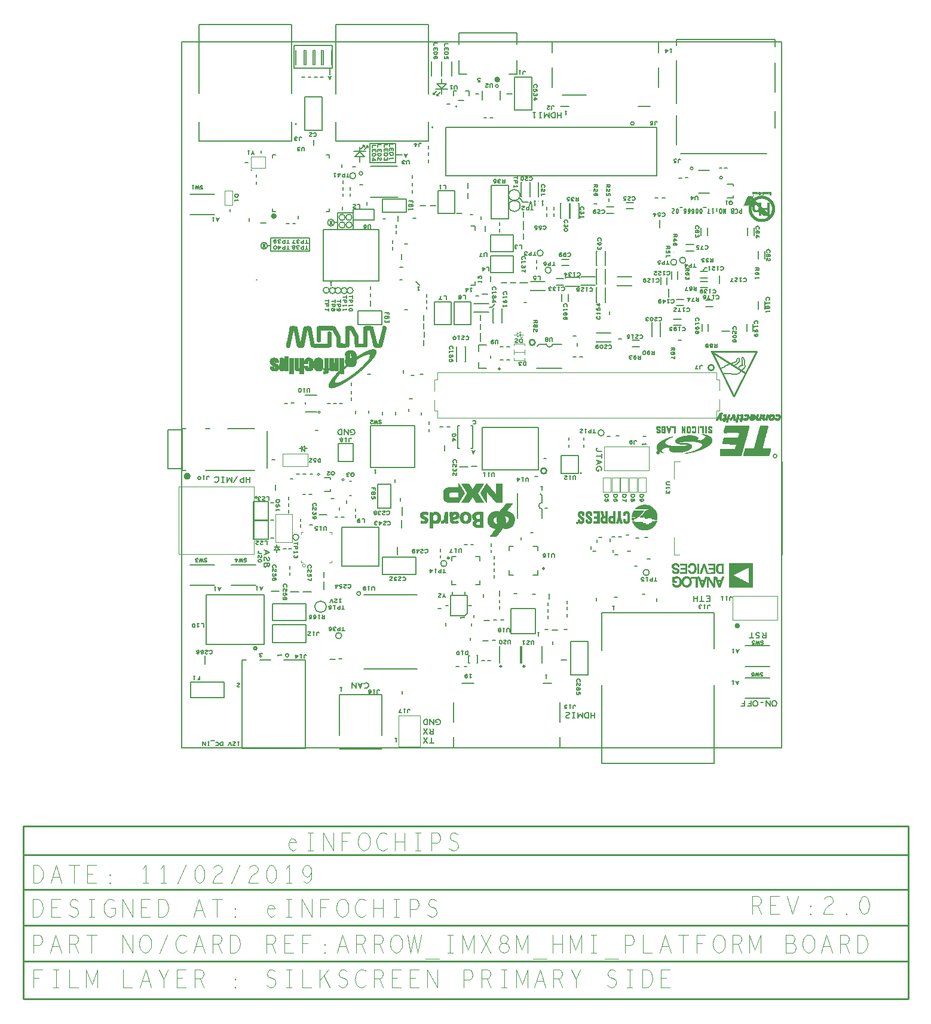
<source format=gbr>
G04 ================== begin FILE IDENTIFICATION RECORD ==================*
G04 Layout Name:  EI_ARROW_IMX8M_HMI_PLATFORM_17_00666_02.brd*
G04 Film Name:    slt.gbr*
G04 File Format:  Gerber RS274X*
G04 File Origin:  Cadence Allegro 17.2-P019*
G04 Origin Date:  Mon Feb 11 12:30:38 2019*
G04 *
G04 Layer:  DRAWING FORMAT/SLT*
G04 Layer:  DRAWING FORMAT/FILM_LABEL_OUTLINE*
G04 Layer:  REF DES/SILKSCREEN_TOP*
G04 Layer:  PACKAGE GEOMETRY/SILKSCREEN_TOP*
G04 Layer:  DRAWING FORMAT/FILM_TITLE_BLOCK*
G04 Layer:  BOARD GEOMETRY/OUTLINE*
G04 Layer:  BOARD GEOMETRY/SILKSCREEN_TOP*
G04 *
G04 Offset:    (0.00 0.00)*
G04 Mirror:    No*
G04 Mode:      Positive*
G04 Rotation:  0*
G04 FullContactRelief:  No*
G04 UndefLineWidth:     7.00*
G04 ================== end FILE IDENTIFICATION RECORD ====================*
%FSLAX25Y25*MOIN*%
%IR0*IPPOS*OFA0.00000B0.00000*MIA0B0*SFA1.00000B1.00000*%
%ADD10C,.01*%
%ADD11C,.01575*%
%ADD12C,.01969*%
%ADD13C,.001*%
%ADD14C,.003*%
%ADD15C,.004*%
%ADD16C,.007*%
%ADD17C,.005*%
%ADD18C,.00132*%
%ADD19C,.006*%
%ADD20C,.008*%
%ADD21C,.00433*%
%ADD22C,.0083*%
%ADD23C,.00435*%
%ADD24C,.00472*%
%ADD25C,.00591*%
%ADD26C,.00394*%
%ADD27C,.00827*%
%ADD28C,.00945*%
%ADD29C,.00984*%
%ADD30C,.00669*%
%ADD31C,.00787*%
G75*
%LPD*%
G75*
G36*
G01X311368Y68229D02*
G03I-1500J0D01*
G37*
G54D10*
G01X-88521Y-43540D02*
Y-139740D01*
G01D02*
X386979D01*
G01X-88521Y-118740D02*
X405279D01*
G01X-88521Y-98740D02*
X405279D01*
G01X-88521Y-78740D02*
X405279D01*
G01X-88521Y-59540D02*
X405279D01*
G01X-88521Y-43540D02*
X386979D01*
G01X191300Y45650D02*
G03I-500J0D01*
G01X178400D02*
G03I-500J0D01*
G01X149185Y106073D02*
G03I-500J0D01*
G01X386179Y-139740D02*
X405279D01*
Y-43540D01*
X385879D01*
G01X295417Y221216D02*
X314417Y209016D01*
G01X320517Y221216D02*
X295717D01*
X308017Y196316D01*
X320617Y221216D01*
G01X202300Y100200D02*
G03I-500J0D01*
G54D20*
G01X300817Y211916D02*
G03X303217Y213016I0J3168D01*
G02X303917Y213616I2331J-2011D01*
G01X307517Y214816D01*
G03X310017Y217216I0J2502D01*
G02X310917Y217516I572J-217D01*
G01X311017Y217316D01*
G02X310917Y215616I-1530J-763D01*
G02X310217Y214616I-17462J11479D01*
G02X308217Y213416I-2459J1832D01*
G01X302117Y208716D02*
G03X302817Y208816I0J2500D01*
G02X303417Y208916I720J-2469D01*
G02X304917I750J-16061D01*
G02X307417Y208516I-529J-11319D01*
G03X311317Y209316I1168J4210D01*
G03X311817Y210016I-987J1234D01*
G02X312517Y210816I1358J-482D01*
G01X313017Y211216D01*
X313617Y211716D01*
G03X314217Y212816I-1090J1308D01*
G01Y212916D01*
X314117Y213316D01*
X314017Y213916D01*
X313917Y214716D01*
Y216016D01*
G03X313217Y217716I-2414J0D01*
G03X312417Y217116I-350J-367D01*
G01X312717Y216516D01*
X312517Y215116D01*
G03X312617Y214316I1511J-217D01*
G02X312917Y213516I-13600J-5556D01*
G01X312317Y213416D01*
G03X311817Y213216I207J-1242D01*
G03X310317Y212116I15546J-22772D01*
G54D11*
G01X52116Y296647D02*
G03I-788J0D01*
G01X176763Y372782D02*
G03I-787J0D01*
G54D30*
G01X150568Y73988D02*
X158048D01*
X159229Y75169D01*
Y85012D01*
X149781D01*
Y73988D01*
X150568D01*
G54D21*
G01X83461Y119229D02*
Y120449D01*
X82241D01*
G01Y103429D02*
X83461D01*
Y104649D01*
G01X66441D02*
Y103429D01*
X67661D01*
G01X69173Y101739D02*
G03I-922J0D01*
G01X66441Y119229D02*
Y120449D01*
X67661D01*
G54D12*
G01X3990Y151626D02*
G03I-984J0D01*
G54D31*
G01X176588Y369200D02*
G03I-787J0D01*
G01X153500Y357900D02*
G03I-393J0D01*
G01X63956Y347994D02*
G03I-393J0D01*
G01X140156Y346194D02*
G03I-393J0D01*
G01X223016Y153279D02*
G03I-393J0D01*
G01X252363Y348337D02*
G03I-985J0D01*
G54D22*
G01X100867Y320479D02*
G03I-968J0D01*
G01X120371Y324416D02*
X105411D01*
G01Y307094D02*
X120765D01*
G54D13*
G01X178212Y122601D02*
X174240D01*
G01X178146Y122634D02*
X174114D01*
G01X178083Y122667D02*
X173994D01*
G01X178017Y122700D02*
X173886D01*
G01X177957Y122733D02*
X173781D01*
G01X177897Y122766D02*
X173682D01*
G01X177837Y122799D02*
X173589D01*
G01X177777Y122829D02*
X173502D01*
G01X177720Y122865D02*
X173418D01*
G01X177663Y122895D02*
X173334D01*
G01X177609Y122928D02*
X173256D01*
G01X177555Y122961D02*
X173181D01*
G01X177504Y122994D02*
X173109D01*
G01X177456Y123027D02*
X173037D01*
G01X177408Y123060D02*
X172971D01*
G01X177360Y123093D02*
X172905D01*
G01X177315Y123126D02*
X172842D01*
G01X177273Y123159D02*
X172782D01*
G01X177231Y123192D02*
X172725D01*
G01X177192Y123225D02*
X172668D01*
G01X177153Y123258D02*
X172614D01*
G01X177114Y123291D02*
X172563D01*
G01X177075Y123324D02*
X172509D01*
G01X177039Y123357D02*
X172461D01*
G01X177006Y123390D02*
X172413D01*
G01X176970Y123423D02*
X172365D01*
G01X176937Y123456D02*
X172320D01*
G01X176901Y123486D02*
X172275D01*
G01X176868Y123522D02*
X172233D01*
G01X176835Y123552D02*
X172191D01*
G01X176802Y123585D02*
X172149D01*
G01X176772Y123618D02*
X172110D01*
G01X176739Y123651D02*
X172071D01*
G01X176709Y123684D02*
X172032D01*
G01X176679Y123717D02*
X171996D01*
G01X176649Y123750D02*
X171960D01*
G01X176619Y123783D02*
X171924D01*
G01X176589Y123816D02*
X171888D01*
G01X176559Y123849D02*
X171855D01*
G01X176532Y123882D02*
X171822D01*
G01X176502Y123915D02*
X171789D01*
G01X176475Y123948D02*
X171759D01*
G01X176448Y123981D02*
X171729D01*
G01X176421Y124014D02*
X171699D01*
G01X176394Y124047D02*
X171669D01*
G01X176367Y124080D02*
X171642D01*
G01X176340Y124113D02*
X171612D01*
G01X176316Y124143D02*
X171585D01*
G01X176289Y124179D02*
X171558D01*
G01X176265Y124209D02*
X171531D01*
G01X176241Y124242D02*
X171507D01*
G01X176217Y124275D02*
X171483D01*
G01X176190Y124308D02*
X171456D01*
G01X176166Y124341D02*
X171432D01*
G01X176145Y124374D02*
X171411D01*
G01X176121Y124407D02*
X171387D01*
G01X176097Y124440D02*
X171366D01*
G01X176076Y124473D02*
X171342D01*
G01X176055Y124506D02*
X171321D01*
G01X176034Y124539D02*
X171300D01*
G01X176013Y124572D02*
X171279D01*
G01X175992Y124605D02*
X171258D01*
G01X175974Y124638D02*
X171240D01*
G01X175956Y124671D02*
X171222D01*
G01X175938Y124704D02*
X171201D01*
G01X175920Y124737D02*
X171183D01*
G01X175902Y124770D02*
X171165D01*
G01X175884Y124800D02*
X171147D01*
G01X175869Y124836D02*
X171132D01*
G01X175854Y124866D02*
X171114D01*
G01X175836Y124899D02*
X171096D01*
G01X175821Y124932D02*
X171081D01*
G01X175803Y124965D02*
X171066D01*
G01X175779Y124998D02*
X171051D01*
G01X175731Y125031D02*
X171036D01*
G01X175320Y125064D02*
X171021D01*
G01X175146Y125097D02*
X171006D01*
G01X175026Y125130D02*
X170994D01*
G01X174930Y125163D02*
X170979D01*
G01X174846Y125196D02*
X170967D01*
G01X174771Y125229D02*
X170952D01*
G01X174705Y125262D02*
X170940D01*
G01X174642Y125295D02*
X170928D01*
G01X174585Y125328D02*
X170916D01*
G01X174531Y125361D02*
X170907D01*
G01X174480Y125394D02*
X170895D01*
G01X174435Y125427D02*
X170883D01*
G01X174390Y125457D02*
X170874D01*
G01X174345Y125493D02*
X170862D01*
G01X174306Y125523D02*
X170853D01*
G01X174267Y125556D02*
X170844D01*
G01X174228Y125589D02*
X170835D01*
G01X174192Y125622D02*
X170826D01*
G01X174159Y125655D02*
X170817D01*
G01X174126Y125688D02*
X170808D01*
G01X174096Y125721D02*
X170799D01*
G01X174066Y125754D02*
X170793D01*
G01X174036Y125787D02*
X170784D01*
G01X174009Y125820D02*
X170778D01*
G01X173982Y125853D02*
X170772D01*
G01X173958Y125886D02*
X170766D01*
G01X173931Y125919D02*
X170760D01*
G01X173910Y125952D02*
X170754D01*
G01X173886Y125985D02*
X170751D01*
G01X173865Y126018D02*
X170748D01*
G01X173844Y126051D02*
X170745D01*
G01X173823Y126084D02*
X170739D01*
G01X173805Y126114D02*
X170736D01*
G01X173787Y126150D02*
X170736D01*
G01X173769Y126180D02*
X170733D01*
G01X173754Y126213D02*
X170730D01*
G01X173736Y126246D02*
X170727D01*
G01X173721Y126279D02*
X170727D01*
G01X173706Y126312D02*
X170727D01*
G01X173694Y126345D02*
X170724D01*
G01X173679Y126378D02*
X170721D01*
G01X173670Y126411D02*
X170721D01*
G01X173658Y126444D02*
X170718D01*
G01X173646Y126477D02*
X170718D01*
G01X173634Y126510D02*
X170718D01*
G01X173625Y126543D02*
X170715D01*
G01X173616Y126576D02*
X170715D01*
G01X173607Y126609D02*
X170715D01*
G01X173598Y126642D02*
X170712D01*
G01X173592Y126675D02*
X170712D01*
G01X173586Y126708D02*
X170712D01*
G01X173580Y126741D02*
X170709D01*
G01X173571Y126771D02*
X170709D01*
G01X173568Y126807D02*
X170709D01*
G01X173562Y126837D02*
X170709D01*
G01X173559Y126870D02*
X170709D01*
G01X173553Y126903D02*
X170709D01*
G01X173553Y126936D02*
X170709D01*
G01X173550Y126969D02*
X170709D01*
G01X173547Y127002D02*
X170709D01*
G01X173544Y127035D02*
X170709D01*
G01X173544Y127068D02*
X170709D01*
G01X173544Y127101D02*
X170709D01*
G01X173544Y127134D02*
X170709D01*
G01X173544Y127167D02*
X170712D01*
G01X173547Y127200D02*
X170712D01*
G01X173550Y127233D02*
X170712D01*
G01X173550Y127266D02*
X170715D01*
G01X173553Y127299D02*
X170715D01*
G01X173556Y127332D02*
X170718D01*
G01X173562Y127365D02*
X170718D01*
G01X173565Y127398D02*
X170721D01*
G01X173571Y127428D02*
X170721D01*
G01X173577Y127464D02*
X170724D01*
G01X173583Y127494D02*
X170727D01*
G01X173589Y127527D02*
X170727D01*
G01X173598Y127560D02*
X170730D01*
G01X173607Y127593D02*
X170733D01*
G01X173616Y127626D02*
X170736D01*
G01X173625Y127659D02*
X170739D01*
G01X173634Y127692D02*
X170742D01*
G01X173643Y127725D02*
X170745D01*
G01X173655Y127758D02*
X170751D01*
G01X173667Y127791D02*
X170754D01*
G01X173679Y127824D02*
X170757D01*
G01X173694Y127857D02*
X170763D01*
G01X173706Y127890D02*
X170766D01*
G01X173721Y127923D02*
X170772D01*
G01X173736Y127956D02*
X170778D01*
G01X173751Y127989D02*
X170781D01*
G01X173769Y128022D02*
X170787D01*
G01X173787Y128055D02*
X170793D01*
G01X173805Y128085D02*
X170799D01*
G01X173826Y128121D02*
X170805D01*
G01X173847Y128151D02*
X170811D01*
G01X173868Y128184D02*
X170817D01*
G01X173892Y128217D02*
X170826D01*
G01X173916Y128250D02*
X170832D01*
G01X173943Y128283D02*
X170838D01*
G01X173970Y128316D02*
X170847D01*
G01X174000Y128349D02*
X170853D01*
G01X174030Y128382D02*
X170862D01*
G01X174060Y128415D02*
X170871D01*
G01X174093Y128448D02*
X170877D01*
G01X174126Y128481D02*
X170886D01*
G01X174159Y128514D02*
X170895D01*
G01X174195Y128547D02*
X170904D01*
G01X174231Y128580D02*
X170913D01*
G01X174270Y128613D02*
X170925D01*
G01X174309Y128646D02*
X170934D01*
G01X174351Y128679D02*
X170943D01*
G01X174393Y128712D02*
X170955D01*
G01X174438Y128742D02*
X170964D01*
G01X174486Y128778D02*
X170976D01*
G01X174534Y128808D02*
X170988D01*
G01X174585Y128841D02*
X170997D01*
G01X174642Y128874D02*
X171012D01*
G01X174699Y128907D02*
X171024D01*
G01X174759Y128940D02*
X171036D01*
G01X174825Y128973D02*
X171048D01*
G01X174900Y129006D02*
X171060D01*
G01X174993Y129039D02*
X171075D01*
G01X175125Y129072D02*
X171087D01*
G01X175338Y129105D02*
X171102D01*
G01X175401Y129138D02*
X171114D01*
G01X175425Y129171D02*
X171129D01*
G01X175437Y129204D02*
X171144D01*
G01X175446Y129237D02*
X171159D01*
G01X175455Y129270D02*
X171174D01*
G01X175464Y129303D02*
X171189D01*
G01X175473Y129336D02*
X171204D01*
G01X175482Y129369D02*
X171219D01*
G01X175491Y129399D02*
X171237D01*
G01X175500Y129435D02*
X171252D01*
G01X175509Y129465D02*
X171270D01*
G01X175518Y129498D02*
X171285D01*
G01X175530Y129531D02*
X171303D01*
G01X175539Y129564D02*
X171321D01*
G01X175551Y129597D02*
X171339D01*
G01X175560Y129630D02*
X171357D01*
G01X175572Y129663D02*
X171375D01*
G01X175587Y129696D02*
X171396D01*
G01X175596Y129729D02*
X171414D01*
G01X175611Y129762D02*
X171435D01*
G01X175623Y129795D02*
X171456D01*
G01X175638Y129828D02*
X171477D01*
G01X175650Y129861D02*
X171498D01*
G01X175665Y129894D02*
X171519D01*
G01X175677Y129927D02*
X171540D01*
G01X175692Y129960D02*
X171564D01*
G01X175707Y129993D02*
X171585D01*
G01X175719Y130026D02*
X171609D01*
G01X175734Y130056D02*
X171633D01*
G01X175749Y130092D02*
X171654D01*
G01X175764Y130122D02*
X171681D01*
G01X175779Y130155D02*
X171705D01*
G01X175794Y130188D02*
X171729D01*
G01X175809Y130221D02*
X171756D01*
G01X175824Y130254D02*
X171783D01*
G01X175842Y130287D02*
X171807D01*
G01X175857Y130320D02*
X171837D01*
G01X175875Y130353D02*
X171864D01*
G01X175890Y130386D02*
X171891D01*
G01X175905Y130419D02*
X171921D01*
G01X175923Y130452D02*
X171951D01*
G01X175938Y130485D02*
X171981D01*
G01X175956Y130518D02*
X172011D01*
G01X175974Y130551D02*
X172041D01*
G01X175992Y130584D02*
X172074D01*
G01X176007Y130617D02*
X172107D01*
G01X176025Y130650D02*
X172140D01*
G01X176043Y130683D02*
X172173D01*
G01X176061Y130713D02*
X172209D01*
G01X176079Y130749D02*
X172242D01*
G01X176097Y130779D02*
X172281D01*
G01X176115Y130812D02*
X172317D01*
G01X176136Y130845D02*
X172356D01*
G01X176154Y130878D02*
X172392D01*
G01X176172Y130911D02*
X172434D01*
G01X176190Y130944D02*
X172473D01*
G01X176211Y130977D02*
X172515D01*
G01X176229Y131010D02*
X172557D01*
G01X176250Y131043D02*
X172602D01*
G01X176268Y131076D02*
X172647D01*
G01X176289Y131109D02*
X172692D01*
G01X176310Y131142D02*
X172740D01*
G01X176328Y131175D02*
X172788D01*
G01X176349Y131208D02*
X172839D01*
G01X176370Y131241D02*
X172890D01*
G01X176391Y131274D02*
X172944D01*
G01X176412Y131307D02*
X172998D01*
G01X176433Y131340D02*
X173055D01*
G01X176454Y131370D02*
X173112D01*
G01X176475Y131406D02*
X173175D01*
G01X176496Y131436D02*
X173238D01*
G01X176520Y131469D02*
X173304D01*
G01X176541Y131502D02*
X173373D01*
G01X176562Y131535D02*
X173442D01*
G01X176586Y131568D02*
X173517D01*
G01X176607Y131601D02*
X173598D01*
G01X176628Y131634D02*
X173679D01*
G01X176649Y131667D02*
X173766D01*
G01X176670Y131700D02*
X173859D01*
G01X176691Y131733D02*
X173961D01*
G01X176712Y131766D02*
X174069D01*
G01X176736Y131799D02*
X174192D01*
G01X174146Y125669D02*
G03X174463Y125405I1652J1661D01*
G01X173774Y126171D02*
G03X174146Y125668I1807J947D01*
G01X173575Y126759D02*
G03X173776Y126171I1988J351D01*
G01X173563Y127380D02*
G03X173574Y126759I1982J-275D01*
G01X173741Y127969D02*
G03X173564Y127378I1765J-851D01*
G01X174000Y128352D02*
G03X173742Y127968I1242J-1113D01*
G01X174384Y128705D02*
G03X174000Y128349I1643J-2157D01*
G01X175608Y131979D02*
G03X174237Y131814I-9J-5703D01*
G01Y131813D02*
G03X173020Y131321I1124J-4531D01*
G01X173022Y131319D02*
G03X172020Y130524I2220J-3828D01*
G01X172017Y130525D02*
G03X171267Y129469I3369J-3187D01*
G01Y129468D02*
G03X170997Y128838I4539J-2318D01*
G01X170999D02*
G03X170819Y128193I4432J-1584D01*
G01D02*
G03X170726Y127491I5218J-1048D01*
G01X170727Y127488D02*
G03X170712Y126691I8520J-559D01*
G01X170708Y126690D02*
G03X170726Y126258I22366J716D01*
G01Y126259D02*
G03X170750Y125989I3679J191D01*
G01D02*
G03X170789Y125767I2200J272D01*
G01X170790Y125769D02*
G03X170856Y125520I3720J853D01*
G01D02*
G03X171321Y124506I3777J1118D01*
G01X171322Y124507D02*
G03X172054Y123670I3265J2117D01*
G01X172053Y123666D02*
G03X173040Y123027I2862J3339D01*
G01X173041Y123028D02*
G03X174256Y122599I2704J5723D01*
G01X174255Y122598D02*
G03X174450Y122553I1498J6045D01*
G01X166602Y123093D02*
X165375D01*
G01X167169Y123126D02*
X164640D01*
G01X167442Y123159D02*
X164376D01*
G01X167676Y123192D02*
X164199D01*
G01X167871Y123225D02*
X164067D01*
G01X167886Y123258D02*
X163959D01*
G01X167886Y123291D02*
X163866D01*
G01X167886Y123324D02*
X163782D01*
G01X167886Y123357D02*
X163704D01*
G01X167889Y123390D02*
X163632D01*
G01X167889Y123423D02*
X163563D01*
G01X167889Y123456D02*
X163500D01*
G01X167889Y123486D02*
X163437D01*
G01X167889Y123522D02*
X163380D01*
G01X167889Y123552D02*
X163329D01*
G01X167889Y123585D02*
X163275D01*
G01X167889Y123618D02*
X163230D01*
G01X167889Y123651D02*
X163182D01*
G01X167889Y123684D02*
X163140D01*
G01X167889Y123717D02*
X163095D01*
G01X167889Y123750D02*
X163056D01*
G01X167889Y123783D02*
X163017D01*
G01X167889Y123816D02*
X162981D01*
G01X167889Y123849D02*
X162945D01*
G01X167889Y123882D02*
X162912D01*
G01X167889Y123915D02*
X162879D01*
G01X167889Y123948D02*
X162849D01*
G01X167889Y123981D02*
X162819D01*
G01X167889Y124014D02*
X162792D01*
G01X167889Y124047D02*
X162765D01*
G01X167889Y124080D02*
X162741D01*
G01X167889Y124113D02*
X162717D01*
G01X167889Y124143D02*
X162693D01*
G01X167889Y124179D02*
X162672D01*
G01X165525Y124209D02*
X162651D01*
G01X167889D02*
X165990D01*
G01X167889Y124242D02*
X166380D01*
G01X167889Y124275D02*
X166380D01*
G01X167889Y124308D02*
X166380D01*
G01X167889Y124341D02*
X166380D01*
G01X167892Y124374D02*
X166380D01*
G01X167892Y124407D02*
X166380D01*
G01X167892Y124440D02*
X166380D01*
G01X167892Y124473D02*
X166380D01*
G01X167892Y124506D02*
X166380D01*
G01X167892Y124539D02*
X166380D01*
G01X167892Y124572D02*
X166380D01*
G01X167892Y124605D02*
X166380D01*
G01X167892Y124638D02*
X166380D01*
G01X167892Y124671D02*
X166380D01*
G01X167892Y124704D02*
X166380D01*
G01X167892Y124737D02*
X166380D01*
G01X167892Y124770D02*
X166380D01*
G01X167892Y124800D02*
X166380D01*
G01X167892Y124836D02*
X166380D01*
G01X167892Y124866D02*
X166380D01*
G01X167892Y124899D02*
X166380D01*
G01X167892Y124932D02*
X166380D01*
G01X167892Y124965D02*
X166380D01*
G01X167892Y124998D02*
X166380D01*
G01X167892Y125031D02*
X166380D01*
G01X167892Y125064D02*
X166380D01*
G01X167892Y125097D02*
X166380D01*
G01X167892Y125130D02*
X166380D01*
G01X167892Y125163D02*
X166380D01*
G01X167892Y125196D02*
X166380D01*
G01X167892Y125229D02*
X166380D01*
G01X167892Y125262D02*
X166380D01*
G01X167892Y125295D02*
X166380D01*
G01X167892Y125328D02*
X166380D01*
G01X167892Y125361D02*
X166380D01*
G01X167892Y125394D02*
X166380D01*
G01X167892Y125427D02*
X166380D01*
G01X167892Y125457D02*
X166380D01*
G01X167892Y125493D02*
X166380D01*
G01X167892Y125523D02*
X166380D01*
G01X167892Y125556D02*
X166380D01*
G01X167892Y125589D02*
X166380D01*
G01X167895Y125622D02*
X166380D01*
G01X167895Y125655D02*
X166380D01*
G01X167895Y125688D02*
X166380D01*
G01X167895Y125721D02*
X166380D01*
G01X167895Y125754D02*
X166380D01*
G01X167895Y125787D02*
X166380D01*
G01X167895Y125820D02*
X166380D01*
G01X167895Y125853D02*
X166380D01*
G01X167895Y125886D02*
X166380D01*
G01X167895Y125919D02*
X166380D01*
G01X167895Y125952D02*
X166380D01*
G01X167895Y125985D02*
X166380D01*
G01X167895Y126018D02*
X166380D01*
G01X167895Y126051D02*
X166380D01*
G01X167895Y126084D02*
X166380D01*
G01X167895Y126114D02*
X166380D01*
G01X167895Y126150D02*
X166380D01*
G01X167895Y126180D02*
X166380D01*
G01X167895Y126213D02*
X166380D01*
G01X167895Y126246D02*
X166380D01*
G01X167895Y126279D02*
X166380D01*
G01X167895Y126312D02*
X166380D01*
G01X167895Y126345D02*
X166380D01*
G01X167895Y126378D02*
X166380D01*
G01X167895Y126411D02*
X166380D01*
G01X167895Y126444D02*
X166380D01*
G01X167895Y126477D02*
X166380D01*
G01X167895Y126510D02*
X166380D01*
G01X165420Y126543D02*
X163014D01*
G01X167895D02*
X166380D01*
G01X166029Y126576D02*
X163050D01*
G01X167898D02*
X166380D01*
G01X167898Y126609D02*
X163092D01*
G01X167898Y126642D02*
X163131D01*
G01X167898Y126675D02*
X163176D01*
G01X167898Y126708D02*
X163224D01*
G01X167898Y126741D02*
X163272D01*
G01X167898Y126771D02*
X163323D01*
G01X167898Y126807D02*
X163377D01*
G01X167898Y126837D02*
X163437D01*
G01X167898Y126870D02*
X163500D01*
G01X167898Y126903D02*
X163566D01*
G01X167898Y126936D02*
X163632D01*
G01X167898Y126969D02*
X163698D01*
G01X167898Y127002D02*
X163761D01*
G01X167898Y127035D02*
X163725D01*
G01X167898Y127068D02*
X163626D01*
G01X167898Y127101D02*
X163527D01*
G01X167898Y127134D02*
X163440D01*
G01X167898Y127167D02*
X163365D01*
G01X167898Y127200D02*
X163296D01*
G01X167898Y127233D02*
X163233D01*
G01X167898Y127266D02*
X163176D01*
G01X167898Y127299D02*
X163122D01*
G01X167898Y127332D02*
X163068D01*
G01X167898Y127365D02*
X163023D01*
G01X167898Y127398D02*
X162975D01*
G01X167898Y127428D02*
X162933D01*
G01X167898Y127464D02*
X162891D01*
G01X167898Y127494D02*
X162852D01*
G01X167898Y127527D02*
X162813D01*
G01X167901Y127560D02*
X162777D01*
G01X167901Y127593D02*
X162741D01*
G01X167901Y127626D02*
X162708D01*
G01X167901Y127659D02*
X162675D01*
G01X167901Y127692D02*
X162645D01*
G01X165180Y127725D02*
X162612D01*
G01X167901D02*
X166380D01*
G01X167901Y127758D02*
X166380D01*
G01X167901Y127791D02*
X166380D01*
G01X167901Y127824D02*
X166380D01*
G01X167901Y127857D02*
X166380D01*
G01X167901Y127890D02*
X166380D01*
G01X167901Y127923D02*
X166380D01*
G01X167901Y127956D02*
X166380D01*
G01X167901Y127989D02*
X166380D01*
G01X167901Y128022D02*
X166380D01*
G01X167901Y128055D02*
X166380D01*
G01X167901Y128085D02*
X166380D01*
G01X167901Y128121D02*
X166380D01*
G01X167901Y128151D02*
X166380D01*
G01X167901Y128184D02*
X166380D01*
G01X167901Y128217D02*
X166380D01*
G01X167901Y128250D02*
X166380D01*
G01X167901Y128283D02*
X166380D01*
G01X167901Y128316D02*
X166380D01*
G01X167901Y128349D02*
X166380D01*
G01X167901Y128382D02*
X166380D01*
G01X167901Y128415D02*
X166380D01*
G01X167901Y128448D02*
X166380D01*
G01X167901Y128481D02*
X166380D01*
G01X167901Y128514D02*
X166380D01*
G01X167901Y128547D02*
X166380D01*
G01X167901Y128580D02*
X166380D01*
G01X167901Y128613D02*
X166380D01*
G01X167901Y128646D02*
X166380D01*
G01X167901Y128679D02*
X166380D01*
G01X167901Y128712D02*
X166380D01*
G01X167901Y128742D02*
X166380D01*
G01X167901Y128778D02*
X166380D01*
G01X167901Y128808D02*
X166380D01*
G01X167901Y128841D02*
X166380D01*
G01X167904Y128874D02*
X166380D01*
G01X167904Y128907D02*
X166380D01*
G01X167904Y128940D02*
X166380D01*
G01X167904Y128973D02*
X166380D01*
G01X167904Y129006D02*
X166380D01*
G01X167904Y129039D02*
X166380D01*
G01X167904Y129072D02*
X166380D01*
G01X167904Y129105D02*
X166380D01*
G01X167904Y129138D02*
X166380D01*
G01X167904Y129171D02*
X166380D01*
G01X167904Y129204D02*
X166380D01*
G01X167904Y129237D02*
X166380D01*
G01X167904Y129270D02*
X166380D01*
G01X167904Y129303D02*
X166380D01*
G01X167904Y129336D02*
X166380D01*
G01X167904Y129369D02*
X166380D01*
G01X167904Y129399D02*
X166380D01*
G01X167904Y129435D02*
X166380D01*
G01X167904Y129465D02*
X166380D01*
G01X167904Y129498D02*
X166380D01*
G01X167904Y129531D02*
X166380D01*
G01X167904Y129564D02*
X166380D01*
G01X167904Y129597D02*
X166380D01*
G01X167904Y129630D02*
X166380D01*
G01X167904Y129663D02*
X166380D01*
G01X167904Y129696D02*
X166380D01*
G01X167904Y129729D02*
X166380D01*
G01X167904Y129762D02*
X166380D01*
G01X167904Y129795D02*
X166380D01*
G01X167904Y129828D02*
X166380D01*
G01X167907Y129861D02*
X166380D01*
G01X167907Y129894D02*
X166380D01*
G01X167907Y129927D02*
X166380D01*
G01X167907Y129960D02*
X166380D01*
G01X167907Y129993D02*
X166380D01*
G01X167907Y130026D02*
X166380D01*
G01X167907Y130056D02*
X166380D01*
G01X167907Y130092D02*
X166380D01*
G01X167907Y130122D02*
X166380D01*
G01X167907Y130155D02*
X166380D01*
G01X167907Y130188D02*
X166380D01*
G01X167907Y130221D02*
X166380D01*
G01X167907Y130254D02*
X166380D01*
G01X167907Y130287D02*
X166380D01*
G01X167907Y130320D02*
X166380D01*
G01X167907Y130353D02*
X166380D01*
G01X167907Y130386D02*
X166380D01*
G01X167907Y130419D02*
X166380D01*
G01X165315Y130452D02*
X162522D01*
G01X167907D02*
X166110D01*
G01X167907Y130485D02*
X162546D01*
G01X167907Y130518D02*
X162573D01*
G01X167907Y130551D02*
X162600D01*
G01X167907Y130584D02*
X162630D01*
G01X167907Y130617D02*
X162660D01*
G01X167907Y130650D02*
X162690D01*
G01X167907Y130683D02*
X162720D01*
G01X167907Y130713D02*
X162753D01*
G01X167907Y130749D02*
X162789D01*
G01X167907Y130779D02*
X162822D01*
G01X167907Y130812D02*
X162861D01*
G01X167907Y130845D02*
X162897D01*
G01X167910Y130878D02*
X162936D01*
G01X167910Y130911D02*
X162978D01*
G01X167910Y130944D02*
X163023D01*
G01X167910Y130977D02*
X163068D01*
G01X167910Y131010D02*
X163116D01*
G01X167910Y131043D02*
X163167D01*
G01X167910Y131076D02*
X163221D01*
G01X167910Y131109D02*
X163278D01*
G01X167910Y131142D02*
X163338D01*
G01X167910Y131175D02*
X163401D01*
G01X167910Y131208D02*
X163467D01*
G01X167910Y131241D02*
X163539D01*
G01X167910Y131274D02*
X163617D01*
G01X167910Y131307D02*
X163698D01*
G01X167910Y131340D02*
X163788D01*
G01X167910Y131370D02*
X163887D01*
G01X167910Y131406D02*
X163995D01*
G01X167910Y131436D02*
X164115D01*
G01X167910Y131469D02*
X164250D01*
G01X167910Y131502D02*
X164406D01*
G01X167814Y131535D02*
X164598D01*
G01X167613Y131568D02*
X164838D01*
G01X167163Y131601D02*
X165129D01*
G01X166407Y131634D02*
X165531D01*
G01X165984Y130458D02*
G03X165018Y130420I-292J-4863D01*
G01X166380Y130437D02*
X165984Y130458D01*
G01X166380Y127704D02*
Y130437D01*
G01X165801Y127704D02*
X166380D01*
G01X165561Y127707D02*
G03X165798Y127704I227J8592D01*
G01X165321Y127713D02*
G03X165561Y127701I556J8706D01*
G01X165111Y127732D02*
G03X165321Y127717I657J7718D01*
G01X165255Y126528D02*
G03X165036Y126501I723J-6768D01*
G01X165508Y126550D02*
G03X165256Y126529I511J-7657D01*
G01X165762Y126563D02*
G03X165507Y126548I335J-7865D01*
G01X166380Y126591D02*
X165759Y126564D01*
G01X166380Y124242D02*
Y126591D01*
G01X166164Y124224D02*
X166380Y124242D01*
G01X165778Y124206D02*
G03X166168Y124224I4J4149D01*
G01X165348Y124218D02*
G03X165777Y124203I426J6036D01*
G01X164955Y124259D02*
G03X165348Y124220I750J5563D01*
G01X166848Y123101D02*
G03X167067Y123116I-108J3187D01*
G01X167064D02*
G03X167232Y123134I-1406J13912D01*
G01X167235Y123132D02*
G03X167409Y123153I-1932J16740D01*
G01X167406Y123156D02*
G03X167565Y123177I-1903J15024D01*
G01X167568Y123175D02*
G03X167676Y123193I-531J3521D01*
G01X167886Y123228D02*
X167673Y123192D01*
G01X167898Y127374D02*
X167886Y123228D01*
G01X167910Y131517D02*
X167898Y127374D01*
G01X167763Y131544D02*
X167910Y131517D01*
G01X167763Y131546D02*
G03X167430Y131585I-477J-2633D01*
G01Y131588D02*
G03X166725Y131624I-2463J-41315D01*
G01X166728Y131621D02*
G03X166020Y131645I-1569J-35831D01*
G01Y131647D02*
G03X165591Y131641I-141J-5275D01*
G01Y131639D02*
G03X164619Y131540I663J-11333D01*
G01X164818Y123110D02*
G03X165616Y123086I1057J21868D01*
G01X165615Y123090D02*
G03X166047Y123087I411J28050D01*
G01X166050Y123088D02*
G03X166476Y123094I-165J26825D01*
G01X166477Y123091D02*
G03X166849Y123103I-590J24065D01*
G01X178428Y122076D02*
X175077D01*
G01X178455Y122109D02*
X175104D01*
G01X178482Y122142D02*
X175131D01*
G01X178506Y122172D02*
X175158D01*
G01X178533Y122208D02*
X175185D01*
G01X178560Y122238D02*
X175212D01*
G01X178584Y122271D02*
X175239D01*
G01X178611Y122304D02*
X175263D01*
G01X178638Y122337D02*
X175290D01*
G01X178659Y122370D02*
X175317D01*
G01X178665Y122403D02*
X175317D01*
G01X178620Y122436D02*
X175179D01*
G01X178479Y122469D02*
X174918D01*
G01X178410Y122502D02*
X174717D01*
G01X178344Y122535D02*
X174540D01*
G01X178278Y122568D02*
X174381D01*
G01X177021Y123375D02*
G03X177477Y123015I2442J2625D01*
G01X176547Y123861D02*
G03X177021Y123375I4943J4346D01*
G01X176130Y124389D02*
G03X176547Y123858I5329J3755D01*
G01X175845Y124882D02*
G03X176130Y124393I2973J1405D01*
G01X175848Y124878D02*
G03X175797Y124980I-1014J-443D01*
G01X175795Y124981D02*
G03X175750Y125025I-110J-68D01*
G01X175749D02*
G03X175686Y125043I-71J-129D01*
G01D02*
G03X175560Y125049I-139J-1599D01*
G01X175185Y125088D02*
G03X175560Y125046I381J1710D01*
G01X174813Y125208D02*
G03X175182Y125089I787J1810D01*
G01X174462Y125408D02*
G03X174813Y125209I1209J1724D01*
G01X174450Y122550D02*
G03X174666Y122508I1814J8751D01*
G01X174669Y122512D02*
G03X174873Y122479I1427J8177D01*
G01X174870Y122476D02*
G03X175023Y122458I387J2630D01*
G01X175140Y122443D02*
G03X175020Y122458I-387J-2608D01*
G01X175239Y122423D02*
G03X175140Y122441I-277J-1241D01*
G01X175317Y122403D02*
G03X175239Y122421I-324J-1224D01*
G01X175326Y122388D02*
G03X175317Y122403I-12J3D01*
G01X175312Y122362D02*
G03X175327Y122389I-73J58D01*
G01X174828Y121764D02*
X175308Y122361D01*
G01X183756Y123618D02*
X177396D01*
G01X183795Y123651D02*
X177360D01*
G01X183834Y123684D02*
X177324D01*
G01X183873Y123717D02*
X177288D01*
G01X183909Y123750D02*
X177252D01*
G01X183945Y123783D02*
X177219D01*
G01X183981Y123816D02*
X177183D01*
G01X184017Y123849D02*
X177150D01*
G01X184050Y123882D02*
X177117D01*
G01X184083Y123915D02*
X177084D01*
G01X184119Y123948D02*
X177051D01*
G01X184149Y123981D02*
X177018D01*
G01X184182Y124014D02*
X176988D01*
G01X184212Y124047D02*
X176955D01*
G01X184242Y124080D02*
X176925D01*
G01X184272Y124113D02*
X176895D01*
G01X184302Y124143D02*
X176865D01*
G01X184332Y124179D02*
X176835D01*
G01X184359Y124209D02*
X176805D01*
G01X184389Y124242D02*
X176775D01*
G01X184416Y124275D02*
X176748D01*
G01X184443Y124308D02*
X176721D01*
G01X184467Y124341D02*
X176694D01*
G01X184494Y124374D02*
X176667D01*
G01X184518Y124407D02*
X176643D01*
G01X184545Y124440D02*
X176619D01*
G01X184569Y124473D02*
X176595D01*
G01X184593Y124506D02*
X176571D01*
G01X184617Y124539D02*
X176550D01*
G01X184641Y124572D02*
X176529D01*
G01X184662Y124605D02*
X176505D01*
G01X184683Y124638D02*
X176484D01*
G01X184704Y124671D02*
X176463D01*
G01X184728Y124704D02*
X176445D01*
G01X184749Y124737D02*
X176424D01*
G01X184767Y124770D02*
X176403D01*
G01X184788Y124800D02*
X176385D01*
G01X184809Y124836D02*
X176367D01*
G01X184827Y124866D02*
X176346D01*
G01X184845Y124899D02*
X176328D01*
G01X184863Y124932D02*
X176310D01*
G01X184881Y124965D02*
X176292D01*
G01X184899Y124998D02*
X176274D01*
G01X184917Y125031D02*
X176259D01*
G01X184932Y125064D02*
X176241D01*
G01X184950Y125097D02*
X176226D01*
G01X184965Y125130D02*
X176208D01*
G01X184983Y125163D02*
X176193D01*
G01X184998Y125196D02*
X176175D01*
G01X185010Y125229D02*
X176160D01*
G01X185028Y125262D02*
X176145D01*
G01X185040Y125295D02*
X176130D01*
G01X185055Y125328D02*
X176115D01*
G01X185067Y125361D02*
X176100D01*
G01X185082Y125394D02*
X176088D01*
G01X180375Y125427D02*
X176073D01*
G01X180078Y125457D02*
X176061D01*
G01X179973Y125493D02*
X176046D01*
G01X179895Y125523D02*
X176034D01*
G01X179823Y125556D02*
X176022D01*
G01X179754Y125589D02*
X176010D01*
G01X179691Y125622D02*
X175998D01*
G01X179628Y125655D02*
X175986D01*
G01X179574Y125688D02*
X175974D01*
G01X179520Y125721D02*
X175962D01*
G01X179472Y125754D02*
X175953D01*
G01X179427Y125787D02*
X175941D01*
G01X179382Y125820D02*
X175932D01*
G01X179340Y125853D02*
X175920D01*
G01X179301Y125886D02*
X175911D01*
G01X179265Y125919D02*
X175902D01*
G01X179229Y125952D02*
X175893D01*
G01X179193Y125985D02*
X175884D01*
G01X179160Y126018D02*
X175875D01*
G01X179130Y126051D02*
X175866D01*
G01X179100Y126084D02*
X175857D01*
G01X179070Y126114D02*
X175848D01*
G01X179043Y126150D02*
X175842D01*
G01X179016Y126180D02*
X175833D01*
G01X178989Y126213D02*
X175827D01*
G01X178965Y126246D02*
X175818D01*
G01X178941Y126279D02*
X175812D01*
G01X178917Y126312D02*
X175803D01*
G01X178896Y126345D02*
X175797D01*
G01X178875Y126378D02*
X175791D01*
G01X178854Y126411D02*
X175785D01*
G01X178833Y126444D02*
X175779D01*
G01X178815Y126477D02*
X175773D01*
G01X178797Y126510D02*
X175767D01*
G01X178779Y126543D02*
X175764D01*
G01X178764Y126576D02*
X175758D01*
G01X178746Y126609D02*
X175752D01*
G01X178731Y126642D02*
X175749D01*
G01X178716Y126675D02*
X175743D01*
G01X175730Y126762D02*
G03X175886Y125964I5185J599D01*
G01X175890D02*
G03X176157Y125235I4572J1261D01*
G01D02*
G03X176550Y124542I4682J2197D01*
G01D02*
G03X176784Y124236I2412J1602D01*
G01X176785Y124237D02*
G03X177115Y123886I5338J4688D01*
G01X177116Y123887D02*
G03X177469Y123560I5009J5054D01*
G01X176757Y131832D02*
X174324D01*
G01X176766Y131865D02*
X174474D01*
G01X176673Y131898D02*
X174651D01*
G01X176406Y131928D02*
X174870D01*
G01X176043Y131964D02*
X175194D01*
G01X178249Y121850D02*
G03X178645Y122351I-199083J157766D01*
G01X178647Y122349D02*
G03X178665Y122400I-63J51D01*
G01X178662D02*
G03X178659Y122415I-24J3D01*
G01X178660Y122416D02*
G03X178648Y122428I-37J-25D01*
G01X178647Y122430D02*
G03X178626Y122436I-28J-60D01*
G01X178629D02*
G03X178605Y122439I-23J-90D01*
G01X178488Y122467D02*
G03X178608Y122440I120J253D01*
G01X178128Y122642D02*
G03X178488Y122465I7839J15490D01*
G01X177765Y122838D02*
G03X178128Y122643I5007J8886D01*
G01X177477Y123014D02*
G03X177765Y122837I2478J3709D01*
G01X174817Y128968D02*
G03X174385Y128703I1136J-2336D01*
G01X175224Y129088D02*
G03X174819Y128971I138J-1237D01*
G01X175221Y129086D02*
G03X175341Y129103I-133J1374D01*
G01X175342D02*
G03X175400Y129130I-17J113D01*
G01X175397Y129134D02*
G03X175433Y129190I-87J96D01*
G01X175427Y129186D02*
G03X175466Y129315I-1817J620D01*
G01X175614Y129771D02*
G03X175470Y129318I3303J-1299D01*
G01X175851Y130308D02*
G03X175615Y129771I7172J-3472D01*
G01X176154Y130875D02*
G03X175851Y130305I8121J-4683D01*
G01X176499Y131440D02*
G03X176151Y130879I8517J-5672D01*
G01X176498Y131440D02*
G03X176594Y131587I-40415J26498D01*
G01X176595Y131586D02*
G03X176682Y131718I-23259J15425D01*
G01X176683D02*
G03X176755Y131829I-53710J34918D01*
G01Y131826D02*
G03X176766Y131848I-147J87D01*
G01X176763Y131847D02*
G03X176742Y131886I-24J12D01*
G01Y131890D02*
G03X176379Y131935I-2311J-17152D01*
G01X176380Y131930D02*
G03X175987Y131963I-839J-7634D01*
G01Y131967D02*
G03X175609Y131979I-388J-6276D01*
G01X180411Y125853D02*
X180285D01*
G01X180435Y125886D02*
X180150D01*
G01X180447Y125919D02*
X180051D01*
G01X180456Y125952D02*
X179970D01*
G01X180462Y125985D02*
X179901D01*
G01X180465Y126018D02*
X179841D01*
G01X180468Y126051D02*
X179784D01*
G01X180468Y126084D02*
X179733D01*
G01X180471Y126114D02*
X179685D01*
G01X180471Y126150D02*
X179643D01*
G01X180474Y126180D02*
X179601D01*
G01X180474Y126213D02*
X179562D01*
G01X180474Y126246D02*
X179526D01*
G01X180477Y126279D02*
X179490D01*
G01X180477Y126312D02*
X179457D01*
G01X180480Y126345D02*
X179427D01*
G01X180480Y126378D02*
X179397D01*
G01X180480Y126411D02*
X179367D01*
G01X180483Y126444D02*
X179340D01*
G01X180483Y126477D02*
X179316D01*
G01X180483Y126510D02*
X179292D01*
G01X180483Y126543D02*
X179268D01*
G01X180483Y126576D02*
X179247D01*
G01X180483Y126609D02*
X179226D01*
G01X180483Y126642D02*
X179208D01*
G01X180486Y126675D02*
X179187D01*
G01X180486Y126708D02*
X179169D01*
G01X180486Y126741D02*
X179154D01*
G01X180486Y126771D02*
X179139D01*
G01X180486Y126807D02*
X179121D01*
G01X180486Y126837D02*
X179106D01*
G01X180486Y126870D02*
X179091D01*
G01X180486Y126903D02*
X179079D01*
G01X180486Y126936D02*
X179064D01*
G01X180486Y126969D02*
X179052D01*
G01X180486Y127002D02*
X179043D01*
G01X180486Y127035D02*
X179034D01*
G01X180486Y127068D02*
X179025D01*
G01X180486Y127101D02*
X179019D01*
G01X180486Y127134D02*
X179013D01*
G01X180483Y127167D02*
X179010D01*
G01X180483Y127200D02*
X179007D01*
G01X180483Y127233D02*
X179007D01*
G01X180483Y127266D02*
X179007D01*
G01X180483Y127299D02*
X179004D01*
G01X180483Y127332D02*
X179004D01*
G01X180483Y127365D02*
X179004D01*
G01X180480Y127398D02*
X179004D01*
G01X180480Y127428D02*
X179004D01*
G01X180480Y127464D02*
X179004D01*
G01X180477Y127494D02*
X179004D01*
G01X180477Y127527D02*
X179007D01*
G01X180474Y127560D02*
X179007D01*
G01X180474Y127593D02*
X179010D01*
G01X180471Y127626D02*
X179013D01*
G01X180471Y127659D02*
X179016D01*
G01X180468Y127692D02*
X179019D01*
G01X180465Y127725D02*
X179022D01*
G01X180462Y127758D02*
X179028D01*
G01X180459Y127791D02*
X179034D01*
G01X180456Y127824D02*
X179040D01*
G01X180450Y127857D02*
X179046D01*
G01X180447Y127890D02*
X179055D01*
G01X180441Y127923D02*
X179064D01*
G01X180438Y127956D02*
X179076D01*
G01X180432Y127989D02*
X179085D01*
G01X180426Y128022D02*
X179097D01*
G01X180420Y128055D02*
X179112D01*
G01X180414Y128085D02*
X179127D01*
G01X180408Y128121D02*
X179142D01*
G01X180399Y128151D02*
X179160D01*
G01X180393Y128184D02*
X179178D01*
G01X180384Y128217D02*
X179196D01*
G01X180378Y128250D02*
X179217D01*
G01X180369Y128283D02*
X179238D01*
G01X180360Y128316D02*
X179259D01*
G01X180354Y128349D02*
X179283D01*
G01X180345Y128382D02*
X179307D01*
G01X180336Y128415D02*
X179334D01*
G01X180327Y128448D02*
X179361D01*
G01X180318Y128481D02*
X179388D01*
G01X180309Y128514D02*
X179421D01*
G01X180300Y128547D02*
X179454D01*
G01X180291Y128580D02*
X179493D01*
G01X180282Y128613D02*
X179529D01*
G01X180273Y128646D02*
X179571D01*
G01X180264Y128679D02*
X179613D01*
G01X180255Y128712D02*
X179655D01*
G01X180243Y128742D02*
X179700D01*
G01X180234Y128778D02*
X179748D01*
G01X180222Y128808D02*
X179799D01*
G01X180213Y128841D02*
X179850D01*
G01X180201Y128874D02*
X179904D01*
G01X180183Y128907D02*
X179964D01*
G01X180150Y128940D02*
X180060D01*
G01X180429Y125875D02*
G03X180453Y125944I-429J188D01*
G01X180449Y125943D02*
G03X180464Y126024I-350J107D01*
G01Y126022D02*
G03X180476Y126277I-19241J1033D01*
G01X180477Y126276D02*
G03X180486Y126580I-15255J604D01*
G01X180483Y126579D02*
G03X180486Y126915I-23175J375D01*
G01D02*
G03X180477Y127489I-20676J-37D01*
G01X180479Y127492D02*
G03X180452Y127864I-3956J-100D01*
G01X180451D02*
G03X180391Y128200I-3115J-383D01*
G01X180390Y128199D02*
G03X180273Y128637I-9192J-2221D01*
G01X180275Y128641D02*
G03X180212Y128848I-8609J-2507D01*
G01Y128847D02*
G03X180176Y128919I-251J-81D01*
G01X180178Y128920D02*
G03X180136Y128947I-52J-35D01*
G01X180132Y128944D02*
G03X180064Y128941I-26J-193D01*
G01Y128938D02*
G03X179912Y128875I135J-541D01*
G01X179910Y128878D02*
G03X179694Y128737I1493J-2522D01*
G01X179692Y128739D02*
G03X179482Y128571I1726J-2373D01*
G01X179481Y128572D02*
G03X179336Y128419I738J-845D01*
G01X179337Y128418D02*
G03X179181Y128190I1557J-1233D01*
G01X179178Y128194D02*
G03X179079Y127972I1038J-596D01*
G01X179076Y127971D02*
G03X179022Y127728I1197J-393D01*
G01X179025Y127725D02*
G03X179004Y127431I2394J-319D01*
G01D02*
G03X179010Y127206I4761J14D01*
G01X179007D02*
G03X179027Y127062I866J47D01*
G01X179028D02*
G03X179070Y126930I741J163D01*
G01X179066D02*
G03X179150Y126750I2863J1226D01*
G01X179148Y126747D02*
G03X179346Y126438I1515J753D01*
G01X179345D02*
G03X179607Y126176I1348J1086D01*
G01X179605Y126175D02*
G03X179908Y125980I1049J1297D01*
G01X179910Y125983D02*
G03X180237Y125866I638J1268D01*
G01D02*
G03X180351Y125845I472J2243D01*
G01Y125838D02*
G03X180399Y125846I9J96D01*
G01Y125844D02*
G03X180427Y125871I-19J47D01*
G01X180717Y122535D02*
X180405D01*
G01X181200Y122568D02*
X179934D01*
G01X181449Y122601D02*
X179691D01*
G01X181635Y122634D02*
X179505D01*
G01X181791Y122667D02*
X179349D01*
G01X181926Y122700D02*
X179211D01*
G01X182049Y122733D02*
X179088D01*
G01X182160Y122766D02*
X178977D01*
G01X182262Y122799D02*
X178872D01*
G01X182358Y122829D02*
X178776D01*
G01X182445Y122865D02*
X178686D01*
G01X182532Y122895D02*
X178599D01*
G01X182610Y122928D02*
X178518D01*
G01X182688Y122961D02*
X178440D01*
G01X182760Y122994D02*
X178368D01*
G01X182829Y123027D02*
X178299D01*
G01X182895Y123060D02*
X178230D01*
G01X182958Y123093D02*
X178167D01*
G01X183021Y123126D02*
X178104D01*
G01X183081Y123159D02*
X178044D01*
G01X183138Y123192D02*
X177987D01*
G01X183192Y123225D02*
X177933D01*
G01X183249Y123258D02*
X177879D01*
G01X183300Y123291D02*
X177828D01*
G01X183351Y123324D02*
X177777D01*
G01X183402Y123357D02*
X177729D01*
G01X183450Y123390D02*
X177681D01*
G01X183498Y123423D02*
X177636D01*
G01X183543Y123456D02*
X177594D01*
G01X183588Y123486D02*
X177552D01*
G01X183630Y123522D02*
X177513D01*
G01X183672Y123552D02*
X177471D01*
G01X183714Y123585D02*
X177435D01*
G01X185094Y125427D02*
X180804D01*
G01X185106Y125457D02*
X181086D01*
G01X185118Y125493D02*
X181221D01*
G01X185133Y125523D02*
X181320D01*
G01X185145Y125556D02*
X181401D01*
G01X185154Y125589D02*
X181473D01*
G01X185166Y125622D02*
X181536D01*
G01X185178Y125655D02*
X181590D01*
G01X185190Y125688D02*
X181641D01*
G01X185199Y125721D02*
X181686D01*
G01X185211Y125754D02*
X181731D01*
G01X185220Y125787D02*
X181776D01*
G01X185232Y125820D02*
X181815D01*
G01X185241Y125853D02*
X181857D01*
G01X185250Y125886D02*
X181896D01*
G01X185259Y125919D02*
X181932D01*
G01X185271Y125952D02*
X181968D01*
G01X185280Y125985D02*
X182004D01*
G01X185289Y126018D02*
X182040D01*
G01X185298Y126051D02*
X182070D01*
G01X185304Y126084D02*
X182103D01*
G01X185313Y126114D02*
X182133D01*
G01X185322Y126150D02*
X182160D01*
G01X185331Y126180D02*
X182187D01*
G01X185337Y126213D02*
X182214D01*
G01X185346Y126246D02*
X182241D01*
G01X185352Y126279D02*
X182265D01*
G01X185361Y126312D02*
X182286D01*
G01X185367Y126345D02*
X182310D01*
G01X185373Y126378D02*
X182331D01*
G01X185382Y126411D02*
X182352D01*
G01X185388Y126444D02*
X182370D01*
G01X185394Y126477D02*
X182391D01*
G01X185400Y126510D02*
X182409D01*
G01X185406Y126543D02*
X182424D01*
G01X185412Y126576D02*
X182442D01*
G01X185418Y126609D02*
X182457D01*
G01X185424Y126642D02*
X182472D01*
G01X185427Y126675D02*
X182487D01*
G01X178701Y126708D02*
X175740D01*
G01X185433D02*
X182499D01*
G01X178689Y126741D02*
X175734D01*
G01X185439D02*
X182511D01*
G01X178677Y126771D02*
X175731D01*
G01X185442D02*
X182526D01*
G01X178665Y126807D02*
X175728D01*
G01X185448D02*
X182535D01*
G01X178656Y126837D02*
X175725D01*
G01X185451D02*
X182547D01*
G01X178644Y126870D02*
X175722D01*
G01X185457D02*
X182556D01*
G01X178635Y126903D02*
X175716D01*
G01X185460D02*
X182568D01*
G01X178626Y126936D02*
X175713D01*
G01X185463D02*
X182577D01*
G01X178617Y126969D02*
X175713D01*
G01X185469D02*
X182583D01*
G01X178611Y127002D02*
X175707D01*
G01X185472D02*
X182592D01*
G01X178602Y127035D02*
X175704D01*
G01X185475D02*
X182598D01*
G01X178596Y127068D02*
X175704D01*
G01X185478D02*
X182607D01*
G01X178590Y127101D02*
X175701D01*
G01X185481D02*
X182610D01*
G01X178584Y127134D02*
X175698D01*
G01X185484D02*
X182616D01*
G01X178581Y127167D02*
X175695D01*
G01X185487D02*
X182622D01*
G01X178575Y127200D02*
X175695D01*
G01X185487D02*
X182625D01*
G01X178572Y127233D02*
X175692D01*
G01X185490D02*
X182631D01*
G01X178569Y127266D02*
X175692D01*
G01X185493D02*
X182634D01*
G01X178569Y127299D02*
X175689D01*
G01X185496D02*
X182634D01*
G01X178566Y127332D02*
X175689D01*
G01X185496D02*
X182637D01*
G01X178566Y127365D02*
X175686D01*
G01X185499D02*
X182637D01*
G01X178566Y127398D02*
X175686D01*
G01X185499D02*
X182640D01*
G01X178563Y127428D02*
X175686D01*
G01X185502D02*
X182640D01*
G01X178566Y127464D02*
X175683D01*
G01X185502D02*
X182640D01*
G01X178566Y127494D02*
X175683D01*
G01X185502D02*
X182637D01*
G01X178566Y127527D02*
X175683D01*
G01X185505D02*
X182637D01*
G01X178569Y127560D02*
X175683D01*
G01X185505D02*
X182634D01*
G01X178572Y127593D02*
X175683D01*
G01X185505D02*
X182634D01*
G01X178575Y127626D02*
X175683D01*
G01X185505D02*
X182628D01*
G01X178578Y127659D02*
X175683D01*
G01X185505D02*
X182625D01*
G01X178584Y127692D02*
X175683D01*
G01X185505D02*
X182622D01*
G01X178587Y127725D02*
X175683D01*
G01X185505D02*
X182616D01*
G01X178593Y127758D02*
X175683D01*
G01X185505D02*
X182610D01*
G01X178599Y127791D02*
X175683D01*
G01X185502D02*
X182604D01*
G01X178608Y127824D02*
X175686D01*
G01X185502D02*
X182598D01*
G01X178614Y127857D02*
X175686D01*
G01X185502D02*
X182592D01*
G01X178620Y127890D02*
X175686D01*
G01X185499D02*
X182583D01*
G01X178629Y127923D02*
X175686D01*
G01X185499D02*
X182574D01*
G01X178638Y127956D02*
X175689D01*
G01X185496D02*
X182565D01*
G01X178647Y127989D02*
X175692D01*
G01X185496D02*
X182556D01*
G01X178659Y128022D02*
X175692D01*
G01X185493D02*
X182547D01*
G01X178668Y128055D02*
X175695D01*
G01X185493D02*
X182535D01*
G01X178680Y128085D02*
X175698D01*
G01X185490D02*
X182526D01*
G01X178692Y128121D02*
X175701D01*
G01X185487D02*
X182511D01*
G01X178704Y128151D02*
X175704D01*
G01X185484D02*
X182499D01*
G01X178719Y128184D02*
X175704D01*
G01X185481D02*
X182487D01*
G01X178731Y128217D02*
X175707D01*
G01X185478D02*
X182472D01*
G01X178746Y128250D02*
X175713D01*
G01X185475D02*
X182457D01*
G01X178764Y128283D02*
X175713D01*
G01X185472D02*
X182442D01*
G01X178779Y128316D02*
X175719D01*
G01X185469D02*
X182427D01*
G01X178794Y128349D02*
X175722D01*
G01X185463D02*
X182409D01*
G01X178812Y128382D02*
X175725D01*
G01X185460D02*
X182391D01*
G01X178830Y128415D02*
X175731D01*
G01X185454D02*
X182373D01*
G01X178851Y128448D02*
X175734D01*
G01X185451D02*
X182352D01*
G01X178869Y128481D02*
X175740D01*
G01X185445D02*
X182331D01*
G01X178890Y128514D02*
X175743D01*
G01X185439D02*
X182310D01*
G01X178914Y128547D02*
X175749D01*
G01X185433D02*
X182289D01*
G01X178935Y128580D02*
X175752D01*
G01X185427D02*
X182265D01*
G01X178959Y128613D02*
X175758D01*
G01X185421D02*
X182241D01*
G01X178983Y128646D02*
X175764D01*
G01X185415D02*
X182217D01*
G01X179007Y128679D02*
X175770D01*
G01X185409D02*
X182190D01*
G01X179034Y128712D02*
X175776D01*
G01X185403D02*
X182163D01*
G01X179064Y128742D02*
X175779D01*
G01X185394D02*
X182136D01*
G01X179091Y128778D02*
X175785D01*
G01X185388D02*
X182106D01*
G01X179121Y128808D02*
X175794D01*
G01X185379D02*
X182076D01*
G01X179154Y128841D02*
X175800D01*
G01X185370D02*
X182046D01*
G01X179187Y128874D02*
X175806D01*
G01X185364D02*
X182013D01*
G01X179220Y128907D02*
X175812D01*
G01X185355D02*
X181977D01*
G01X179256Y128940D02*
X175821D01*
G01X185346D02*
X181941D01*
G01X179295Y128973D02*
X175827D01*
G01X185337D02*
X181905D01*
G01X179334Y129006D02*
X175833D01*
G01X185328D02*
X181866D01*
G01X179376Y129039D02*
X175842D01*
G01X185319D02*
X181824D01*
G01X179418Y129072D02*
X175848D01*
G01X185310D02*
X181779D01*
G01X179463Y129105D02*
X175857D01*
G01X185298D02*
X181734D01*
G01X179511Y129138D02*
X175866D01*
G01X185289D02*
X181686D01*
G01X179562Y129171D02*
X175875D01*
G01X185277D02*
X181635D01*
G01X179616Y129204D02*
X175884D01*
G01X185268D02*
X181581D01*
G01X179673Y129237D02*
X175893D01*
G01X185256D02*
X181524D01*
G01X179739Y129270D02*
X175902D01*
G01X185244D02*
X181461D01*
G01X179808Y129303D02*
X175911D01*
G01X185232D02*
X181389D01*
G01X179892Y129336D02*
X175920D01*
G01X185220D02*
X181308D01*
G01X179988Y129369D02*
X175929D01*
G01X185208D02*
X181212D01*
G01X180111Y129399D02*
X175941D01*
G01X185193D02*
X181089D01*
G01X180282Y129435D02*
X175950D01*
G01X185181D02*
X180915D01*
G01X185166Y129465D02*
X175962D01*
G01X185151Y129498D02*
X175974D01*
G01X185136Y129531D02*
X175983D01*
G01X185121Y129564D02*
X175995D01*
G01X185106Y129597D02*
X176007D01*
G01X185088Y129630D02*
X176019D01*
G01X185073Y129663D02*
X176031D01*
G01X185055Y129696D02*
X176043D01*
G01X185037Y129729D02*
X176055D01*
G01X185019Y129762D02*
X176067D01*
G01X185001Y129795D02*
X176082D01*
G01X184980Y129828D02*
X176094D01*
G01X184959Y129861D02*
X176109D01*
G01X184938Y129894D02*
X176121D01*
G01X184917Y129927D02*
X176136D01*
G01X184896Y129960D02*
X176151D01*
G01X184875Y129993D02*
X176163D01*
G01X184851Y130026D02*
X176181D01*
G01X184830Y130056D02*
X176196D01*
G01X184806Y130092D02*
X176211D01*
G01X184782Y130122D02*
X176226D01*
G01X184758Y130155D02*
X176241D01*
G01X184731Y130188D02*
X176259D01*
G01X184707Y130221D02*
X176274D01*
G01X184680Y130254D02*
X176292D01*
G01X184653Y130287D02*
X176307D01*
G01X184626Y130320D02*
X176325D01*
G01X184599Y130353D02*
X176343D01*
G01X184572Y130386D02*
X176361D01*
G01X184542Y130419D02*
X176379D01*
G01X184515Y130452D02*
X176394D01*
G01X184485Y130485D02*
X176412D01*
G01X184452Y130518D02*
X176430D01*
G01X184422Y130551D02*
X176448D01*
G01X184389Y130584D02*
X176466D01*
G01X184359Y130617D02*
X176487D01*
G01X184326Y130650D02*
X176505D01*
G01X184290Y130683D02*
X176523D01*
G01X184257Y130713D02*
X176541D01*
G01X184221Y130749D02*
X176562D01*
G01X184185Y130779D02*
X176580D01*
G01X184149Y130812D02*
X176601D01*
G01X184113Y130845D02*
X176619D01*
G01X184074Y130878D02*
X176640D01*
G01X184035Y130911D02*
X176658D01*
G01X183993Y130944D02*
X176679D01*
G01X183954Y130977D02*
X176700D01*
G01X183912Y131010D02*
X176721D01*
G01X183867Y131043D02*
X176742D01*
G01X183825Y131076D02*
X176763D01*
G01X183780Y131109D02*
X176784D01*
G01X183732Y131142D02*
X176805D01*
G01X183687Y131175D02*
X176826D01*
G01X183636Y131208D02*
X176847D01*
G01X183585Y131241D02*
X176868D01*
G01X183534Y131274D02*
X176892D01*
G01X183480Y131307D02*
X176913D01*
G01X183423Y131340D02*
X176937D01*
G01X183363Y131370D02*
X176958D01*
G01X183303Y131406D02*
X176982D01*
G01X183240Y131436D02*
X177003D01*
G01X183174Y131469D02*
X177027D01*
G01X183108Y131502D02*
X177051D01*
G01X183036Y131535D02*
X177075D01*
G01X182958Y131568D02*
X177099D01*
G01X182880Y131601D02*
X177123D01*
G01X182796Y131634D02*
X177147D01*
G01X182706Y131667D02*
X177171D01*
G01X182613Y131700D02*
X177195D01*
G01X182517Y131733D02*
X177219D01*
G01X182415Y131766D02*
X177243D01*
G01X182307Y131799D02*
X177267D01*
G01X182193Y131832D02*
X177291D01*
G01X182070Y131865D02*
X177315D01*
G01X181941Y131898D02*
X177342D01*
G01X181797Y131928D02*
X177366D01*
G01X181641Y131964D02*
X177390D01*
G01X181458Y131994D02*
X177414D01*
G01X181251Y132027D02*
X177438D01*
G01X181080Y132060D02*
X177465D01*
G01X180945Y132093D02*
X177489D01*
G01X180870Y132126D02*
X177513D01*
G01X180876Y132159D02*
X177537D01*
G01X180900Y132192D02*
X177561D01*
G01X180927Y132225D02*
X177588D01*
G01X180951Y132258D02*
X177612D01*
G01X180978Y132291D02*
X177636D01*
G01X181002Y132324D02*
X177663D01*
G01X181026Y132357D02*
X177687D01*
G01X181053Y132390D02*
X177711D01*
G01X181077Y132423D02*
X177738D01*
G01X181104Y132456D02*
X177762D01*
G01X181128Y132489D02*
X177786D01*
G01X181155Y132522D02*
X177813D01*
G01X181179Y132555D02*
X177837D01*
G01X181206Y132585D02*
X177864D01*
G01X181230Y132621D02*
X177888D01*
G01X181257Y132651D02*
X177912D01*
G01X181284Y132684D02*
X177939D01*
G01X181311Y132717D02*
X177963D01*
G01X181335Y132750D02*
X177990D01*
G01X181362Y132783D02*
X178014D01*
G01X181389Y132816D02*
X178041D01*
G01X181413Y132849D02*
X178065D01*
G01X181440Y132882D02*
X178092D01*
G01X181467Y132915D02*
X178116D01*
G01X181494Y132948D02*
X178143D01*
G01X181518Y132981D02*
X178170D01*
G01X181545Y133014D02*
X178194D01*
G01X181572Y133047D02*
X178221D01*
G01X181599Y133080D02*
X178248D01*
G01X181626Y133113D02*
X178272D01*
G01X181653Y133146D02*
X178299D01*
G01X181680Y133179D02*
X178323D01*
G01X181707Y133212D02*
X178350D01*
G01X181734Y133242D02*
X178377D01*
G01X181761Y133278D02*
X178404D01*
G01X181785Y133308D02*
X178428D01*
G01X181812Y133341D02*
X178455D01*
G01X181839Y133374D02*
X178482D01*
G01X181866Y133407D02*
X178509D01*
G01X181893Y133440D02*
X178533D01*
G01X181920Y133473D02*
X178560D01*
G01X181947Y133506D02*
X178587D01*
G01X181974Y133539D02*
X178614D01*
G01X181998Y133572D02*
X178641D01*
G01X182025Y133605D02*
X178665D01*
G01X182052Y133638D02*
X178692D01*
G01X182079Y133671D02*
X178719D01*
G01X182106Y133704D02*
X178746D01*
G01X182133Y133737D02*
X178773D01*
G01X182160Y133770D02*
X178800D01*
G01X182187Y133803D02*
X178827D01*
G01X182211Y133836D02*
X178851D01*
G01X182238Y133869D02*
X178878D01*
G01X182265Y133899D02*
X178905D01*
G01X182292Y133935D02*
X178932D01*
G01X182319Y133965D02*
X178959D01*
G01X182346Y133998D02*
X178986D01*
G01X182373Y134031D02*
X179010D01*
G01X182400Y134064D02*
X179037D01*
G01X182427Y134097D02*
X179064D01*
G01X182454Y134130D02*
X179091D01*
G01X182481Y134163D02*
X179118D01*
G01X182505Y134196D02*
X179142D01*
G01X182532Y134229D02*
X179169D01*
G01X182559Y134262D02*
X179196D01*
G01X182586Y134295D02*
X179223D01*
G01X182613Y134328D02*
X179250D01*
G01X182640Y134361D02*
X179277D01*
G01X182667Y134394D02*
X179304D01*
G01X182694Y134427D02*
X179331D01*
G01X182718Y134460D02*
X179355D01*
G01X182745Y134493D02*
X179382D01*
G01X182772Y134526D02*
X179409D01*
G01X182799Y134556D02*
X179436D01*
G01X182826Y134592D02*
X179463D01*
G01X182853Y134622D02*
X179490D01*
G01X182880Y134655D02*
X179514D01*
G01X182907Y134688D02*
X179541D01*
G01X182931Y134721D02*
X179568D01*
G01X182958Y134754D02*
X179595D01*
G01X182985Y134787D02*
X179622D01*
G01X183012Y134820D02*
X179646D01*
G01X183039Y134853D02*
X179673D01*
G01X183066Y134886D02*
X179700D01*
G01X183093Y134919D02*
X179727D01*
G01X183120Y134952D02*
X179754D01*
G01X183147Y134985D02*
X179781D01*
G01X183174Y135018D02*
X179808D01*
G01X183198Y135051D02*
X179835D01*
G01X183225Y135084D02*
X179859D01*
G01X183252Y135117D02*
X179886D01*
G01X183279Y135150D02*
X179913D01*
G01X183306Y135183D02*
X179940D01*
G01X183333Y135213D02*
X179967D01*
G01X183360Y135249D02*
X179991D01*
G01X183384Y135279D02*
X180018D01*
G01X183411Y135312D02*
X180045D01*
G01X183438Y135345D02*
X180072D01*
G01X183465Y135378D02*
X180099D01*
G01X183492Y135411D02*
X180126D01*
G01X183519Y135444D02*
X180150D01*
G01X183546Y135477D02*
X180177D01*
G01X183573Y135510D02*
X180204D01*
G01X183597Y135543D02*
X180231D01*
G01X183624Y135576D02*
X180258D01*
G01X183651Y135609D02*
X180285D01*
G01X183678Y135642D02*
X180312D01*
G01X183705Y135675D02*
X180336D01*
G01X183732Y135708D02*
X180363D01*
G01X183759Y135741D02*
X180390D01*
G01X183786Y135774D02*
X180417D01*
G01X183813Y135807D02*
X180444D01*
G01X183837Y135840D02*
X180468D01*
G01X183864Y135870D02*
X180495D01*
G01X183891Y135906D02*
X180522D01*
G01X183918Y135936D02*
X180549D01*
G01X183945Y135969D02*
X180576D01*
G01X183972Y136002D02*
X180603D01*
G01X183999Y136035D02*
X180627D01*
G01X184023Y136068D02*
X180654D01*
G01X184050Y136101D02*
X180681D01*
G01X184077Y136134D02*
X180708D01*
G01X184104Y136167D02*
X180735D01*
G01X184128Y136200D02*
X180762D01*
G01X184155Y136233D02*
X180789D01*
G01X184182Y136266D02*
X180813D01*
G01X184209Y136299D02*
X180840D01*
G01X184236Y136332D02*
X180867D01*
G01X184263Y136365D02*
X180894D01*
G01X184287Y136398D02*
X180921D01*
G01X184314Y136431D02*
X180945D01*
G01X184341Y136464D02*
X180972D01*
G01X184365Y136497D02*
X180999D01*
G01X179739Y125597D02*
G03X179946Y125504I1749J3616D01*
G01X179316Y125877D02*
G03X179740Y125599I1357J1607D01*
G01X178962Y126249D02*
G03X179313Y125874I1785J1319D01*
G01X178713Y126687D02*
G03X178962Y126249I1979J835D01*
G01X178582Y127152D02*
G03X178707Y126687I1797J234D01*
G01X178594Y127749D02*
G03X178584Y127153I1943J-331D01*
G01X178782Y128322D02*
G03X178593Y127752I1803J-914D01*
G01X179132Y128824D02*
G03X178781Y128322I1515J-1433D01*
G01X179619Y129208D02*
G03X179132Y128821I1130J-1922D01*
G01X180082Y129392D02*
G03X179623Y129206I421J-1697D01*
G01X180600Y129459D02*
G03X180081Y129396I-3J-2145D01*
G01X181119D02*
G03X180600Y129459I-516J-2082D01*
G01X181578Y129206D02*
G03X181119Y129392I-880J-1511D01*
G01X182283Y128556D02*
G03X181578Y129207I-1833J-1278D01*
G01X182621Y127689D02*
G03X182283Y128553I-1967J-272D01*
G01X182523Y126780D02*
G03X182619Y127692I-1806J651D01*
G01X182022Y126000D02*
G03X182525Y126780I-1408J1460D01*
G01X181673Y125710D02*
G03X182020Y125999I-1839J2561D01*
G01X181344Y125531D02*
G03X181674Y125711I-549J1399D01*
G01X180978Y125441D02*
G03X181345Y125530I-167J1490D01*
G01X180529Y125419D02*
G03X180981Y125443I61J3116D01*
G01X180252Y125432D02*
G03X180528Y125420I463J7462D01*
G01X180093Y125456D02*
G03X180255Y125432I231J1003D01*
G01X179946Y125502D02*
G03X180093Y125454I336J780D01*
G01X180345Y122539D02*
G03X181297Y122581I218J5858D01*
G01Y122577D02*
G03X182254Y122796I-649J5037D01*
G01X182253D02*
G03X183137Y123189I-1470J4497D01*
G01X183133Y123191D02*
G03X183910Y123752I-2329J4045D01*
G01X184414Y130558D02*
G03X183771Y131116I-3323J-3180D01*
G01Y131115D02*
G03X183051Y131526I-2428J-3417D01*
G01Y131527D02*
G03X182673Y131680I-2053J-4528D01*
G01Y131681D02*
G03X182244Y131819I-2494J-7016D01*
G01X182248Y131817D02*
G03X181804Y131928I-2081J-7380D01*
G01X181803Y131927D02*
G03X181377Y132008I-1339J-5882D01*
G01X181182Y132040D02*
G03X181380Y132007I1064J5771D01*
G01X181015Y132075D02*
G03X181180Y132039I712J2868D01*
G01X180885Y132112D02*
G03X181017Y132076I1191J4106D01*
G01X180867Y132132D02*
G03X180885Y132107I26J0D01*
G01X180879Y132168D02*
G03X180867Y132132I48J-36D01*
G01X181089Y132438D02*
G03X180879Y132165I75873J-58581D01*
G01X181335Y132750D02*
G03X181092Y132438I20616J-16308D01*
G01X181624Y133110D02*
G03X181336Y132750I38000J-30695D01*
G01X182949Y134742D02*
X181623Y133107D01*
G01X183621Y135573D02*
X182949Y134742D01*
G01X184035Y136080D02*
X183621Y135573D01*
G01X181020Y136521D02*
X184386D01*
G01X180237Y135549D02*
X181020Y136521D01*
G01X179877Y135105D02*
X180237Y135549D01*
G01X179445Y134571D02*
X179877Y135105D01*
G01X179013Y134034D02*
X179445Y134571D01*
G01X178647Y133581D02*
X179013Y134034D01*
G01X178648Y133580D02*
G03X177109Y131582I40592J-32858D01*
G01Y131580D02*
G03X176260Y130188I7862J-5750D01*
G01X176259Y130191D02*
G03X175830Y128982I4722J-2356D01*
G01D02*
G03X175683Y127659I5943J-1330D01*
G01X175680D02*
G03X175731Y126762I7710J-12D01*
G01X177468Y123559D02*
G03X177777Y123325I1971J2282D01*
G01X177778Y123320D02*
G03X178551Y122912I2428J3664D01*
G01Y122919D02*
G03X179418Y122651I1946J4759D01*
G01X179415Y122650D02*
G03X180345Y122536I1128J5348D01*
G01X183910Y123753D02*
G03X184561Y124461I-3181J3579D01*
G01X184563D02*
G03X185117Y125487I-3297J2443D01*
G01X185115Y125490D02*
G03X185436Y126744I-5796J2152D01*
G01Y126741D02*
G03X185490Y128049I-6231J912D01*
G01X185493D02*
G03X185259Y129231I-4539J-284D01*
G01X185258D02*
G03X184928Y129909I-2915J-999D01*
G01X184924Y129910D02*
G03X184414Y130558I-3646J-2345D01*
G01X184036Y136079D02*
G03X184216Y136306I-30844J24643D01*
G01X184386Y136521D02*
X184215Y136305D01*
G01X177291Y120663D02*
X173931D01*
G01X177318Y120696D02*
X173958D01*
G01X177345Y120729D02*
X173985D01*
G01X177372Y120762D02*
X174012D01*
G01X177396Y120795D02*
X174039D01*
G01X177423Y120828D02*
X174066D01*
G01X177450Y120858D02*
X174093D01*
G01X177477Y120894D02*
X174117D01*
G01X177504Y120924D02*
X174144D01*
G01X177531Y120957D02*
X174171D01*
G01X177558Y120990D02*
X174198D01*
G01X177585Y121023D02*
X174225D01*
G01X177612Y121056D02*
X174252D01*
G01X173647Y120315D02*
G03X174285Y121098I-397055J324178D01*
G01X165105Y124242D02*
X162630D01*
G01X164880Y124275D02*
X162612D01*
G01X164757Y124308D02*
X162594D01*
G01X164667Y124341D02*
X162576D01*
G01X164589Y124374D02*
X162561D01*
G01X164523Y124407D02*
X162546D01*
G01X164463Y124440D02*
X162531D01*
G01X164409Y124473D02*
X162516D01*
G01X164358Y124506D02*
X162504D01*
G01X164313Y124539D02*
X162492D01*
G01X164274Y124572D02*
X162480D01*
G01X164238Y124605D02*
X162468D01*
G01X164205Y124638D02*
X162459D01*
G01X164175Y124671D02*
X162450D01*
G01X164148Y124704D02*
X162441D01*
G01X164124Y124737D02*
X162435D01*
G01X164103Y124770D02*
X162426D01*
G01X164082Y124800D02*
X162420D01*
G01X164064Y124836D02*
X162414D01*
G01X164049Y124866D02*
X162408D01*
G01X164034Y124899D02*
X162405D01*
G01X164022Y124932D02*
X162402D01*
G01X164010Y124965D02*
X162396D01*
G01X163998Y124998D02*
X162393D01*
G01X163989Y125031D02*
X162393D01*
G01X163983Y125064D02*
X162390D01*
G01X163977Y125097D02*
X162390D01*
G01X163968Y125130D02*
X162387D01*
G01X163965Y125163D02*
X162387D01*
G01X163959Y125196D02*
X162390D01*
G01X163956Y125229D02*
X162390D01*
G01X163953Y125262D02*
X162393D01*
G01X163953Y125295D02*
X162393D01*
G01X163950Y125328D02*
X162396D01*
G01X163950Y125361D02*
X162399D01*
G01X163953Y125394D02*
X162402D01*
G01X163953Y125427D02*
X162408D01*
G01X163956Y125457D02*
X162411D01*
G01X163959Y125493D02*
X162417D01*
G01X163965Y125523D02*
X162423D01*
G01X163971Y125556D02*
X162429D01*
G01X163977Y125589D02*
X162438D01*
G01X163986Y125622D02*
X162447D01*
G01X163995Y125655D02*
X162456D01*
G01X164004Y125688D02*
X162465D01*
G01X164013Y125721D02*
X162474D01*
G01X164025Y125754D02*
X162486D01*
G01X164037Y125787D02*
X162495D01*
G01X164052Y125820D02*
X162510D01*
G01X164067Y125853D02*
X162522D01*
G01X164085Y125886D02*
X162537D01*
G01X164103Y125919D02*
X162549D01*
G01X164124Y125952D02*
X162564D01*
G01X164148Y125985D02*
X162582D01*
G01X164172Y126018D02*
X162600D01*
G01X164199Y126051D02*
X162618D01*
G01X164226Y126084D02*
X162636D01*
G01X164256Y126114D02*
X162654D01*
G01X164292Y126150D02*
X162675D01*
G01X164328Y126180D02*
X162699D01*
G01X164370Y126213D02*
X162720D01*
G01X164412Y126246D02*
X162744D01*
G01X164463Y126279D02*
X162768D01*
G01X164517Y126312D02*
X162795D01*
G01X164580Y126345D02*
X162822D01*
G01X164649Y126378D02*
X162852D01*
G01X164727Y126411D02*
X162879D01*
G01X164814Y126444D02*
X162912D01*
G01X164925Y126477D02*
X162942D01*
G01X165111Y126510D02*
X162978D01*
G01X164931Y127758D02*
X162585D01*
G01X164799Y127791D02*
X162555D01*
G01X164694Y127824D02*
X162528D01*
G01X164601Y127857D02*
X162504D01*
G01X164523Y127890D02*
X162477D01*
G01X164451Y127923D02*
X162453D01*
G01X164385Y127956D02*
X162429D01*
G01X164328Y127989D02*
X162408D01*
G01X164277Y128022D02*
X162387D01*
G01X164232Y128055D02*
X162366D01*
G01X164190Y128085D02*
X162348D01*
G01X164148Y128121D02*
X162330D01*
G01X164112Y128151D02*
X162312D01*
G01X164079Y128184D02*
X162294D01*
G01X164049Y128217D02*
X162279D01*
G01X164019Y128250D02*
X162264D01*
G01X163992Y128283D02*
X162249D01*
G01X163965Y128316D02*
X162234D01*
G01X163941Y128349D02*
X162219D01*
G01X163920Y128382D02*
X162207D01*
G01X163899Y128415D02*
X162195D01*
G01X163881Y128448D02*
X162180D01*
G01X163863Y128481D02*
X162171D01*
G01X163848Y128514D02*
X162162D01*
G01X163833Y128547D02*
X162153D01*
G01X163818Y128580D02*
X162147D01*
G01X163806Y128613D02*
X162141D01*
G01X163797Y128646D02*
X162135D01*
G01X163785Y128679D02*
X162132D01*
G01X163776Y128712D02*
X162129D01*
G01X163767Y128742D02*
X162126D01*
G01X163758Y128778D02*
X162123D01*
G01X163752Y128808D02*
X162123D01*
G01X163746Y128841D02*
X162120D01*
G01X163740Y128874D02*
X162117D01*
G01X163734Y128907D02*
X162117D01*
G01X163731Y128940D02*
X162114D01*
G01X163728Y128973D02*
X162114D01*
G01X163728Y129006D02*
X162114D01*
G01X163725Y129039D02*
X162111D01*
G01X163725Y129072D02*
X162111D01*
G01X163725Y129105D02*
X162111D01*
G01X163725Y129138D02*
X162108D01*
G01X163728Y129171D02*
X162108D01*
G01X163731Y129204D02*
X162108D01*
G01X163734Y129237D02*
X162108D01*
G01X163737Y129270D02*
X162108D01*
G01X163743Y129303D02*
X162108D01*
G01X163749Y129336D02*
X162108D01*
G01X163755Y129369D02*
X162108D01*
G01X163764Y129399D02*
X162111D01*
G01X163773Y129435D02*
X162111D01*
G01X163782Y129465D02*
X162114D01*
G01X163791Y129498D02*
X162117D01*
G01X163803Y129531D02*
X162123D01*
G01X163815Y129564D02*
X162126D01*
G01X163830Y129597D02*
X162132D01*
G01X163842Y129630D02*
X162141D01*
G01X163860Y129663D02*
X162147D01*
G01X163875Y129696D02*
X162156D01*
G01X163893Y129729D02*
X162165D01*
G01X163911Y129762D02*
X162177D01*
G01X163932Y129795D02*
X162186D01*
G01X163953Y129828D02*
X162195D01*
G01X163977Y129861D02*
X162207D01*
G01X164004Y129894D02*
X162219D01*
G01X164031Y129927D02*
X162231D01*
G01X164058Y129960D02*
X162246D01*
G01X164091Y129993D02*
X162258D01*
G01X164124Y130026D02*
X162273D01*
G01X164163Y130056D02*
X162288D01*
G01X164202Y130092D02*
X162303D01*
G01X164247Y130122D02*
X162318D01*
G01X164298Y130155D02*
X162336D01*
G01X164352Y130188D02*
X162354D01*
G01X164412Y130221D02*
X162372D01*
G01X164478Y130254D02*
X162390D01*
G01X164550Y130287D02*
X162411D01*
G01X164631Y130320D02*
X162429D01*
G01X164727Y130353D02*
X162450D01*
G01X164847Y130386D02*
X162474D01*
G01X165018Y130419D02*
X162498D01*
G01X164983Y127751D02*
G03X165112Y127733I236J1219D01*
G01X164454Y127920D02*
G03X164982Y127747I939J1972D01*
G01X164056Y128209D02*
G03X164455Y127923I966J926D01*
G01X163810Y128604D02*
G03X164053Y128210I1087J399D01*
G01X163725Y129075D02*
G03X163809Y128601I1359J-4D01*
G01X163881Y129708D02*
G03X163725Y129075I1194J-630D01*
G01X164310Y130164D02*
G03X163881Y129705I618J-1008D01*
G01X165018Y130418D02*
G03X164310Y130163I263J-1841D01*
G01X164701Y124329D02*
G03X164959Y124263I431J1146D01*
G01X164372Y124499D02*
G03X164700Y124331I892J1338D01*
G01X164138Y124719D02*
G03X164372Y124499I753J566D01*
G01X163998Y125001D02*
G03X164136Y124719I840J236D01*
G01X163950Y125340D02*
G03X163998Y125001I1242J3D01*
G01X164013Y125727D02*
G03X163950Y125340I1137J-384D01*
G01X164200Y126051D02*
G03X164017Y125724I770J-646D01*
G01X164499Y126303D02*
G03X164199Y126051I566J-979D01*
G01X164911Y126471D02*
G03X164502Y126300I480J-1722D01*
G01X165036Y126497D02*
G03X164907Y126470I137J-977D01*
G01X164619Y131537D02*
G03X163860Y131360I675J-4610D01*
G01X163857Y131363D02*
G03X163254Y131099I968J-3032D01*
G01X163257Y131098D02*
G03X162765Y130726I1202J-2102D01*
G01X162766Y130727D02*
G03X162577Y130517I1901J-1901D01*
G01X162572Y130518D02*
G03X162419Y130305I1567J-1287D01*
G01X162420Y130308D02*
G03X162294Y130077I1695J-1074D01*
G01D02*
G03X162192Y129819I2322J-1067D01*
G01X162194Y129817D02*
G03X162143Y129643I2008J-683D01*
G01X162144Y129645D02*
G03X162117Y129489I1140J-278D01*
G01Y129486D02*
G03X162108Y129303I1743J-177D01*
G01Y129307D02*
G03X162114Y129031I8610J49D01*
G01Y129027D02*
G03X162129Y128739I9084J329D01*
G01X162125Y128743D02*
G03X162146Y128569I1336J73D01*
G01X162151Y128568D02*
G03X162193Y128418I902J172D01*
G01Y128421D02*
G03X162271Y128235I2450J918D01*
G01D02*
G03X162496Y127870I1798J857D01*
G01X162495Y127869D02*
G03X162801Y127539I1919J1472D01*
G01X162803Y127538D02*
G03X163166Y127271I1603J1798D01*
G01X163169D02*
G03X163557Y127094I1003J1686D01*
G01X163785Y127014D02*
X163554Y127092D01*
G01X163494Y126867D02*
X163785Y127014D01*
G01X163492Y126867D02*
G03X163093Y126612I1021J-2038D01*
G01X163092Y126609D02*
G03X162771Y126282I1232J-1531D01*
G01X162775Y126285D02*
G03X162544Y125904I1451J-1140D01*
G01X162542D02*
G03X162413Y125484I1597J-720D01*
G01X162414Y125485D02*
G03X162408Y124878I1941J-323D01*
G01X162407D02*
G03X162587Y124320I1687J236D01*
G01X162588Y124321D02*
G03X162954Y123840I1609J845D01*
G01X162952Y123842D02*
G03X163485Y123464I1693J1822D01*
G01X163482D02*
G03X163893Y123280I1499J2798D01*
G01Y123279D02*
G03X164301Y123171I822J2280D01*
G01X164302Y123170D02*
G03X164818Y123113I716J4117D01*
G01X161166Y127233D02*
X159501D01*
G01X161178Y127266D02*
X159519D01*
G01X161190Y127299D02*
X159534D01*
G01X161202Y127332D02*
X159549D01*
G01X161214Y127365D02*
X159564D01*
G01X161226Y127398D02*
X159579D01*
G01X161235Y127428D02*
X159594D01*
G01X161244Y127464D02*
X159606D01*
G01X161256Y127494D02*
X159618D01*
G01X161265Y127527D02*
X159630D01*
G01X161274Y127560D02*
X159642D01*
G01X161283Y127593D02*
X159651D01*
G01X161289Y127626D02*
X159663D01*
G01X161298Y127659D02*
X159672D01*
G01X161304Y127692D02*
X159684D01*
G01X161310Y127725D02*
X159693D01*
G01X161316Y127758D02*
X159702D01*
G01X161322Y127791D02*
X159708D01*
G01X161325Y127824D02*
X159717D01*
G01X161331Y127857D02*
X159723D01*
G01X161334Y127890D02*
X159732D01*
G01X161337Y127923D02*
X159738D01*
G01X161340Y127956D02*
X159744D01*
G01X161343Y127989D02*
X159750D01*
G01X161346Y128022D02*
X159756D01*
G01X161349Y128055D02*
X159762D01*
G01X161352Y128085D02*
X159765D01*
G01X161355Y128121D02*
X159771D01*
G01X161358Y128151D02*
X159774D01*
G01X161361Y128184D02*
X159777D01*
G01X161361Y128217D02*
X159780D01*
G01X161364Y128250D02*
X159783D01*
G01X161367Y128283D02*
X159786D01*
G01X161367Y128316D02*
X159789D01*
G01X161370Y128349D02*
X159789D01*
G01X161370Y128382D02*
X159792D01*
G01X161373Y128415D02*
X159792D01*
G01X161373Y128448D02*
X159792D01*
G01X161373Y128481D02*
X159792D01*
G01X161376Y128514D02*
X159792D01*
G01X161376Y128547D02*
X159792D01*
G01X161376Y128580D02*
X159792D01*
G01X161376Y128613D02*
X159792D01*
G01X161376Y128646D02*
X159789D01*
G01X161376Y128679D02*
X159789D01*
G01X161376Y128712D02*
X159786D01*
G01X161376Y128742D02*
X159783D01*
G01X161376Y128778D02*
X159780D01*
G01X161376Y128808D02*
X159777D01*
G01X161376Y128841D02*
X159774D01*
G01X161373Y128874D02*
X159771D01*
G01X161373Y128907D02*
X159765D01*
G01X161370Y128940D02*
X159759D01*
G01X161367Y128973D02*
X159756D01*
G01X161364Y129006D02*
X159750D01*
G01X161361Y129039D02*
X159744D01*
G01X161358Y129072D02*
X159738D01*
G01X161352Y129105D02*
X159732D01*
G01X161349Y129138D02*
X159726D01*
G01X161340Y129171D02*
X159720D01*
G01X161337Y129204D02*
X159711D01*
G01X161331Y129237D02*
X159705D01*
G01X161322Y129270D02*
X159696D01*
G01X161316Y129303D02*
X159687D01*
G01X161310Y129336D02*
X159678D01*
G01X161301Y129369D02*
X159669D01*
G01X161295Y129399D02*
X159660D01*
G01X161286Y129435D02*
X159651D01*
G01X161277Y129465D02*
X159642D01*
G01X161268Y129498D02*
X159630D01*
G01X161259Y129531D02*
X159618D01*
G01X161250Y129564D02*
X159606D01*
G01X161241Y129597D02*
X159594D01*
G01X161229Y129630D02*
X159582D01*
G01X161220Y129663D02*
X159567D01*
G01X161208Y129696D02*
X159552D01*
G01X161196Y129729D02*
X159537D01*
G01X161184Y129762D02*
X159519D01*
G01X161172Y129795D02*
X159504D01*
G01X161160Y129828D02*
X159486D01*
G01X160947Y126772D02*
G03X161268Y127549I-2859J1636D01*
G01X161270D02*
G03X161335Y127884I-2096J581D01*
G01X161333D02*
G03X161369Y128352I-7304J797D01*
G01X161366Y128353D02*
G03X161375Y128823I-7343J376D01*
G01X161376D02*
G03X161343Y129168I-2271J-43D01*
G01Y129165D02*
G03X161085Y130017I-3528J-603D01*
G01X177639Y121089D02*
X174279D01*
G01X177666Y121122D02*
X174306D01*
G01X177693Y121155D02*
X174333D01*
G01X177720Y121188D02*
X174360D01*
G01X177747Y121221D02*
X174387D01*
G01X177771Y121254D02*
X174414D01*
G01X177798Y121287D02*
X174438D01*
G01X177825Y121320D02*
X174465D01*
G01X177852Y121353D02*
X174492D01*
G01X177879Y121386D02*
X174519D01*
G01X177906Y121419D02*
X174546D01*
G01X177930Y121452D02*
X174573D01*
G01X177957Y121485D02*
X174600D01*
G01X177984Y121515D02*
X174627D01*
G01X178011Y121551D02*
X174654D01*
G01X178038Y121581D02*
X174678D01*
G01X178062Y121614D02*
X174705D01*
G01X178089Y121647D02*
X174732D01*
G01X178116Y121680D02*
X174759D01*
G01X178143Y121713D02*
X174786D01*
G01X178170Y121746D02*
X174813D01*
G01X178194Y121779D02*
X174840D01*
G01X178221Y121812D02*
X174867D01*
G01X178248Y121845D02*
X174894D01*
G01X178272Y121878D02*
X174918D01*
G01X178299Y121911D02*
X174945D01*
G01X178323Y121944D02*
X174972D01*
G01X178350Y121977D02*
X174999D01*
G01X178377Y122010D02*
X175026D01*
G01X178404Y122043D02*
X175053D01*
G01X176976Y120277D02*
G03X177735Y121210I-267790J218624D01*
G01X174290Y121097D02*
G03X174830Y121763I-207016J168403D01*
G01X177737Y121206D02*
G03X178251Y121848I-62046J50202D01*
G01X135000Y125328D02*
X134682D01*
G01X135360Y125361D02*
X134331D01*
G01X135531Y125394D02*
X134154D01*
G01X135666Y125427D02*
X134016D01*
G01X135786Y125457D02*
X133890D01*
G01X135888Y125493D02*
X133773D01*
G01X135975Y125523D02*
X133662D01*
G01X136050Y125556D02*
X133557D01*
G01X136116Y125589D02*
X133449D01*
G01X136176Y125622D02*
X133347D01*
G01X136230Y125655D02*
X133296D01*
G01X136284Y125688D02*
X133278D01*
G01X136335Y125721D02*
X133278D01*
G01X136386Y125754D02*
X133287D01*
G01X136431Y125787D02*
X133296D01*
G01X136476Y125820D02*
X133305D01*
G01X136518Y125853D02*
X133311D01*
G01X136560Y125886D02*
X133320D01*
G01X136596Y125919D02*
X133329D01*
G01X136632Y125952D02*
X133335D01*
G01X136665Y125985D02*
X133344D01*
G01X136695Y126018D02*
X133353D01*
G01X136725Y126051D02*
X133362D01*
G01X136752Y126084D02*
X133368D01*
G01X136779Y126114D02*
X133377D01*
G01X136806Y126150D02*
X133386D01*
G01X136830Y126180D02*
X133395D01*
G01X136854Y126213D02*
X133404D01*
G01X136875Y126246D02*
X133413D01*
G01X136896Y126279D02*
X133419D01*
G01X136917Y126312D02*
X133428D01*
G01X136935Y126345D02*
X133437D01*
G01X136953Y126378D02*
X133446D01*
G01X136971Y126411D02*
X133455D01*
G01X134730Y126444D02*
X133461D01*
G01X136989D02*
X135066D01*
G01X134448Y126477D02*
X133470D01*
G01X137004D02*
X135225D01*
G01X134277Y126510D02*
X133479D01*
G01X137019D02*
X135312D01*
G01X134145Y126543D02*
X133488D01*
G01X137034D02*
X135378D01*
G01X134034Y126576D02*
X133497D01*
G01X137046D02*
X135429D01*
G01X133944Y126609D02*
X133503D01*
G01X137058D02*
X135471D01*
G01X133860Y126642D02*
X133512D01*
G01X137073D02*
X135507D01*
G01X133788Y126675D02*
X133521D01*
G01X137082D02*
X135537D01*
G01X133713Y126708D02*
X133533D01*
G01X137094D02*
X135564D01*
G01X133629Y126741D02*
X133551D01*
G01X137103D02*
X135591D01*
G01X137112Y126771D02*
X135612D01*
G01X137121Y126807D02*
X135630D01*
G01X137130Y126837D02*
X135645D01*
G01X137136Y126870D02*
X135660D01*
G01X137145Y126903D02*
X135669D01*
G01X137148Y126936D02*
X135678D01*
G01X137154Y126969D02*
X135684D01*
G01X137160Y127002D02*
X135687D01*
G01X137163Y127035D02*
X135690D01*
G01X137166Y127068D02*
X135690D01*
G01X137169Y127101D02*
X135687D01*
G01X137172Y127134D02*
X135681D01*
G01X137175Y127167D02*
X135675D01*
G01X137175Y127200D02*
X135669D01*
G01X137175Y127233D02*
X135660D01*
G01X137175Y127266D02*
X135648D01*
G01X137175Y127299D02*
X135636D01*
G01X137175Y127332D02*
X135618D01*
G01X137172Y127365D02*
X135600D01*
G01X137169Y127398D02*
X135579D01*
G01X137166Y127428D02*
X135552D01*
G01X137160Y127464D02*
X135522D01*
G01X137154Y127494D02*
X135483D01*
G01X137148Y127527D02*
X135441D01*
G01X137142Y127560D02*
X135396D01*
G01X137133Y127593D02*
X135348D01*
G01X137127Y127626D02*
X135291D01*
G01X137118Y127659D02*
X135228D01*
G01X137106Y127692D02*
X135159D01*
G01X137097Y127725D02*
X135084D01*
G01X137085Y127758D02*
X135009D01*
G01X137073Y127791D02*
X134934D01*
G01X137058Y127824D02*
X134856D01*
G01X137043Y127857D02*
X134775D01*
G01X137028Y127890D02*
X134694D01*
G01X137013Y127923D02*
X134610D01*
G01X136995Y127956D02*
X134529D01*
G01X136977Y127989D02*
X134454D01*
G01X136956Y128022D02*
X134376D01*
G01X136935Y128055D02*
X134304D01*
G01X136911Y128085D02*
X134235D01*
G01X136887Y128121D02*
X134166D01*
G01X136860Y128151D02*
X134100D01*
G01X136833Y128184D02*
X134034D01*
G01X136806Y128217D02*
X133974D01*
G01X136776Y128250D02*
X133917D01*
G01X136746Y128283D02*
X133863D01*
G01X136713Y128316D02*
X133809D01*
G01X136680Y128349D02*
X133761D01*
G01X136641Y128382D02*
X133716D01*
G01X136605Y128415D02*
X133671D01*
G01X136563Y128448D02*
X133629D01*
G01X136521Y128481D02*
X133590D01*
G01X136476Y128514D02*
X133551D01*
G01X136431Y128547D02*
X133518D01*
G01X136383Y128580D02*
X133485D01*
G01X136332Y128613D02*
X133452D01*
G01X136278Y128646D02*
X133422D01*
G01X136224Y128679D02*
X133395D01*
G01X136167Y128712D02*
X133368D01*
G01X136104Y128742D02*
X133341D01*
G01X136038Y128778D02*
X133320D01*
G01X135972Y128808D02*
X133296D01*
G01X135903Y128841D02*
X133275D01*
G01X135831Y128874D02*
X133254D01*
G01X135759Y128907D02*
X133236D01*
G01X135681Y128940D02*
X133218D01*
G01X135606Y128973D02*
X133200D01*
G01X135525Y129006D02*
X133185D01*
G01X135441Y129039D02*
X133170D01*
G01X135357Y129072D02*
X133155D01*
G01X135279Y129105D02*
X133143D01*
G01X135204Y129138D02*
X133131D01*
G01X135132Y129171D02*
X133119D01*
G01X135063Y129204D02*
X133107D01*
G01X135000Y129237D02*
X133098D01*
G01X134940Y129270D02*
X133089D01*
G01X134883Y129303D02*
X133080D01*
G01X134832Y129336D02*
X133071D01*
G01X134787Y129369D02*
X133065D01*
G01X134748Y129399D02*
X133056D01*
G01X134709Y129435D02*
X133050D01*
G01X134676Y129465D02*
X133044D01*
G01X134643Y129498D02*
X133041D01*
G01X134616Y129531D02*
X133035D01*
G01X134592Y129564D02*
X133032D01*
G01X134574Y129597D02*
X133026D01*
G01X134562Y129630D02*
X133023D01*
G01X134553Y129663D02*
X133020D01*
G01X134547Y129696D02*
X133020D01*
G01X134541Y129729D02*
X133017D01*
G01X134535Y129762D02*
X133017D01*
G01X134532Y129795D02*
X133017D01*
G01X134529Y129828D02*
X133017D01*
G01X134526Y129861D02*
X133017D01*
G01X134526Y129894D02*
X133017D01*
G01X134526Y129927D02*
X133020D01*
G01X134526Y129960D02*
X133023D01*
G01X134529Y129993D02*
X133026D01*
G01X134532Y130026D02*
X133032D01*
G01X134535Y130056D02*
X133035D01*
G01X134541Y130092D02*
X133041D01*
G01X134553Y130122D02*
X133047D01*
G01X134565Y130155D02*
X133053D01*
G01X137043D02*
X136992D01*
G01X134577Y130188D02*
X133062D01*
G01X137052D02*
X136926D01*
G01X134595Y130221D02*
X133068D01*
G01X137061D02*
X136860D01*
G01X134616Y130254D02*
X133077D01*
G01X137070D02*
X136794D01*
G01X134643Y130287D02*
X133086D01*
G01X137082D02*
X136725D01*
G01X134673Y130320D02*
X133095D01*
G01X137091D02*
X136653D01*
G01X134709Y130353D02*
X133107D01*
G01X137100D02*
X136572D01*
G01X134754Y130386D02*
X133119D01*
G01X137109D02*
X136482D01*
G01X134805Y130419D02*
X133131D01*
G01X137118D02*
X136383D01*
G01X134862Y130452D02*
X133143D01*
G01X137127D02*
X136266D01*
G01X134934Y130485D02*
X133158D01*
G01X137136D02*
X136131D01*
G01X135027Y130518D02*
X133173D01*
G01X137145D02*
X135960D01*
G01X135183Y130551D02*
X133188D01*
G01X137154D02*
X135705D01*
G01X137163Y130584D02*
X133203D01*
G01X137172Y130617D02*
X133221D01*
G01X137181Y130650D02*
X133239D01*
G01X137190Y130683D02*
X133260D01*
G01X137202Y130713D02*
X133278D01*
G01X137211Y130749D02*
X133299D01*
G01X137220Y130779D02*
X133323D01*
G01X137229Y130812D02*
X133347D01*
G01X137238Y130845D02*
X133371D01*
G01X137247Y130878D02*
X133395D01*
G01X137256Y130911D02*
X133422D01*
G01X137265Y130944D02*
X133452D01*
G01X137274Y130977D02*
X133482D01*
G01X137283Y131010D02*
X133515D01*
G01X137289Y131043D02*
X133548D01*
G01X137298Y131076D02*
X133584D01*
G01X137307Y131109D02*
X133620D01*
G01X137316Y131142D02*
X133659D01*
G01X137325Y131175D02*
X133701D01*
G01X137334Y131208D02*
X133746D01*
G01X137343Y131241D02*
X133791D01*
G01X137325Y131274D02*
X133842D01*
G01X137250Y131307D02*
X133896D01*
G01X137172Y131340D02*
X133953D01*
G01X137094Y131370D02*
X134016D01*
G01X137013Y131406D02*
X134088D01*
G01X136926Y131436D02*
X134160D01*
G01X136833Y131469D02*
X134241D01*
G01X136728Y131502D02*
X134331D01*
G01X136611Y131535D02*
X134430D01*
G01X136467Y131568D02*
X134547D01*
G01X136275Y131601D02*
X134697D01*
G01X135951Y131634D02*
X134916D01*
G01X135228Y125343D02*
G03X135507Y125389I-278J2553D01*
G01D02*
G03X135780Y125461I-913J4016D01*
G01X135783Y125457D02*
G03X135999Y125535I-522J1785D01*
G01X136000Y125532D02*
G03X136201Y125637I-722J1626D01*
G01X136200Y125638D02*
G03X136425Y125784I-1782J2993D01*
G01X136429Y125781D02*
G03X136828Y126174I-974J1388D01*
G01X136825Y126175D02*
G03X137086Y126685I-1495J1087D01*
G01X137085Y126684D02*
G03X137175Y127242I-1704J561D01*
G01Y127239D02*
G03X137079Y127770I-1497J4D01*
G01X137078Y127767D02*
G03X136874Y128132I-1285J-479D01*
G01Y128133D02*
G03X136551Y128456I-1484J-1161D01*
G01X136548Y128457D02*
G03X136086Y128751I-1752J-2244D01*
G01X136090Y128750D02*
G03X135457Y129032I-3200J-6332D01*
G01X135214Y129134D02*
G03X135457Y129032I2671J6022D01*
G01X135012Y129226D02*
G03X135210Y129133I1458J2846D01*
G01X134856Y129322D02*
G03X135012Y129232I1173J1853D01*
G01X134742Y129404D02*
G03X134856Y129320I577J663D01*
G01X134638Y129508D02*
G03X134743Y129406I1247J1178D01*
G01X134580Y129585D02*
G03X134634Y129504I309J147D01*
G01X134549Y129675D02*
G03X134579Y129585I322J57D01*
G01X134528Y129817D02*
G03X134546Y129676I1534J124D01*
G01X134532Y130032D02*
G03Y129816I1017J-108D01*
G01X134586Y130203D02*
G03X134533Y130032I430J-227D01*
G01X134698Y130343D02*
G03X134586Y130206I297J-357D01*
G01X134874Y130457D02*
G03X134700Y130343I395J-792D01*
G01X135249Y130553D02*
G03X134874Y130457I50J-977D01*
G01X135765Y130545D02*
G03X135246Y130557I-330J-3036D01*
G01X136320Y130434D02*
G03X135765Y130542I-938J-3342D01*
G01X136815Y130245D02*
G03X136320Y130437I-1220J-2412D01*
G01X137037Y130134D02*
X136815Y130245D01*
G01X137103Y130368D02*
X137037Y130134D01*
G01X137105Y130369D02*
G03X137138Y130483I-26146J7630D01*
G01X137134Y130482D02*
G03X137176Y130632I-77037J21651D01*
G01X137180D02*
G03X137222Y130788I-82618J22327D01*
G01Y130791D02*
G03X137261Y130932I-55126J15324D01*
G01X137349Y131262D02*
X137259Y130935D01*
G01X137139Y131352D02*
X137349Y131262D01*
G01X137144Y131355D02*
G03X136798Y131484I-1589J-3732D01*
G01X136797D02*
G03X136467Y131568I-888J-2799D01*
G01X136470Y131567D02*
G03X136107Y131621I-692J-3407D01*
G01Y131624D02*
G03X135660Y131651I-696J-7811D01*
G01X135663Y131653D02*
G03X135153I-255J-7213D01*
G01X135150Y131654D02*
G03X134742Y131615I90J-3092D01*
G01X134745Y131614D02*
G03X134385Y131524I411J-2407D01*
G01Y131521D02*
G03X134028Y131377I894J-2731D01*
G01D02*
G03X133492Y130985I829J-1695D01*
G01X133488Y130989D02*
G03X133141Y130446I1231J-1169D01*
G01X133137Y130443D02*
G03X133014Y129807I1599J-639D01*
G01D02*
G03X133125Y129144I1983J-9D01*
G01X133133D02*
G03X133326Y128772I1399J490D01*
G01X133323Y128773D02*
G03X133617Y128458I1323J940D01*
G01X133615Y128456D02*
G03X134049Y128177I1530J1903D01*
G01X134047D02*
G03X134653Y127904I3088J6046D01*
G01X135204Y127670D02*
G03X134655Y127901I-4296J-9443D01*
G01X135492Y127488D02*
G03X135204Y127671I-823J-978D01*
G01X135639Y127290D02*
G03X135492Y127488I-481J-203D01*
G01X135690Y127035D02*
G03X135639Y127290I-663J0D01*
G01X135663Y126877D02*
G03X135690Y127033I-426J154D01*
G01X135578Y126723D02*
G03X135659Y126876I-500J363D01*
G01X135453Y126598D02*
G03X135576Y126727I-423J526D01*
G01X135297Y126505D02*
G03X135453Y126595I-249J611D01*
G01X135009Y126441D02*
G03X135300Y126505I-31J833D01*
G01X134605Y126455D02*
G03X135006Y126440I302J2701D01*
G01X134172Y126539D02*
G03X134604Y126458I776J2947D01*
G01X133788Y126671D02*
G03X134172Y126532I964J2063D01*
G01X133788Y126671D02*
G03X133707Y126710I-1113J-2207D01*
G01Y126709D02*
G03X133635Y126736I-496J-1213D01*
G01X133633Y126741D02*
G03X133573Y126759I-562J-1764D01*
G01X133572D02*
G03X133559Y126753I-2J-12D01*
G01X133562Y126752D02*
G03X133523Y126672I187J-141D01*
G01X133521D02*
G03X133401Y126204I67812J-17637D01*
G01X133400Y126207D02*
G03X133277Y125722I127506J-32595D01*
G01X133280Y125719D02*
G03X133287Y125670I58J-17D01*
G01X133288Y125673D02*
G03X133348Y125625I97J60D01*
G01X133347Y125623D02*
G03X133686Y125518I5733J17909D01*
G01X133689D02*
G03X134031Y125422I2411J7931D01*
G01Y125417D02*
G03X134304Y125364I731J3036D01*
G01D02*
G03X134598Y125331I485J2997D01*
G01X134601Y125329D02*
G03X134916Y125323I231J3845D01*
G01X134919D02*
G03X135228Y125344I-99J3746D01*
G01X152292Y125328D02*
X151914D01*
G01X152604Y125361D02*
X151434D01*
G01X152790Y125394D02*
X151254D01*
G01X152955Y125427D02*
X151116D01*
G01X153102Y125457D02*
X150999D01*
G01X153237Y125493D02*
X150900D01*
G01X153357Y125523D02*
X150810D01*
G01X153471Y125556D02*
X150726D01*
G01X153573Y125589D02*
X150654D01*
G01X153672Y125622D02*
X150585D01*
G01X153765Y125655D02*
X150525D01*
G01X153852Y125688D02*
X150471D01*
G01X153939Y125721D02*
X150417D01*
G01X154017Y125754D02*
X150369D01*
G01X154095Y125787D02*
X150324D01*
G01X154146Y125820D02*
X150282D01*
G01X154164Y125853D02*
X150240D01*
G01X154167Y125886D02*
X150201D01*
G01X154161Y125919D02*
X150165D01*
G01X154152Y125952D02*
X150132D01*
G01X154140Y125985D02*
X150099D01*
G01X154131Y126018D02*
X150066D01*
G01X154122Y126051D02*
X150036D01*
G01X154110Y126084D02*
X150009D01*
G01X154101Y126114D02*
X149982D01*
G01X154092Y126150D02*
X149955D01*
G01X154083Y126180D02*
X149931D01*
G01X154071Y126213D02*
X149910D01*
G01X154062Y126246D02*
X149886D01*
G01X154053Y126279D02*
X149865D01*
G01X154041Y126312D02*
X149844D01*
G01X154032Y126345D02*
X149823D01*
G01X154023Y126378D02*
X149805D01*
G01X154014Y126411D02*
X149787D01*
G01X151959Y126444D02*
X149769D01*
G01X154005D02*
X152574D01*
G01X151779Y126477D02*
X149751D01*
G01X153993D02*
X152796D01*
G01X151671Y126510D02*
X149736D01*
G01X153984D02*
X152940D01*
G01X151587Y126543D02*
X149721D01*
G01X153975D02*
X153066D01*
G01X151518Y126576D02*
X149703D01*
G01X153963D02*
X153180D01*
G01X151458Y126609D02*
X149691D01*
G01X153954D02*
X153288D01*
G01X151407Y126642D02*
X149676D01*
G01X153942D02*
X153390D01*
G01X151362Y126675D02*
X149661D01*
G01X153933D02*
X153486D01*
G01X151323Y126708D02*
X149649D01*
G01X153921D02*
X153579D01*
G01X151290Y126741D02*
X149637D01*
G01X153906D02*
X153657D01*
G01X151257Y126771D02*
X149625D01*
G01X153888D02*
X153714D01*
G01X151230Y126807D02*
X149613D01*
G01X153867D02*
X153759D01*
G01X151203Y126837D02*
X149604D01*
G01X151179Y126870D02*
X149592D01*
G01X151158Y126903D02*
X149583D01*
G01X151140Y126936D02*
X149571D01*
G01X151122Y126969D02*
X149559D01*
G01X151104Y127002D02*
X149550D01*
G01X151089Y127035D02*
X149538D01*
G01X151077Y127068D02*
X149529D01*
G01X151062Y127101D02*
X149517D01*
G01X151053Y127134D02*
X149505D01*
G01X151044Y127167D02*
X149496D01*
G01X151035Y127200D02*
X149490D01*
G01X151026Y127233D02*
X149487D01*
G01X151020Y127266D02*
X149487D01*
G01X151014Y127299D02*
X149487D01*
G01X151008Y127332D02*
X149487D01*
G01X151005Y127365D02*
X149487D01*
G01X150999Y127398D02*
X149487D01*
G01X150996Y127428D02*
X149487D01*
G01X150990Y127464D02*
X149484D01*
G01X150987Y127494D02*
X149484D01*
G01X150981Y127527D02*
X149484D01*
G01X151098Y127560D02*
X149484D01*
G01X151620Y127593D02*
X149484D01*
G01X151953Y127626D02*
X149481D01*
G01X152199Y127659D02*
X149481D01*
G01X152397Y127692D02*
X149481D01*
G01X152559Y127725D02*
X149481D01*
G01X152697Y127758D02*
X149481D01*
G01X152817Y127791D02*
X149478D01*
G01X152925Y127824D02*
X149478D01*
G01X153024Y127857D02*
X149478D01*
G01X153117Y127890D02*
X149478D01*
G01X153201Y127923D02*
X149478D01*
G01X153276Y127956D02*
X149478D01*
G01X153348Y127989D02*
X149478D01*
G01X153417Y128022D02*
X149475D01*
G01X153483Y128055D02*
X149475D01*
G01X153543Y128085D02*
X149475D01*
G01X153600Y128121D02*
X149475D01*
G01X153654Y128151D02*
X149475D01*
G01X153705Y128184D02*
X149472D01*
G01X153753Y128217D02*
X149472D01*
G01X153798Y128250D02*
X149472D01*
G01X153843Y128283D02*
X149472D01*
G01X153885Y128316D02*
X149472D01*
G01X153924Y128349D02*
X149469D01*
G01X153960Y128382D02*
X149469D01*
G01X153996Y128415D02*
X149469D01*
G01X154032Y128448D02*
X149469D01*
G01X154065Y128481D02*
X149469D01*
G01X154095Y128514D02*
X149469D01*
G01X154125Y128547D02*
X149466D01*
G01X150984Y128580D02*
X149466D01*
G01X154155D02*
X151338D01*
G01X150966Y128613D02*
X149466D01*
G01X154182D02*
X151641D01*
G01X150966Y128646D02*
X149466D01*
G01X154209D02*
X151866D01*
G01X150969Y128679D02*
X149466D01*
G01X154233D02*
X152049D01*
G01X150969Y128712D02*
X149466D01*
G01X154257D02*
X152184D01*
G01X150969Y128742D02*
X149463D01*
G01X154278D02*
X152289D01*
G01X150969Y128778D02*
X149463D01*
G01X154299D02*
X152376D01*
G01X150969Y128808D02*
X149463D01*
G01X154320D02*
X152448D01*
G01X150969Y128841D02*
X149463D01*
G01X154341D02*
X152511D01*
G01X150969Y128874D02*
X149463D01*
G01X154359D02*
X152568D01*
G01X150969Y128907D02*
X149460D01*
G01X154377D02*
X152619D01*
G01X150969Y128940D02*
X149460D01*
G01X154392D02*
X152667D01*
G01X150969Y128973D02*
X149460D01*
G01X154410D02*
X152712D01*
G01X150969Y129006D02*
X149460D01*
G01X154425D02*
X152751D01*
G01X150969Y129039D02*
X149460D01*
G01X154440D02*
X152790D01*
G01X150969Y129072D02*
X149460D01*
G01X154455D02*
X152823D01*
G01X150969Y129105D02*
X149457D01*
G01X154467D02*
X152853D01*
G01X150969Y129138D02*
X149457D01*
G01X154479D02*
X152883D01*
G01X150972Y129171D02*
X149457D01*
G01X154491D02*
X152910D01*
G01X150972Y129204D02*
X149457D01*
G01X154503D02*
X152934D01*
G01X150972Y129237D02*
X149457D01*
G01X154512D02*
X152955D01*
G01X150972Y129270D02*
X149454D01*
G01X154524D02*
X152973D01*
G01X150972Y129303D02*
X149454D01*
G01X154533D02*
X152988D01*
G01X150972Y129336D02*
X149454D01*
G01X154542D02*
X153003D01*
G01X150972Y129369D02*
X149454D01*
G01X154548D02*
X153015D01*
G01X150975Y129399D02*
X149454D01*
G01X154557D02*
X153021D01*
G01X150975Y129435D02*
X149451D01*
G01X154563D02*
X153030D01*
G01X150975Y129465D02*
X149451D01*
G01X154572D02*
X153036D01*
G01X150978Y129498D02*
X149451D01*
G01X154575D02*
X153042D01*
G01X150981Y129531D02*
X149451D01*
G01X154581D02*
X153045D01*
G01X150981Y129564D02*
X149451D01*
G01X154587D02*
X153051D01*
G01X150984Y129597D02*
X149451D01*
G01X154590D02*
X153054D01*
G01X150990Y129630D02*
X149448D01*
G01X154593D02*
X153057D01*
G01X150993Y129663D02*
X149448D01*
G01X154599D02*
X153057D01*
G01X150999Y129696D02*
X149448D01*
G01X154599D02*
X153060D01*
G01X151008Y129729D02*
X149448D01*
G01X154602D02*
X153060D01*
G01X151017Y129762D02*
X149445D01*
G01X154605D02*
X153060D01*
G01X151026Y129795D02*
X149445D01*
G01X154605D02*
X153060D01*
G01X151041Y129828D02*
X149445D01*
G01X154605D02*
X153057D01*
G01X151053Y129861D02*
X149445D01*
G01X154605D02*
X153057D01*
G01X151071Y129894D02*
X149442D01*
G01X154605D02*
X153054D01*
G01X151089Y129927D02*
X149442D01*
G01X154605D02*
X153051D01*
G01X151107Y129960D02*
X149442D01*
G01X154602D02*
X153045D01*
G01X151128Y129993D02*
X149442D01*
G01X154599D02*
X153039D01*
G01X151152Y130026D02*
X149442D01*
G01X154599D02*
X153030D01*
G01X151173Y130056D02*
X149439D01*
G01X154593D02*
X153021D01*
G01X151200Y130092D02*
X149439D01*
G01X154590D02*
X153006D01*
G01X151227Y130122D02*
X149439D01*
G01X154587D02*
X152991D01*
G01X151257Y130155D02*
X149436D01*
G01X154581D02*
X152973D01*
G01X151287Y130188D02*
X149436D01*
G01X154575D02*
X152952D01*
G01X151323Y130221D02*
X149436D01*
G01X154569D02*
X152931D01*
G01X151359Y130254D02*
X149436D01*
G01X154563D02*
X152907D01*
G01X151401Y130287D02*
X149433D01*
G01X154554D02*
X152883D01*
G01X151443Y130320D02*
X149433D01*
G01X154548D02*
X152856D01*
G01X151491Y130353D02*
X149433D01*
G01X154539D02*
X152826D01*
G01X151542Y130386D02*
X149433D01*
G01X154530D02*
X152793D01*
G01X151599Y130419D02*
X149430D01*
G01X154521D02*
X152754D01*
G01X151665Y130452D02*
X149430D01*
G01X154512D02*
X152709D01*
G01X151740Y130485D02*
X149430D01*
G01X154500D02*
X152649D01*
G01X151833Y130518D02*
X149427D01*
G01X154488D02*
X152571D01*
G01X151962Y130551D02*
X149427D01*
G01X154476D02*
X152445D01*
G01X154464Y130584D02*
X149427D01*
G01X154449Y130617D02*
X149424D01*
G01X154434Y130650D02*
X149424D01*
G01X154419Y130683D02*
X149424D01*
G01X154404Y130713D02*
X149424D01*
G01X154386Y130749D02*
X149421D01*
G01X154368Y130779D02*
X149421D01*
G01X154350Y130812D02*
X149418D01*
G01X154329Y130845D02*
X149418D01*
G01X154308Y130878D02*
X149418D01*
G01X150870Y130911D02*
X149415D01*
G01X154284D02*
X150885D01*
G01X150861Y130944D02*
X149415D01*
G01X154263D02*
X150927D01*
G01X150855Y130977D02*
X149415D01*
G01X154239D02*
X150966D01*
G01X150849Y131010D02*
X149415D01*
G01X154212D02*
X151005D01*
G01X150843Y131043D02*
X149412D01*
G01X154185D02*
X151041D01*
G01X150837Y131076D02*
X149412D01*
G01X154158D02*
X151077D01*
G01X150831Y131109D02*
X149409D01*
G01X154128D02*
X151113D01*
G01X150825Y131142D02*
X149409D01*
G01X154095D02*
X151152D01*
G01X150819Y131175D02*
X149409D01*
G01X154062D02*
X151191D01*
G01X150813Y131208D02*
X149406D01*
G01X154029D02*
X151233D01*
G01X150807Y131241D02*
X149406D01*
G01X153990D02*
X151275D01*
G01X150801Y131274D02*
X149406D01*
G01X153951D02*
X151320D01*
G01X150795Y131307D02*
X149403D01*
G01X153912D02*
X151368D01*
G01X150789Y131340D02*
X149400D01*
G01X153870D02*
X151419D01*
G01X150783Y131370D02*
X149397D01*
G01X153822D02*
X151470D01*
G01X150777Y131406D02*
X149391D01*
G01X153774D02*
X151530D01*
G01X150768Y131436D02*
X149385D01*
G01X153720D02*
X151590D01*
G01X150762Y131469D02*
X149379D01*
G01X153660D02*
X151659D01*
G01X150753Y131502D02*
X149370D01*
G01X153594D02*
X151734D01*
G01X150735Y131535D02*
X149364D01*
G01X153519D02*
X151818D01*
G01X150354Y131568D02*
X149358D01*
G01X153429D02*
X151914D01*
G01X153324Y131601D02*
X152028D01*
G01X153180Y131634D02*
X152178D01*
G01X152931Y131667D02*
X152430D01*
G01X150969Y129144D02*
X150966Y128580D01*
G01X150978Y129453D02*
G03X150972Y129141I13899J-423D01*
G01X150991Y129637D02*
G03X150976Y129457I1772J-238D01*
G01X151019Y129768D02*
G03X150989Y129636I754J-241D01*
G01X151066Y129888D02*
G03X151018Y129768I653J-331D01*
G01X151287Y130188D02*
G03X151068Y129888I855J-854D01*
G01X151597Y130415D02*
G03X151291Y130187I640J-1178D01*
G01X151953Y130549D02*
G03X151593Y130417I276J-1309D01*
G01X152323Y130569D02*
G03X151956Y130548I-117J-1179D01*
G01X152527Y130532D02*
G03X152322Y130570I-337J-1248D01*
G01X152688Y130464D02*
G03X152526Y130534I-339J-563D01*
G01X152821Y130360D02*
G03X152689Y130465I-445J-424D01*
G01X152940Y130209D02*
G03X152820Y130359I-855J-561D01*
G01X153001Y130098D02*
G03X152941Y130206I-907J-433D01*
G01X153036Y130005D02*
G03X153000Y130104I-483J-120D01*
G01X153052Y129891D02*
G03X153034Y130002I-631J-45D01*
G01X153060Y129736D02*
G03X153054Y129891I-2286J-11D01*
G01X153057Y129609D02*
G03X153060Y129738I-1617J102D01*
G01X153040Y129487D02*
G03X153055Y129610I-1438J238D01*
G01X153016Y129376D02*
G03X153040Y129487I-1180J313D01*
G01X152982Y129294D02*
G03X153015Y129378I-414J211D01*
G01X152875Y129128D02*
G03X152982Y129298I-537J457D01*
G01X152706Y128970D02*
G03X152874Y129126I-765J993D01*
G01X152496Y128831D02*
G03X152706Y128966I-676J1282D01*
G01X152266Y128737D02*
G03X152500Y128836I-476J1451D01*
G01X152022Y128671D02*
G03X152265Y128734I-340J1811D01*
G01X151680Y128617D02*
G03X152025Y128674I-961J6887D01*
G01X151326Y128578D02*
G03X151677Y128617I-594J6941D01*
G01X151080Y128574D02*
G03X151329Y128577I103J1812D01*
G01X150966Y128580D02*
X151080Y128574D01*
G01X152295Y125326D02*
G03X152520Y125347I-56J1820D01*
G01D02*
G03X153120Y125464I-1116J7319D01*
G01D02*
G03X153672Y125623I-1305J5567D01*
G01Y125624D02*
G03X154107Y125795I-1942J5578D01*
G01Y125792D02*
G03X154162Y125913I-39J91D01*
G01X154152Y125952D02*
G03X154164Y125916I1275J405D01*
G01X154113Y126072D02*
X154149Y125952D01*
G01X154070Y126213D02*
G03X154112Y126072I55810J16548D01*
G01X154022Y126375D02*
G03X154070Y126216I85201J25634D01*
G01X154023Y126375D02*
G03X153930Y126672I-12402J-3720D01*
G01X153933D02*
G03X153879Y126792I-546J-174D01*
G01Y126789D02*
G03X153825Y126824I-62J-37D01*
G01X153829D02*
G03X153765Y126807I-14J-77D01*
G01X153603Y126716D02*
G03X153762Y126810I-194J510D01*
G01X153264Y126600D02*
G03X153606Y126717I-2007J6426D01*
G01X152898Y126500D02*
G03X153264Y126599I-1381J5833D01*
G01X152601Y126448D02*
G03X152898Y126499I-252J2357D01*
G01X151969Y126444D02*
G03X152604Y126447I303J3018D01*
G01X151485Y126594D02*
G03X151968Y126444I606J1098D01*
G01X151167Y126894D02*
G03X151485Y126594I743J469D01*
G01X151008Y127326D02*
G03X151164Y126894I1059J138D01*
G01X150981Y127554D02*
X151008Y127323D01*
G01X151479Y127584D02*
X150981Y127554D01*
G01X151480Y127584D02*
G03X152317Y127677I-491J8229D01*
G01X152316Y127678D02*
G03X153012Y127852I-708J4313D01*
G01Y127851D02*
G03X153582Y128109I-1047J3072D01*
G01Y128106D02*
G03X154033Y128453I-1139J1947D01*
G01X154035Y128452D02*
G03X154442Y129046I-1284J1316D01*
G01X154445Y129045D02*
G03X154607Y129768I-1871J799D01*
G01X154604D02*
G03X154495Y130494I-1997J71D01*
G01X154496Y130495D02*
G03X154133Y131099I-1626J-566D01*
G01X154135Y131104D02*
G03X153838Y131365I-1393J-1286D01*
G01X153840Y131359D02*
G03X153507Y131538I-905J-1285D01*
G01Y131542D02*
G03X153126Y131644I-643J-1639D01*
G01Y131646D02*
G03X152676Y131679I-439J-2898D01*
G01X152679D02*
G03X152217Y131640I12J-2904D01*
G01Y131639D02*
G03X151800Y131528I347J-2141D01*
G01X151803Y131530D02*
G03X151428Y131344I725J-1933D01*
G01X151424Y131345D02*
G03X151084Y131081I1277J-1996D01*
G01X151005Y131013D02*
G03X151080Y131082I-2826J3147D01*
G01X150943Y130955D02*
G03X151009Y131009I-1333J1696D01*
G01X150880Y130908D02*
G03X150940Y130953I-2677J3632D01*
G01X150871Y130911D02*
G03X150879Y130909I5J3D01*
G01X150867Y130923D02*
G03X150873Y130911I21J3D01*
G01X150852Y131002D02*
G03X150867Y130924I10902J2056D01*
G01X150833Y131095D02*
G03X150851Y131002I4459J815D01*
G01X150816Y131202D02*
G03X150834Y131094I8040J1284D01*
G01X150817Y131202D02*
G03X150796Y131313I-4225J-742D01*
G01X150794D02*
G03X150773Y131415I-2945J-553D01*
G01D02*
G03X150752Y131496I-3152J-774D01*
G01X150755D02*
G03X150742Y131529I-106J-23D01*
G01X150744Y131526D02*
G03X150711Y131547I-36J-21D01*
G01X150708Y131546D02*
G03X150531Y131558I-649J-8258D01*
G01X150535Y131561D02*
G03X150313Y131570I-329J-5366D01*
G01Y131571D02*
G03X150037Y131574I-275J-12561D01*
G01X149358D02*
X150036D01*
G01X149391Y131403D02*
X149358Y131574D01*
G01X149402Y131280D02*
G03X149387Y131403I-788J-34D01*
G01X149424Y130689D02*
G03X149403Y131280I-160187J-5396D01*
G01X149444Y129999D02*
G03X149426Y130692I-84811J-1856D01*
G01X149460Y129207D02*
G03X149445Y129996I-142508J-2315D01*
G01X149490Y127185D02*
X149457Y129210D01*
G01X149610Y126819D02*
X149490Y127185D01*
G01X149611Y126819D02*
G03X149874Y126264I2274J738D01*
G01X149873Y126267D02*
G03X150258Y125841I1536J1001D01*
G01X150255Y125838D02*
G03X150765Y125543I1223J1526D01*
G01Y125542D02*
G03X151398Y125365I1121J2789D01*
G01D02*
G03X151641Y125338I388J2387D01*
G01Y125339D02*
G03X151971Y125324I513J7651D01*
G01X151972Y125323D02*
G03X152295Y125326I90J7685D01*
G01X139875Y124143D02*
X138309D01*
G01X139875Y124179D02*
X138306D01*
G01X139875Y124209D02*
X138306D01*
G01X139875Y124242D02*
X138306D01*
G01X139875Y124275D02*
X138306D01*
G01X139875Y124308D02*
X138306D01*
G01X139875Y124341D02*
X138306D01*
G01X139875Y124374D02*
X138306D01*
G01X139875Y124407D02*
X138306D01*
G01X139875Y124440D02*
X138306D01*
G01X139875Y124473D02*
X138306D01*
G01X139875Y124506D02*
X138306D01*
G01X139875Y124539D02*
X138306D01*
G01X139875Y124572D02*
X138306D01*
G01X139875Y124605D02*
X138306D01*
G01X139875Y124638D02*
X138303D01*
G01X139875Y124671D02*
X138303D01*
G01X139875Y124704D02*
X138303D01*
G01X139875Y124737D02*
X138303D01*
G01X139875Y124770D02*
X138303D01*
G01X139875Y124800D02*
X138303D01*
G01X139875Y124836D02*
X138303D01*
G01X139875Y124866D02*
X138303D01*
G01X139875Y124899D02*
X138303D01*
G01X139875Y124932D02*
X138303D01*
G01X139875Y124965D02*
X138303D01*
G01X139875Y124998D02*
X138303D01*
G01X139875Y125031D02*
X138303D01*
G01X139875Y125064D02*
X138303D01*
G01X139875Y125097D02*
X138303D01*
G01X139875Y125130D02*
X138303D01*
G01X139875Y125163D02*
X138303D01*
G01X139875Y125196D02*
X138303D01*
G01X139875Y125229D02*
X138303D01*
G01X139875Y125262D02*
X138303D01*
G01X139875Y125295D02*
X138300D01*
G01X139875Y125328D02*
X138300D01*
G01X141738D02*
X141432D01*
G01X139875Y125361D02*
X138300D01*
G01X142017D02*
X141153D01*
G01X139875Y125394D02*
X138300D01*
G01X142179D02*
X140997D01*
G01X139875Y125427D02*
X138300D01*
G01X142308D02*
X140877D01*
G01X139875Y125457D02*
X138300D01*
G01X142413D02*
X140778D01*
G01X139875Y125493D02*
X138300D01*
G01X142506D02*
X140691D01*
G01X139875Y125523D02*
X138300D01*
G01X142590D02*
X140619D01*
G01X139875Y125556D02*
X138300D01*
G01X142665D02*
X140550D01*
G01X139875Y125589D02*
X138300D01*
G01X142737D02*
X140490D01*
G01X139875Y125622D02*
X138300D01*
G01X142803D02*
X140433D01*
G01X139875Y125655D02*
X138300D01*
G01X142863D02*
X140382D01*
G01X139875Y125688D02*
X138300D01*
G01X142920D02*
X140334D01*
G01X139875Y125721D02*
X138300D01*
G01X142974D02*
X140289D01*
G01X139875Y125754D02*
X138300D01*
G01X143025D02*
X140247D01*
G01X139875Y125787D02*
X138300D01*
G01X143073D02*
X140208D01*
G01X139875Y125820D02*
X138300D01*
G01X143118D02*
X140169D01*
G01X139875Y125853D02*
X138300D01*
G01X143163D02*
X140133D01*
G01X139875Y125886D02*
X138300D01*
G01X143205D02*
X140097D01*
G01X139875Y125919D02*
X138300D01*
G01X143244D02*
X140064D01*
G01X139875Y125952D02*
X138300D01*
G01X143283D02*
X140028D01*
G01X139875Y125985D02*
X138300D01*
G01X143322D02*
X139992D01*
G01X139875Y126018D02*
X138300D01*
G01X143358D02*
X139956D01*
G01X139875Y126051D02*
X138300D01*
G01X143391D02*
X139920D01*
G01X139875Y126084D02*
X138300D01*
G01X143424D02*
X139884D01*
G01X143457Y126114D02*
X138300D01*
G01X143487Y126150D02*
X138300D01*
G01X143517Y126180D02*
X138300D01*
G01X143547Y126213D02*
X138300D01*
G01X143574Y126246D02*
X138300D01*
G01X143601Y126279D02*
X138300D01*
G01X143628Y126312D02*
X138300D01*
G01X143655Y126345D02*
X138300D01*
G01X143679Y126378D02*
X138300D01*
G01X143703Y126411D02*
X138300D01*
G01X143727Y126444D02*
X138300D01*
G01X143751Y126477D02*
X138300D01*
G01X143772Y126510D02*
X138300D01*
G01X141024Y126543D02*
X138300D01*
G01X143793D02*
X141417D01*
G01X140856Y126576D02*
X138300D01*
G01X143817D02*
X141594D01*
G01X140748Y126609D02*
X138300D01*
G01X143835D02*
X141705D01*
G01X140667Y126642D02*
X138300D01*
G01X143856D02*
X141789D01*
G01X140604Y126675D02*
X138300D01*
G01X143874D02*
X141861D01*
G01X140550Y126708D02*
X138300D01*
G01X143892D02*
X141921D01*
G01X140499Y126741D02*
X138300D01*
G01X143913D02*
X141978D01*
G01X140454Y126771D02*
X138300D01*
G01X143928D02*
X142029D01*
G01X140412Y126807D02*
X138300D01*
G01X143946D02*
X142074D01*
G01X140373Y126837D02*
X138300D01*
G01X143961D02*
X142116D01*
G01X140337Y126870D02*
X138300D01*
G01X143979D02*
X142155D01*
G01X140304Y126903D02*
X138300D01*
G01X143994D02*
X142191D01*
G01X140271Y126936D02*
X138300D01*
G01X144009D02*
X142224D01*
G01X140241Y126969D02*
X138300D01*
G01X144024D02*
X142254D01*
G01X140211Y127002D02*
X138300D01*
G01X144039D02*
X142284D01*
G01X140184Y127035D02*
X138300D01*
G01X144051D02*
X142311D01*
G01X140160Y127068D02*
X138300D01*
G01X144063D02*
X142335D01*
G01X140136Y127101D02*
X138300D01*
G01X144078D02*
X142359D01*
G01X140112Y127134D02*
X138300D01*
G01X144090D02*
X142383D01*
G01X140091Y127167D02*
X138300D01*
G01X144102D02*
X142404D01*
G01X140070Y127200D02*
X138300D01*
G01X144114D02*
X142422D01*
G01X140052Y127233D02*
X138300D01*
G01X144123D02*
X142443D01*
G01X140034Y127266D02*
X138300D01*
G01X144135D02*
X142461D01*
G01X140019Y127299D02*
X138300D01*
G01X144144D02*
X142479D01*
G01X140004Y127332D02*
X138300D01*
G01X144156D02*
X142497D01*
G01X139989Y127365D02*
X138300D01*
G01X144165D02*
X142512D01*
G01X139974Y127398D02*
X138300D01*
G01X144174D02*
X142530D01*
G01X139962Y127428D02*
X138300D01*
G01X144183D02*
X142545D01*
G01X139950Y127464D02*
X138300D01*
G01X144192D02*
X142560D01*
G01X139938Y127494D02*
X138300D01*
G01X144201D02*
X142575D01*
G01X139929Y127527D02*
X138300D01*
G01X144207D02*
X142587D01*
G01X139923Y127560D02*
X138300D01*
G01X144216D02*
X142602D01*
G01X139917Y127593D02*
X138300D01*
G01X144222D02*
X142611D01*
G01X139911Y127626D02*
X138300D01*
G01X144228D02*
X142623D01*
G01X139911Y127659D02*
X138300D01*
G01X144237D02*
X142635D01*
G01X139908Y127692D02*
X138300D01*
G01X144240D02*
X142647D01*
G01X139905Y127725D02*
X138300D01*
G01X144249D02*
X142656D01*
G01X139902Y127758D02*
X138300D01*
G01X144252D02*
X142665D01*
G01X139902Y127791D02*
X138300D01*
G01X144258D02*
X142674D01*
G01X139899Y127824D02*
X138300D01*
G01X144264D02*
X142683D01*
G01X139899Y127857D02*
X138300D01*
G01X144270D02*
X142692D01*
G01X139899Y127890D02*
X138300D01*
G01X144273D02*
X142698D01*
G01X139899Y127923D02*
X138300D01*
G01X144279D02*
X142704D01*
G01X139899Y127956D02*
X138300D01*
G01X144282D02*
X142710D01*
G01X139899Y127989D02*
X138300D01*
G01X144288D02*
X142716D01*
G01X139899Y128022D02*
X138300D01*
G01X144291D02*
X142722D01*
G01X139899Y128055D02*
X138300D01*
G01X144294D02*
X142728D01*
G01X139899Y128085D02*
X138300D01*
G01X144297D02*
X142731D01*
G01X139899Y128121D02*
X138300D01*
G01X144303D02*
X142734D01*
G01X139899Y128151D02*
X138300D01*
G01X144303D02*
X142737D01*
G01X139899Y128184D02*
X138300D01*
G01X144306D02*
X142740D01*
G01X139899Y128217D02*
X138300D01*
G01X144309D02*
X142743D01*
G01X139896Y128250D02*
X138300D01*
G01X144312D02*
X142746D01*
G01X139896Y128283D02*
X138300D01*
G01X144315D02*
X142749D01*
G01X139896Y128316D02*
X138300D01*
G01X144315D02*
X142749D01*
G01X139896Y128349D02*
X138300D01*
G01X144318D02*
X142752D01*
G01X139896Y128382D02*
X138300D01*
G01X144318D02*
X142752D01*
G01X139896Y128415D02*
X138300D01*
G01X144321D02*
X142752D01*
G01X139896Y128448D02*
X138300D01*
G01X144321D02*
X142755D01*
G01X139896Y128481D02*
X138300D01*
G01X144321D02*
X142755D01*
G01X139896Y128514D02*
X138300D01*
G01X144321D02*
X142755D01*
G01X139896Y128547D02*
X138300D01*
G01X144321D02*
X142755D01*
G01X139896Y128580D02*
X138300D01*
G01X144321D02*
X142755D01*
G01X139896Y128613D02*
X138300D01*
G01X144321D02*
X142752D01*
G01X139896Y128646D02*
X138300D01*
G01X144321D02*
X142752D01*
G01X139896Y128679D02*
X138300D01*
G01X144321D02*
X142752D01*
G01X139896Y128712D02*
X138300D01*
G01X144321D02*
X142749D01*
G01X139896Y128742D02*
X138300D01*
G01X144318D02*
X142746D01*
G01X139896Y128778D02*
X138300D01*
G01X144318D02*
X142746D01*
G01X139899Y128808D02*
X138300D01*
G01X144315D02*
X142743D01*
G01X139899Y128841D02*
X138300D01*
G01X144312D02*
X142740D01*
G01X139899Y128874D02*
X138300D01*
G01X144312D02*
X142737D01*
G01X139899Y128907D02*
X138300D01*
G01X144309D02*
X142734D01*
G01X139899Y128940D02*
X138300D01*
G01X144306D02*
X142731D01*
G01X139899Y128973D02*
X138300D01*
G01X144303D02*
X142728D01*
G01X139899Y129006D02*
X138300D01*
G01X144300D02*
X142722D01*
G01X139899Y129039D02*
X138300D01*
G01X144297D02*
X142716D01*
G01X139899Y129072D02*
X138300D01*
G01X144294D02*
X142710D01*
G01X139899Y129105D02*
X138300D01*
G01X144288D02*
X142704D01*
G01X139902Y129138D02*
X138300D01*
G01X144285D02*
X142698D01*
G01X139902Y129171D02*
X138300D01*
G01X144282D02*
X142692D01*
G01X139905Y129204D02*
X138300D01*
G01X144276D02*
X142683D01*
G01X139905Y129237D02*
X138300D01*
G01X144273D02*
X142674D01*
G01X139908Y129270D02*
X138300D01*
G01X144267D02*
X142665D01*
G01X139911Y129303D02*
X138300D01*
G01X144261D02*
X142656D01*
G01X139917Y129336D02*
X138300D01*
G01X144255D02*
X142647D01*
G01X139923Y129369D02*
X138300D01*
G01X144249D02*
X142638D01*
G01X139929Y129399D02*
X138300D01*
G01X144243D02*
X142626D01*
G01X139938Y129435D02*
X138300D01*
G01X144237D02*
X142614D01*
G01X139947Y129465D02*
X138300D01*
G01X144231D02*
X142602D01*
G01X139959Y129498D02*
X138300D01*
G01X144225D02*
X142587D01*
G01X139974Y129531D02*
X138300D01*
G01X144219D02*
X142575D01*
G01X139986Y129564D02*
X138300D01*
G01X144210D02*
X142560D01*
G01X140001Y129597D02*
X138300D01*
G01X144204D02*
X142545D01*
G01X140016Y129630D02*
X138300D01*
G01X144195D02*
X142530D01*
G01X140031Y129663D02*
X138300D01*
G01X144186D02*
X142512D01*
G01X140049Y129696D02*
X138300D01*
G01X144177D02*
X142494D01*
G01X140067Y129729D02*
X138300D01*
G01X144168D02*
X142473D01*
G01X140085Y129762D02*
X138300D01*
G01X144156D02*
X142452D01*
G01X140106Y129795D02*
X138300D01*
G01X144147D02*
X142431D01*
G01X140127Y129828D02*
X138300D01*
G01X144135D02*
X142410D01*
G01X140151Y129861D02*
X138300D01*
G01X144126D02*
X142386D01*
G01X140175Y129894D02*
X138300D01*
G01X144114D02*
X142359D01*
G01X140202Y129927D02*
X138300D01*
G01X144102D02*
X142332D01*
G01X140229Y129960D02*
X138300D01*
G01X144090D02*
X142305D01*
G01X140259Y129993D02*
X138300D01*
G01X144078D02*
X142275D01*
G01X140289Y130026D02*
X138300D01*
G01X144063D02*
X142242D01*
G01X140325Y130056D02*
X138300D01*
G01X144051D02*
X142206D01*
G01X140358Y130092D02*
X138300D01*
G01X144036D02*
X142170D01*
G01X140397Y130122D02*
X138297D01*
G01X144021D02*
X142134D01*
G01X140439Y130155D02*
X138297D01*
G01X144006D02*
X142092D01*
G01X140481Y130188D02*
X138297D01*
G01X143991D02*
X142047D01*
G01X140529Y130221D02*
X138297D01*
G01X143976D02*
X141999D01*
G01X140583Y130254D02*
X138297D01*
G01X143958D02*
X141945D01*
G01X140640Y130287D02*
X138297D01*
G01X143943D02*
X141885D01*
G01X140706Y130320D02*
X138297D01*
G01X143925D02*
X141819D01*
G01X140784Y130353D02*
X138297D01*
G01X143907D02*
X141738D01*
G01X140883Y130386D02*
X138297D01*
G01X143889D02*
X141639D01*
G01X141018Y130419D02*
X138297D01*
G01X143871D02*
X141501D01*
G01X143850Y130452D02*
X138297D01*
G01X143832Y130485D02*
X138297D01*
G01X143811Y130518D02*
X138297D01*
G01X143790Y130551D02*
X138297D01*
G01X143766Y130584D02*
X138297D01*
G01X143745Y130617D02*
X138297D01*
G01X139719Y130650D02*
X138297D01*
G01X143721D02*
X139779D01*
G01X139713Y130683D02*
X138297D01*
G01X143697D02*
X139785D01*
G01X139707Y130713D02*
X138297D01*
G01X143670D02*
X139794D01*
G01X139704Y130749D02*
X138297D01*
G01X143646D02*
X139812D01*
G01X139698Y130779D02*
X138297D01*
G01X143619D02*
X139842D01*
G01X139698Y130812D02*
X138297D01*
G01X143589D02*
X139872D01*
G01X139695Y130845D02*
X138297D01*
G01X143562D02*
X139902D01*
G01X139695Y130878D02*
X138297D01*
G01X143532D02*
X139935D01*
G01X139695Y130911D02*
X138297D01*
G01X143502D02*
X139965D01*
G01X139695Y130944D02*
X138297D01*
G01X143469D02*
X139998D01*
G01X139695Y130977D02*
X138297D01*
G01X143436D02*
X140031D01*
G01X139692Y131010D02*
X138297D01*
G01X143403D02*
X140064D01*
G01X139692Y131043D02*
X138297D01*
G01X143367D02*
X140097D01*
G01X139692Y131076D02*
X138297D01*
G01X143331D02*
X140130D01*
G01X139689Y131109D02*
X138297D01*
G01X143292D02*
X140166D01*
G01X139689Y131142D02*
X138297D01*
G01X143253D02*
X140202D01*
G01X139686Y131175D02*
X138297D01*
G01X143211D02*
X140238D01*
G01X139686Y131208D02*
X138297D01*
G01X143169D02*
X140277D01*
G01X139683Y131241D02*
X138297D01*
G01X143124D02*
X140316D01*
G01X139680Y131274D02*
X138297D01*
G01X143076D02*
X140358D01*
G01X139677Y131307D02*
X138297D01*
G01X143025D02*
X140406D01*
G01X139674Y131340D02*
X138297D01*
G01X142974D02*
X140454D01*
G01X139671Y131370D02*
X138297D01*
G01X142920D02*
X140508D01*
G01X139665Y131406D02*
X138297D01*
G01X142860D02*
X140565D01*
G01X139659Y131436D02*
X138297D01*
G01X142800D02*
X140628D01*
G01X139653Y131469D02*
X138297D01*
G01X142731D02*
X140691D01*
G01X139650Y131502D02*
X138297D01*
G01X142659D02*
X140763D01*
G01X139644Y131535D02*
X138297D01*
G01X142581D02*
X140841D01*
G01X139638Y131568D02*
X139290D01*
G01X142494D02*
X140934D01*
G01X142395Y131601D02*
X141045D01*
G01X142260Y131634D02*
X141195D01*
G01X141990Y131667D02*
X141465D01*
G01X140760Y126604D02*
G03X141024Y126544I428J1271D01*
G01X140550Y126708D02*
G03X140763Y126603I534J816D01*
G01X140341Y126865D02*
G03X140549Y126703I1018J1093D01*
G01X140160Y127068D02*
G03X140343Y126867I1254J958D01*
G01X140026Y127287D02*
G03X140160Y127068I1195J581D01*
G01X139951Y127471D02*
G03X140026Y127288I1450J487D01*
G01X139913Y127630D02*
G03X139949Y127471I733J82D01*
G01X139899Y127864D02*
G03X139914Y127630I2379J35D01*
G01X139896Y128469D02*
G03X139899Y127863I73317J60D01*
G01Y129075D02*
G03X139896Y128469I73260J-666D01*
G01X139914Y129309D02*
G03X139899Y129075I2367J-269D01*
G01X139948Y129466D02*
G03X139913Y129306I702J-237D01*
G01X140020Y129649D02*
G03X139945Y129466I1370J-668D01*
G01X140553Y130237D02*
G03X140021Y129646I777J-1234D01*
G01X141297Y130440D02*
G03X140554Y130234I-33J-1323D01*
G01X142038Y130193D02*
G03X141300Y130439I-781J-1112D01*
G01X142558Y129573D02*
G03X142041Y130195I-1405J-642D01*
G01X142647Y129342D02*
G03X142557Y129573I-1875J-597D01*
G01X142706Y129093D02*
G03X142646Y129342I-2114J-378D01*
G01X142742Y128821D02*
G03X142706Y129094I-2525J-194D01*
G01X142755Y128514D02*
G03X142743Y128823I-4065J-3D01*
G01Y128193D02*
G03X142755Y128514I-4059J312D01*
G01X142707Y127914D02*
G03X142743Y128190I-2346J446D01*
G01X142638Y127659D02*
G03X142707Y127914I-1980J673D01*
G01X142534Y127410D02*
G03X142636Y127662I-2128J1008D01*
G01X142396Y127152D02*
G03X142537Y127407I-1900J1217D01*
G01X142237Y126951D02*
G03X142396Y127152I-991J948D01*
G01X142054Y126787D02*
G03X142240Y126948I-708J1006D01*
G01X141834Y126656D02*
G03X142055Y126788I-637J1318D01*
G01X141582Y126573D02*
G03X141834Y126660I-291J1251D01*
G01X141303Y126533D02*
G03X141579Y126572I-77J1543D01*
G01X141024Y126543D02*
G03X141307Y126534I191J1545D01*
G01X139875Y124377D02*
Y122664D01*
G01Y126093D02*
Y124377D01*
G01X140142Y125844D02*
X139875Y126093D01*
G01X140142Y125844D02*
G03X140868Y125426I1267J1361D01*
G01Y125427D02*
G03X141762Y125329I712J2367D01*
G01D02*
G03X142668Y125560I-199J2672D01*
G01Y125556D02*
G03X143424Y126081I-1032J2292D01*
G01X143423Y126080D02*
G03X143788Y126532I-2063J2039D01*
G01X143786Y126535D02*
G03X144056Y127050I-2443J1609D01*
G01X144058Y127051D02*
G03X144233Y127641I-3068J1231D01*
G01X144231D02*
G03X144314Y128316I-4753J927D01*
G01X144318Y128314D02*
G03X144234Y129459I-4605J238D01*
G01X144232Y129457D02*
G03X143863Y130429I-3058J-605D01*
G01X143867Y130428D02*
G03X143235Y131156I-2276J-1338D01*
G01X143233Y131158D02*
G03X142384Y131607I-1605J-2008D01*
G01Y131603D02*
G03X142255Y131636I-329J-1016D01*
G01X142254Y131634D02*
G03X142092Y131658I-429J-2337D01*
G01X142095Y131657D02*
G03X141906Y131672I-337J-3050D01*
G01Y131670D02*
G03X141699Y131676I-236J-4581D01*
G01X141696D02*
G03X141333Y131655I12J-3354D01*
G01X141336D02*
G03X141021Y131595I222J-2022D01*
G01Y131599D02*
G03X140730Y131489I516J-1806D01*
G01X140733Y131486D02*
G03X140442Y131327I1017J-2207D01*
G01X140441Y131332D02*
G03X140255Y131191I814J-1267D01*
G01X140259Y131190D02*
G03X140031Y130977I3130J-3579D01*
G01Y130974D02*
G03X139818Y130752I5538J-5526D01*
G01X139819Y130755D02*
G03X139786Y130668I98J-87D01*
G01X139782Y130653D02*
G03X139785Y130668I-36J15D01*
G01X139773Y130639D02*
G03X139781Y130651I-30J29D01*
G01X139755Y130632D02*
G03X139770Y130641I-15J42D01*
G01X139740Y130626D02*
G03X139755Y130629I-2J51D01*
G01X139722Y130644D02*
G03X139740Y130629I18J3D01*
G01X139709Y130717D02*
G03X139724Y130642I877J136D01*
G01X139696Y130812D02*
G03X139705Y130716I1043J49D01*
G01X139692Y130932D02*
G03X139695Y130812I2244J-4D01*
G01Y130932D02*
G03X139692Y131061I-4068J-30D01*
G01X139693Y131058D02*
G03X139687Y131196I-5044J-150D01*
G01D02*
G03X139678Y131319I-4534J-270D01*
G01X139677D02*
G03X139665Y131403I-1131J-119D01*
G01X139638Y131574D02*
X139665Y131406D01*
G01X138966Y131562D02*
X139638Y131574D01*
G01X138297Y131550D02*
X138966Y131562D01*
G01X138300Y127176D02*
X138297Y131550D01*
G01Y127176D02*
G03X138300Y125496I730131J464D01*
G01X138295D02*
G03X138304Y124068I380393J1683D01*
G01X145164Y125328D02*
X144867D01*
G01X145383Y125361D02*
X144783D01*
G01X145515Y125394D02*
X144765D01*
G01X145614Y125427D02*
X144759D01*
G01X145698Y125457D02*
X144753D01*
G01X148176D02*
X146859D01*
G01X145770Y125493D02*
X144747D01*
G01X148176D02*
X146856D01*
G01X145836Y125523D02*
X144744D01*
G01X148176D02*
X146856D01*
G01X145893Y125556D02*
X144741D01*
G01X148176D02*
X146853D01*
G01X145947Y125589D02*
X144741D01*
G01X148176D02*
X146850D01*
G01X145998Y125622D02*
X144738D01*
G01X148176D02*
X146850D01*
G01X146043Y125655D02*
X144738D01*
G01X148176D02*
X146847D01*
G01X146088Y125688D02*
X144735D01*
G01X148176D02*
X146844D01*
G01X146130Y125721D02*
X144735D01*
G01X148176D02*
X146844D01*
G01X146169Y125754D02*
X144735D01*
G01X148176D02*
X146841D01*
G01X146205Y125787D02*
X144735D01*
G01X148176D02*
X146841D01*
G01X146241Y125820D02*
X144735D01*
G01X148176D02*
X146838D01*
G01X146274Y125853D02*
X144735D01*
G01X148176D02*
X146835D01*
G01X146307Y125886D02*
X144735D01*
G01X148176D02*
X146835D01*
G01X146337Y125919D02*
X144735D01*
G01X148173D02*
X146832D01*
G01X146367Y125952D02*
X144735D01*
G01X148173D02*
X146832D01*
G01X146394Y125985D02*
X144735D01*
G01X148173D02*
X146829D01*
G01X146421Y126018D02*
X144735D01*
G01X148173D02*
X146826D01*
G01X146445Y126051D02*
X144735D01*
G01X148173D02*
X146826D01*
G01X146472Y126084D02*
X144735D01*
G01X148173D02*
X146823D01*
G01X146493Y126114D02*
X144735D01*
G01X148173D02*
X146820D01*
G01X146517Y126150D02*
X144735D01*
G01X148173D02*
X146820D01*
G01X146538Y126180D02*
X144735D01*
G01X148173D02*
X146817D01*
G01X146559Y126213D02*
X144735D01*
G01X148173D02*
X146814D01*
G01X146580Y126246D02*
X144735D01*
G01X148173D02*
X146814D01*
G01X146598Y126279D02*
X144735D01*
G01X148173D02*
X146811D01*
G01X146616Y126312D02*
X144735D01*
G01X148173D02*
X146808D01*
G01X146634Y126345D02*
X144735D01*
G01X148173D02*
X146808D01*
G01X146652Y126378D02*
X144735D01*
G01X148173D02*
X146805D01*
G01X146667Y126411D02*
X144735D01*
G01X148173D02*
X146802D01*
G01X146682Y126444D02*
X144735D01*
G01X148173D02*
X146802D01*
G01X146700Y126477D02*
X144735D01*
G01X148173D02*
X146799D01*
G01X146718Y126510D02*
X144735D01*
G01X148173D02*
X146796D01*
G01X146742Y126543D02*
X144735D01*
G01X148173D02*
X146793D01*
G01X146769Y126576D02*
X144735D01*
G01X148173D02*
X146790D01*
G01X148173Y126609D02*
X144735D01*
G01X148173Y126642D02*
X144735D01*
G01X148173Y126675D02*
X144735D01*
G01X148173Y126708D02*
X144735D01*
G01X148173Y126741D02*
X144735D01*
G01X148173Y126771D02*
X144735D01*
G01X148173Y126807D02*
X145512D01*
G01X148173Y126837D02*
X145623D01*
G01X148170Y126870D02*
X145701D01*
G01X148170Y126903D02*
X145773D01*
G01X148170Y126936D02*
X145836D01*
G01X148170Y126969D02*
X145893D01*
G01X148170Y127002D02*
X145944D01*
G01X148170Y127035D02*
X145989D01*
G01X148170Y127068D02*
X146031D01*
G01X148170Y127101D02*
X146073D01*
G01X148170Y127134D02*
X146109D01*
G01X148170Y127167D02*
X146142D01*
G01X148170Y127200D02*
X146175D01*
G01X148170Y127233D02*
X146205D01*
G01X148170Y127266D02*
X146235D01*
G01X148170Y127299D02*
X146262D01*
G01X148170Y127332D02*
X146289D01*
G01X148170Y127365D02*
X146313D01*
G01X148170Y127398D02*
X146334D01*
G01X148170Y127428D02*
X146358D01*
G01X148170Y127464D02*
X146376D01*
G01X148170Y127494D02*
X146397D01*
G01X148170Y127527D02*
X146415D01*
G01X148167Y127560D02*
X146430D01*
G01X148167Y127593D02*
X146445D01*
G01X148167Y127626D02*
X146460D01*
G01X148167Y127659D02*
X146472D01*
G01X148167Y127692D02*
X146484D01*
G01X148167Y127725D02*
X146493D01*
G01X148167Y127758D02*
X146502D01*
G01X148167Y127791D02*
X146511D01*
G01X148167Y127824D02*
X146517D01*
G01X148167Y127857D02*
X146520D01*
G01X148167Y127890D02*
X146526D01*
G01X148167Y127923D02*
X146529D01*
G01X148167Y127956D02*
X146532D01*
G01X148167Y127989D02*
X146535D01*
G01X148167Y128022D02*
X146538D01*
G01X148167Y128055D02*
X146541D01*
G01X148167Y128085D02*
X146544D01*
G01X148167Y128121D02*
X146544D01*
G01X148167Y128151D02*
X146547D01*
G01X148167Y128184D02*
X146547D01*
G01X148167Y128217D02*
X146550D01*
G01X148164Y128250D02*
X146553D01*
G01X148164Y128283D02*
X146553D01*
G01X148164Y128316D02*
X146553D01*
G01X148164Y128349D02*
X146556D01*
G01X148164Y128382D02*
X146556D01*
G01X148164Y128415D02*
X146556D01*
G01X148164Y128448D02*
X146559D01*
G01X148164Y128481D02*
X146559D01*
G01X148164Y128514D02*
X146562D01*
G01X148164Y128547D02*
X146562D01*
G01X148164Y128580D02*
X146562D01*
G01X148164Y128613D02*
X146562D01*
G01X148164Y128646D02*
X146562D01*
G01X148164Y128679D02*
X146562D01*
G01X148164Y128712D02*
X146565D01*
G01X148164Y128742D02*
X146565D01*
G01X148164Y128778D02*
X146565D01*
G01X148164Y128808D02*
X146565D01*
G01X148164Y128841D02*
X146565D01*
G01X148164Y128874D02*
X146565D01*
G01X148164Y128907D02*
X146568D01*
G01X148164Y128940D02*
X146568D01*
G01X148164Y128973D02*
X146568D01*
G01X148164Y129006D02*
X146568D01*
G01X148161Y129039D02*
X146568D01*
G01X148161Y129072D02*
X146571D01*
G01X148161Y129105D02*
X146571D01*
G01X148161Y129138D02*
X146571D01*
G01X148161Y129171D02*
X146571D01*
G01X148161Y129204D02*
X146571D01*
G01X148161Y129237D02*
X146571D01*
G01X148161Y129270D02*
X146571D01*
G01X148161Y129303D02*
X146574D01*
G01X148161Y129336D02*
X146574D01*
G01X148161Y129369D02*
X146574D01*
G01X148161Y129399D02*
X146574D01*
G01X148161Y129435D02*
X146574D01*
G01X148161Y129465D02*
X146574D01*
G01X148158Y129498D02*
X146574D01*
G01X148158Y129531D02*
X146577D01*
G01X148158Y129564D02*
X146577D01*
G01X148158Y129597D02*
X146577D01*
G01X148158Y129630D02*
X146577D01*
G01X148158Y129663D02*
X146577D01*
G01X148158Y129696D02*
X146577D01*
G01X148158Y129729D02*
X146577D01*
G01X148158Y129762D02*
X146580D01*
G01X148158Y129795D02*
X146580D01*
G01X148158Y129828D02*
X146580D01*
G01X148158Y129861D02*
X146580D01*
G01X148155Y129894D02*
X146580D01*
G01X148155Y129927D02*
X146580D01*
G01X148155Y129960D02*
X146580D01*
G01X148155Y129993D02*
X146580D01*
G01X148155Y130026D02*
X146583D01*
G01X148155Y130056D02*
X146583D01*
G01X148155Y130092D02*
X146583D01*
G01X148155Y130122D02*
X146583D01*
G01X148155Y130155D02*
X146583D01*
G01X148155Y130188D02*
X146583D01*
G01X148155Y130221D02*
X146583D01*
G01X148155Y130254D02*
X146586D01*
G01X148155Y130287D02*
X146586D01*
G01X148152Y130320D02*
X146586D01*
G01X148152Y130353D02*
X146586D01*
G01X148152Y130386D02*
X146586D01*
G01X148152Y130419D02*
X146586D01*
G01X148152Y130452D02*
X146589D01*
G01X148152Y130485D02*
X146589D01*
G01X148152Y130518D02*
X146589D01*
G01X148152Y130551D02*
X146589D01*
G01X148149Y130584D02*
X146589D01*
G01X148149Y130617D02*
X146589D01*
G01X148149Y130650D02*
X146589D01*
G01X148149Y130683D02*
X146589D01*
G01X148149Y130713D02*
X146589D01*
G01X148149Y130749D02*
X146592D01*
G01X148149Y130779D02*
X146592D01*
G01X148146Y130812D02*
X146592D01*
G01X148146Y130845D02*
X146592D01*
G01X148146Y130878D02*
X146592D01*
G01X148146Y130911D02*
X146592D01*
G01X148146Y130944D02*
X146595D01*
G01X148146Y130977D02*
X146595D01*
G01X148146Y131010D02*
X146595D01*
G01X148146Y131043D02*
X146595D01*
G01X148146Y131076D02*
X146595D01*
G01X148146Y131109D02*
X146595D01*
G01X148143Y131142D02*
X146598D01*
G01X148143Y131175D02*
X146598D01*
G01X148143Y131208D02*
X146598D01*
G01X148143Y131241D02*
X146598D01*
G01X148143Y131274D02*
X146598D01*
G01X148143Y131307D02*
X146598D01*
G01X148143Y131340D02*
X146598D01*
G01X148143Y131370D02*
X146598D01*
G01X148140Y131406D02*
X146598D01*
G01X148140Y131436D02*
X146601D01*
G01X148140Y131469D02*
X146601D01*
G01X148137Y131502D02*
X146601D01*
G01X148119Y131535D02*
X146601D01*
G01X145350Y125355D02*
G03X145548Y125403I-279J1584D01*
G01X145549Y125401D02*
G03X145888Y125553I-531J1638D01*
G01X145890Y125552D02*
G03X146194Y125774I-934J1598D01*
G01X146191Y125775D02*
G03X146452Y126060I-1292J1445D01*
G01X146455D02*
G03X146662Y126396I-1687J1271D01*
G01X146707Y126485D02*
G03X146659Y126395I1744J-988D01*
G01X146749Y126548D02*
G03X146707Y126485I515J-389D01*
G01X146775Y126583D02*
G03X146745Y126553I101J-131D01*
G01X146790Y126576D02*
G03X146775Y126582I-9J0D01*
G01X146796Y126532D02*
G03X146790Y126580I-681J-61D01*
G01X146809Y126376D02*
G03X146797Y126532I-47559J-3580D01*
G01X146818Y126189D02*
G03X146806Y126376I-34576J-2125D01*
G01X146826Y125982D02*
G03X146817Y126189I-53573J-2226D01*
G01X146859Y125454D02*
X146829Y125982D01*
G01X148176Y125454D02*
X146859D01*
G01X148164Y128457D02*
X148176Y125454D01*
G01X148168Y128454D02*
G03X148162Y129612I-447375J-1739D01*
G01Y129613D02*
G03X148153Y130596I-235611J-1666D01*
G01X148140Y131469D02*
X148149Y130596D01*
G01X148140Y131469D02*
G03X148131Y131518I-141J-1D01*
G01Y131517D02*
G03X148095Y131547I-43J-15D01*
G01Y131548D02*
G03X147957Y131563I-276J-1894D01*
G01X147954Y131559D02*
G03X147736Y131565I-209J-3627D01*
G01X147735Y131564D02*
G03X147354Y131558I252J-28124D01*
G01X146601Y131550D02*
X147357Y131562D01*
G01X146577Y129705D02*
X146601Y131550D01*
G01X146560Y128592D02*
G03X146578Y129705I-273528J4980D01*
G01X146542Y128112D02*
G03X146560Y128595I-12826J720D01*
G01X146518Y127833D02*
G03X146545Y128112I-3196J450D01*
G01X146464Y127641D02*
G03X146515Y127830I-754J305D01*
G01X146349Y127422D02*
G03X146463Y127644I-1083J696D01*
G01X146189Y127211D02*
G03X146351Y127415I-1094J1035D01*
G01X145995Y127041D02*
G03X146190Y127215I-909J1215D01*
G01X145779Y126908D02*
G03X145995Y127040I-587J1203D01*
G01X145624Y126841D02*
G03X145780Y126907I-686J1838D01*
G01X145500Y126802D02*
G03X145626Y126838I-133J704D01*
G01X145354Y126787D02*
G03X145501Y126805I-44J965D01*
G01X145129Y126783D02*
G03X145353Y126786I42J5214D01*
G01X144735D02*
X145128Y126783D01*
G01X144735Y126078D02*
Y126786D01*
G01Y126078D02*
G03X144738Y125685I32388J51D01*
G01Y125688D02*
G03X144750Y125496I2271J46D01*
G01D02*
G03X144772Y125388I623J71D01*
G01X144767D02*
G03X144807Y125346I60J18D01*
G01X144805D02*
G03X144934Y125319I143J360D01*
G01X144936D02*
G03X145131Y125325I39J1899D01*
G01X145134Y125324D02*
G03X145350Y125354I-182J2101D01*
G01X158376Y125328D02*
X158073D01*
G01X158742Y125361D02*
X157716D01*
G01X158940Y125394D02*
X157536D01*
G01X159090Y125427D02*
X157395D01*
G01X159216Y125457D02*
X157278D01*
G01X159324Y125493D02*
X157176D01*
G01X159423Y125523D02*
X157083D01*
G01X159510Y125556D02*
X156999D01*
G01X159591Y125589D02*
X156921D01*
G01X159666Y125622D02*
X156849D01*
G01X159738Y125655D02*
X156783D01*
G01X159804Y125688D02*
X156720D01*
G01X159867Y125721D02*
X156660D01*
G01X159927Y125754D02*
X156606D01*
G01X159981Y125787D02*
X156552D01*
G01X160035Y125820D02*
X156501D01*
G01X160086Y125853D02*
X156453D01*
G01X160134Y125886D02*
X156408D01*
G01X160179Y125919D02*
X156363D01*
G01X160224Y125952D02*
X156318D01*
G01X160266Y125985D02*
X156279D01*
G01X160308Y126018D02*
X156237D01*
G01X160347Y126051D02*
X156201D01*
G01X160386Y126084D02*
X156165D01*
G01X160422Y126114D02*
X156129D01*
G01X160458Y126150D02*
X156093D01*
G01X160491Y126180D02*
X156060D01*
G01X160524Y126213D02*
X156030D01*
G01X160557Y126246D02*
X155997D01*
G01X160587Y126279D02*
X155967D01*
G01X160617Y126312D02*
X155940D01*
G01X160644Y126345D02*
X155913D01*
G01X160674Y126378D02*
X155886D01*
G01X160701Y126411D02*
X155859D01*
G01X160725Y126444D02*
X155832D01*
G01X158076Y126477D02*
X155808D01*
G01X160752D02*
X158499D01*
G01X157923Y126510D02*
X155787D01*
G01X160776D02*
X158655D01*
G01X157824Y126543D02*
X155763D01*
G01X160800D02*
X158760D01*
G01X157746Y126576D02*
X155742D01*
G01X160824D02*
X158841D01*
G01X157683Y126609D02*
X155718D01*
G01X160845D02*
X158910D01*
G01X157623Y126642D02*
X155697D01*
G01X160866D02*
X158973D01*
G01X157572Y126675D02*
X155679D01*
G01X160890D02*
X159024D01*
G01X157524Y126708D02*
X155661D01*
G01X160908D02*
X159072D01*
G01X157482Y126741D02*
X155640D01*
G01X160929D02*
X159117D01*
G01X157440Y126771D02*
X155622D01*
G01X160947D02*
X159156D01*
G01X157404Y126807D02*
X155604D01*
G01X160968D02*
X159195D01*
G01X157368Y126837D02*
X155589D01*
G01X160986D02*
X159228D01*
G01X157338Y126870D02*
X155571D01*
G01X161001D02*
X159261D01*
G01X157308Y126903D02*
X155553D01*
G01X161019D02*
X159288D01*
G01X157278Y126936D02*
X155538D01*
G01X161037D02*
X159315D01*
G01X157254Y126969D02*
X155523D01*
G01X161052D02*
X159342D01*
G01X157227Y127002D02*
X155508D01*
G01X161070D02*
X159366D01*
G01X157206Y127035D02*
X155493D01*
G01X161085D02*
X159387D01*
G01X157182Y127068D02*
X155478D01*
G01X161097D02*
X159408D01*
G01X157164Y127101D02*
X155463D01*
G01X161112D02*
X159429D01*
G01X157143Y127134D02*
X155448D01*
G01X161127D02*
X159447D01*
G01X157125Y127167D02*
X155436D01*
G01X161142D02*
X159468D01*
G01X157107Y127200D02*
X155421D01*
G01X161154D02*
X159486D01*
G01X157089Y127233D02*
X155409D01*
G01X157074Y127266D02*
X155397D01*
G01X157059Y127299D02*
X155385D01*
G01X157044Y127332D02*
X155373D01*
G01X157029Y127365D02*
X155364D01*
G01X157017Y127398D02*
X155352D01*
G01X157002Y127428D02*
X155343D01*
G01X156990Y127464D02*
X155334D01*
G01X156978Y127494D02*
X155328D01*
G01X156966Y127527D02*
X155319D01*
G01X156957Y127560D02*
X155310D01*
G01X156945Y127593D02*
X155304D01*
G01X156933Y127626D02*
X155298D01*
G01X156924Y127659D02*
X155292D01*
G01X156915Y127692D02*
X155286D01*
G01X156906Y127725D02*
X155283D01*
G01X156897Y127758D02*
X155277D01*
G01X156888Y127791D02*
X155274D01*
G01X156882Y127824D02*
X155268D01*
G01X156873Y127857D02*
X155265D01*
G01X156867Y127890D02*
X155262D01*
G01X156858Y127923D02*
X155259D01*
G01X156852Y127956D02*
X155259D01*
G01X156849Y127989D02*
X155256D01*
G01X156843Y128022D02*
X155256D01*
G01X156837Y128055D02*
X155253D01*
G01X156831Y128085D02*
X155253D01*
G01X156828Y128121D02*
X155250D01*
G01X156822Y128151D02*
X155250D01*
G01X156819Y128184D02*
X155247D01*
G01X156816Y128217D02*
X155247D01*
G01X156813Y128250D02*
X155247D01*
G01X156813Y128283D02*
X155247D01*
G01X156810Y128316D02*
X155244D01*
G01X156807Y128349D02*
X155244D01*
G01X156807Y128382D02*
X155244D01*
G01X156804Y128415D02*
X155244D01*
G01X156804Y128448D02*
X155244D01*
G01X156804Y128481D02*
X155244D01*
G01X156804Y128514D02*
X155244D01*
G01X156804Y128547D02*
X155244D01*
G01X156804Y128580D02*
X155244D01*
G01X156807Y128613D02*
X155244D01*
G01X156807Y128646D02*
X155247D01*
G01X156810Y128679D02*
X155247D01*
G01X156813Y128712D02*
X155247D01*
G01X156813Y128742D02*
X155247D01*
G01X156816Y128778D02*
X155250D01*
G01X156822Y128808D02*
X155250D01*
G01X156825Y128841D02*
X155253D01*
G01X156828Y128874D02*
X155253D01*
G01X156831Y128907D02*
X155256D01*
G01X156837Y128940D02*
X155256D01*
G01X156843Y128973D02*
X155259D01*
G01X156849Y129006D02*
X155259D01*
G01X156855Y129039D02*
X155262D01*
G01X156861Y129072D02*
X155265D01*
G01X156867Y129105D02*
X155268D01*
G01X156876Y129138D02*
X155271D01*
G01X156882Y129171D02*
X155274D01*
G01X156891Y129204D02*
X155280D01*
G01X156897Y129237D02*
X155283D01*
G01X156906Y129270D02*
X155289D01*
G01X156915Y129303D02*
X155295D01*
G01X156927Y129336D02*
X155301D01*
G01X156936Y129369D02*
X155307D01*
G01X156945Y129399D02*
X155313D01*
G01X156957Y129435D02*
X155322D01*
G01X156969Y129465D02*
X155328D01*
G01X156981Y129498D02*
X155337D01*
G01X156993Y129531D02*
X155346D01*
G01X157008Y129564D02*
X155355D01*
G01X157020Y129597D02*
X155367D01*
G01X157035Y129630D02*
X155376D01*
G01X157050Y129663D02*
X155388D01*
G01X157065Y129696D02*
X155400D01*
G01X157083Y129729D02*
X155412D01*
G01X157098Y129762D02*
X155427D01*
G01X157116Y129795D02*
X155439D01*
G01X157134Y129828D02*
X155454D01*
G01X157152Y129861D02*
X155466D01*
G01X161148D02*
X159465D01*
G01X157173Y129894D02*
X155481D01*
G01X161136D02*
X159447D01*
G01X157191Y129927D02*
X155493D01*
G01X161121D02*
X159423D01*
G01X157212Y129960D02*
X155508D01*
G01X161106D02*
X159402D01*
G01X157236Y129993D02*
X155523D01*
G01X161094D02*
X159378D01*
G01X157257Y130026D02*
X155538D01*
G01X161079D02*
X159354D01*
G01X157281Y130056D02*
X155553D01*
G01X161064D02*
X159327D01*
G01X157305Y130092D02*
X155571D01*
G01X161049D02*
X159300D01*
G01X157332Y130122D02*
X155586D01*
G01X161031D02*
X159270D01*
G01X157362Y130155D02*
X155604D01*
G01X161016D02*
X159240D01*
G01X157392Y130188D02*
X155619D01*
G01X160998D02*
X159207D01*
G01X157425Y130221D02*
X155640D01*
G01X160980D02*
X159171D01*
G01X157458Y130254D02*
X155658D01*
G01X160962D02*
X159135D01*
G01X157497Y130287D02*
X155679D01*
G01X160944D02*
X159096D01*
G01X157539Y130320D02*
X155697D01*
G01X160923D02*
X159051D01*
G01X157584Y130353D02*
X155718D01*
G01X160902D02*
X159003D01*
G01X157635Y130386D02*
X155742D01*
G01X160881D02*
X158952D01*
G01X157689Y130419D02*
X155766D01*
G01X160860D02*
X158898D01*
G01X157755Y130452D02*
X155790D01*
G01X160836D02*
X158832D01*
G01X157830Y130485D02*
X155817D01*
G01X160815D02*
X158757D01*
G01X157929Y130518D02*
X155844D01*
G01X160791D02*
X158658D01*
G01X158106Y130551D02*
X155871D01*
G01X160767D02*
X158478D01*
G01X160740Y130584D02*
X155901D01*
G01X160716Y130617D02*
X155931D01*
G01X160689Y130650D02*
X155961D01*
G01X160659Y130683D02*
X155991D01*
G01X160632Y130713D02*
X156024D01*
G01X160602Y130749D02*
X156057D01*
G01X160572Y130779D02*
X156090D01*
G01X160539Y130812D02*
X156120D01*
G01X160506Y130845D02*
X156156D01*
G01X160473Y130878D02*
X156192D01*
G01X160437Y130911D02*
X156228D01*
G01X160401Y130944D02*
X156264D01*
G01X160362Y130977D02*
X156303D01*
G01X160323Y131010D02*
X156342D01*
G01X160281Y131043D02*
X156381D01*
G01X160239Y131076D02*
X156423D01*
G01X160194Y131109D02*
X156468D01*
G01X160146Y131142D02*
X156513D01*
G01X160098Y131175D02*
X156558D01*
G01X160047Y131208D02*
X156606D01*
G01X159993Y131241D02*
X156657D01*
G01X159936Y131274D02*
X156708D01*
G01X159876Y131307D02*
X156765D01*
G01X159813Y131340D02*
X156822D01*
G01X159747Y131370D02*
X156888D01*
G01X159675Y131406D02*
X156954D01*
G01X159603Y131436D02*
X157029D01*
G01X159522Y131469D02*
X157110D01*
G01X159435Y131502D02*
X157197D01*
G01X159339Y131535D02*
X157299D01*
G01X159231Y131568D02*
X157416D01*
G01X159111Y131601D02*
X157560D01*
G01X158958Y131634D02*
X157761D01*
G01X158688Y131667D02*
X158100D01*
G01X157708Y126594D02*
G03X158031Y126483I548J1068D01*
G01X157450Y126767D02*
G03X157704Y126599I874J1045D01*
G01X157239Y126987D02*
G03X157449Y126766I1060J797D01*
G01X157072Y127273D02*
G03X157240Y126991I1445J670D01*
G01X156930Y127629D02*
G03X157068Y127272I2688J834D01*
G01X156804Y128485D02*
G03X156933Y127630I2964J10D01*
G01X156927Y129337D02*
G03X156804Y128485I2817J-842D01*
G01X157270Y130042D02*
G03X156928Y129337I1970J-1391D01*
G01X157779Y130465D02*
G03X157270Y130041I532J-1156D01*
G01X158020Y130539D02*
G03X157777Y130466I162J-979D01*
G01X158304Y130560D02*
G03X158019Y130536I-10J-1590D01*
G01X158589Y130533D02*
G03X158304Y130560I-291J-1554D01*
G01X158826Y130453D02*
G03X158589Y130531I-415J-862D01*
G01X159183Y130212D02*
G03X158829Y130452I-987J-1074D01*
G01X159455Y129879D02*
G03X159182Y130214I-1315J-793D01*
G01X159650Y129438D02*
G03X159456Y129876I-1844J-555D01*
G01X159768Y128892D02*
G03X159651Y129438I-3459J-456D01*
G01X159780Y128238D02*
G03X159767Y128895I-3009J269D01*
G01X159653Y127599D02*
G03X159779Y128235I-2750J875D01*
G01X159405Y127059D02*
G03X159655Y127596I-2051J1281D01*
G01X159060Y126696D02*
G03X159405Y127062I-719J1024D01*
G01X158745Y126537D02*
G03X159057Y126696I-412J1194D01*
G01X158391Y126461D02*
G03X158745Y126536I-114J1411D01*
G01X158035Y126486D02*
G03X158391Y126465I260J1374D01*
G01X157960Y125334D02*
G03X158997Y125406I262J3732D01*
G01X159001Y125404D02*
G03X159796Y125680I-677J3233D01*
G01X159793Y125682D02*
G03X160450Y126141I-1232J2463D01*
G01X160451Y126142D02*
G03X160947Y126771I-1889J2000D01*
G01X161083Y130017D02*
G03X160633Y130714I-2492J-1115D01*
G01X160632Y130713D02*
G03X159999Y131235I-1997J-1777D01*
G01Y131239D02*
G03X159198Y131579I-1682J-2849D01*
G01Y131578D02*
G03X158997Y131626I-789J-2857D01*
G01X159001Y131627D02*
G03X158812Y131657I-419J-2027D01*
G01X158809Y131655D02*
G03X158599Y131673I-331J-2625D01*
G01X158601Y131670D02*
G03X158325Y131673I-219J-7479D01*
G01D02*
G03X157660Y131616I38J-4356D01*
G01X157659Y131620D02*
G03X157086Y131461I433J-2671D01*
G01X157089D02*
G03X156579Y131188I948J-2383D01*
G01X156576Y131190D02*
G03X156093Y130788I2026J-2925D01*
G01Y130785D02*
G03X155910Y130593I3834J-3837D01*
G01D02*
G03X155775Y130428I1683J-1515D01*
G01X155774Y130431D02*
G03X155666Y130272I1450J-1101D01*
G01X155665Y130268D02*
G03X155569Y130088I1991J-1178D01*
G01Y130090D02*
G03X155404Y129700I4262J-2033D01*
G01X155400Y129699D02*
G03X155307Y129366I1998J-738D01*
G01X155308Y129367D02*
G03X155260Y128995I2591J-523D01*
G01X155259D02*
G03X155244Y128469I9942J-547D01*
G01Y128466D02*
G03X155259Y127941I8142J-30D01*
G01X155258D02*
G03X155312Y127551I2578J158D01*
G01X155316D02*
G03X155423Y127203I2116J460D01*
G01X155420Y127200D02*
G03X155606Y126801I4093J1665D01*
G01X155607D02*
G03X156183Y126066I2307J1215D01*
G01X156181Y126070D02*
G03X156987Y125563I1896J2120D01*
G01X156991Y125561D02*
G03X157960Y125333I1192J2893D01*
G01X139875Y122667D02*
X138639D01*
G01X139875Y122700D02*
X138357D01*
G01X139875Y122733D02*
X138327D01*
G01X139875Y122766D02*
X138318D01*
G01X139875Y122799D02*
X138315D01*
G01X139875Y122829D02*
X138315D01*
G01X139875Y122865D02*
X138315D01*
G01X139875Y122895D02*
X138315D01*
G01X139875Y122928D02*
X138315D01*
G01X139875Y122961D02*
X138315D01*
G01X139875Y122994D02*
X138315D01*
G01X139875Y123027D02*
X138315D01*
G01X139875Y123060D02*
X138315D01*
G01X139875Y123093D02*
X138315D01*
G01X139875Y123126D02*
X138315D01*
G01X139875Y123159D02*
X138315D01*
G01X139875Y123192D02*
X138315D01*
G01X139875Y123225D02*
X138312D01*
G01X139875Y123258D02*
X138312D01*
G01X139875Y123291D02*
X138312D01*
G01X139875Y123324D02*
X138312D01*
G01X139875Y123357D02*
X138312D01*
G01X139875Y123390D02*
X138312D01*
G01X139875Y123423D02*
X138312D01*
G01X139875Y123456D02*
X138312D01*
G01X139875Y123486D02*
X138312D01*
G01X139875Y123522D02*
X138312D01*
G01X139875Y123552D02*
X138312D01*
G01X139875Y123585D02*
X138312D01*
G01X139875Y123618D02*
X138312D01*
G01X139875Y123651D02*
X138309D01*
G01X139875Y123684D02*
X138309D01*
G01X139875Y123717D02*
X138309D01*
G01X139875Y123750D02*
X138309D01*
G01X139875Y123783D02*
X138309D01*
G01X139875Y123816D02*
X138309D01*
G01X139875Y123849D02*
X138309D01*
G01X139875Y123882D02*
X138309D01*
G01X139875Y123915D02*
X138309D01*
G01X139875Y123948D02*
X138309D01*
G01X139875Y123981D02*
X138309D01*
G01X139875Y124014D02*
X138309D01*
G01X139875Y124047D02*
X138309D01*
G01X139875Y124080D02*
X138309D01*
G01X139875Y124113D02*
X138309D01*
G01X138315Y122790D02*
X138309Y124068D01*
G01X138315Y122791D02*
G03X138327Y122733I165J4D01*
G01X138324Y122730D02*
G03X138369Y122695I57J27D01*
G01X138372Y122693D02*
G03X138486Y122672I198J754D01*
G01Y122677D02*
G03X138693Y122664I271J2653D01*
G01D02*
G03X139114Y122661I478J37530D01*
G01X139875Y122664D02*
X139113D01*
G01X176835Y120105D02*
X173472D01*
G01X176862Y120138D02*
X173499D01*
G01X176889Y120171D02*
X173526D01*
G01X176916Y120201D02*
X173553D01*
G01X176943Y120237D02*
X173580D01*
G01X176970Y120267D02*
X173607D01*
G01X176994Y120300D02*
X173634D01*
G01X177021Y120333D02*
X173661D01*
G01X177048Y120366D02*
X173688D01*
G01X177075Y120399D02*
X173715D01*
G01X177102Y120432D02*
X173742D01*
G01X177129Y120465D02*
X173769D01*
G01X177156Y120498D02*
X173796D01*
G01X177183Y120531D02*
X173823D01*
G01X177210Y120564D02*
X173850D01*
G01X177237Y120597D02*
X173877D01*
G01X177264Y120630D02*
X173904D01*
G01X173004Y119529D02*
X173646Y120315D01*
G01X175308Y118230D02*
X171942D01*
G01X175335Y118266D02*
X171969D01*
G01X175362Y118296D02*
X171996D01*
G01X175389Y118329D02*
X172023D01*
G01X175416Y118362D02*
X172050D01*
G01X175440Y118395D02*
X172077D01*
G01X175467Y118428D02*
X172104D01*
G01X175494Y118461D02*
X172131D01*
G01X175521Y118494D02*
X172158D01*
G01X175548Y118527D02*
X172185D01*
G01X175575Y118560D02*
X172212D01*
G01X175602Y118593D02*
X172239D01*
G01X175629Y118626D02*
X172266D01*
G01X175656Y118659D02*
X172293D01*
G01X175683Y118692D02*
X172320D01*
G01X175707Y118725D02*
X172347D01*
G01X175734Y118758D02*
X172374D01*
G01X175761Y118791D02*
X172401D01*
G01X175788Y118824D02*
X172428D01*
G01X175815Y118857D02*
X172452D01*
G01X175842Y118887D02*
X172479D01*
G01X175869Y118923D02*
X172506D01*
G01X175896Y118953D02*
X172533D01*
G01X175923Y118986D02*
X172560D01*
G01X175950Y119019D02*
X172587D01*
G01X175977Y119052D02*
X172614D01*
G01X176004Y119085D02*
X172641D01*
G01X176031Y119118D02*
X172668D01*
G01X176058Y119151D02*
X172695D01*
G01X176082Y119184D02*
X172722D01*
G01X176109Y119217D02*
X172749D01*
G01X176136Y119250D02*
X172776D01*
G01X176163Y119283D02*
X172803D01*
G01X176190Y119316D02*
X172830D01*
G01X176217Y119349D02*
X172857D01*
G01X176244Y119382D02*
X172884D01*
G01X176271Y119415D02*
X172911D01*
G01X176298Y119448D02*
X172935D01*
G01X176325Y119481D02*
X172962D01*
G01X176352Y119514D02*
X172989D01*
G01X176379Y119544D02*
X173016D01*
G01X176406Y119580D02*
X173043D01*
G01X176433Y119610D02*
X173070D01*
G01X176460Y119643D02*
X173097D01*
G01X176487Y119676D02*
X173124D01*
G01X176514Y119709D02*
X173151D01*
G01X176541Y119742D02*
X173178D01*
G01X176565Y119775D02*
X173205D01*
G01X176592Y119808D02*
X173232D01*
G01X176619Y119841D02*
X173259D01*
G01X176646Y119874D02*
X173286D01*
G01X176673Y119907D02*
X173313D01*
G01X176700Y119940D02*
X173340D01*
G01X176727Y119973D02*
X173367D01*
G01X176754Y120006D02*
X173394D01*
G01X176781Y120039D02*
X173421D01*
G01X176808Y120072D02*
X173445D01*
G01X175716Y118734D02*
X175179Y118074D01*
G01X175974Y119052D02*
X175716Y118734D01*
G01X176310Y119463D02*
X175974Y119052D01*
G01X176661Y119892D02*
X176310Y119463D01*
G01X176976Y120276D02*
X176661Y119892D01*
G01X172446Y118848D02*
X173004Y119529D01*
G01X171963Y118257D02*
X172446Y118848D01*
G01X171963Y118254D02*
G03X171900Y118176I4785J-3930D01*
G01X175200Y118101D02*
X171840D01*
G01X175227Y118134D02*
X171864D01*
G01X175254Y118167D02*
X171891D01*
G01X175281Y118200D02*
X171918D01*
G01X171816Y118074D02*
X171900Y118176D01*
G01X175179Y118074D02*
X171816D01*
G01X146810Y143136D02*
X146750Y142836D01*
G01X146870Y143347D02*
X146810Y143136D01*
G01X146930Y143527D02*
X146870Y143347D01*
G01X146990Y143676D02*
X146930Y143527D01*
G01X147201Y144096D02*
X146990Y143676D01*
G01X146421Y144276D02*
X146301Y144096D01*
G01X146510Y144396D02*
X146421Y144276D01*
G01X146450Y138247D02*
X146601Y138067D01*
G01X146361Y138367D02*
X146450Y138247D01*
G01X147201Y138456D02*
X147261Y138367D01*
G01X147141Y138576D02*
X147201Y138456D01*
G01X147081Y138667D02*
X147141Y138576D01*
G01X147021Y138787D02*
X147081Y138667D01*
G01X146990Y138876D02*
X147021Y138787D01*
G01X146961Y138936D02*
X146990Y138876D01*
G01X146841Y139296D02*
X146961Y138936D01*
G01X146810Y139416D02*
X146841Y139296D01*
G01X146750Y139716D02*
X146810Y139416D01*
G01X169881Y141609D02*
X167027D01*
G01X175054D02*
X171420D01*
G01X178670D02*
X175401D01*
G01X169881Y141627D02*
X167015D01*
G01X175039D02*
X171405D01*
G01X178670D02*
X175401D01*
G01X169881Y141645D02*
X167005D01*
G01X175024D02*
X171389D01*
G01X178670D02*
X175401D01*
G01X169881Y141663D02*
X166993D01*
G01X175008D02*
X171373D01*
G01X178670D02*
X175401D01*
G01X169881Y141681D02*
X166982D01*
G01X174993D02*
X171357D01*
G01X178670D02*
X175401D01*
G01X169881Y141699D02*
X166972D01*
G01X174977D02*
X171342D01*
G01X178670D02*
X175401D01*
G01X169881Y141717D02*
X166960D01*
G01X174961D02*
X171327D01*
G01X178670D02*
X175401D01*
G01X169881Y141735D02*
X166949D01*
G01X174946D02*
X171311D01*
G01X178670D02*
X175401D01*
G01X169881Y141753D02*
X166938D01*
G01X174930D02*
X171296D01*
G01X178670D02*
X175401D01*
G01X169881Y141771D02*
X166927D01*
G01X174915D02*
X171280D01*
G01X178670D02*
X175401D01*
G01X169881Y141789D02*
X166917D01*
G01X174900D02*
X171265D01*
G01X178670D02*
X175401D01*
G01X169881Y141807D02*
X166905D01*
G01X174885D02*
X171249D01*
G01X178670D02*
X175401D01*
G01X169881Y141825D02*
X166894D01*
G01X174869D02*
X171234D01*
G01X178670D02*
X175401D01*
G01X169881Y141843D02*
X166883D01*
G01X174853D02*
X171218D01*
G01X178670D02*
X175401D01*
G01X169881Y141861D02*
X166872D01*
G01X174838D02*
X171203D01*
G01X178670D02*
X175401D01*
G01X169881Y141879D02*
X166861D01*
G01X174822D02*
X171187D01*
G01X178670D02*
X175401D01*
G01X169881Y141897D02*
X166849D01*
G01X174807D02*
X171172D01*
G01X178670D02*
X175401D01*
G01X169881Y141915D02*
X166839D01*
G01X174791D02*
X171156D01*
G01X178670D02*
X175401D01*
G01X169881Y141933D02*
X166828D01*
G01X174777D02*
X171141D01*
G01X178670D02*
X175401D01*
G01X169881Y141951D02*
X166817D01*
G01X174761D02*
X171125D01*
G01X178670D02*
X175401D01*
G01X169881Y141969D02*
X166806D01*
G01X174745D02*
X171109D01*
G01X178670D02*
X175401D01*
G01X169881Y141987D02*
X166794D01*
G01X174729D02*
X171094D01*
G01X178670D02*
X175401D01*
G01X169881Y142005D02*
X166784D01*
G01X174714D02*
X171078D01*
G01X178670D02*
X175401D01*
G01X169881Y142023D02*
X166773D01*
G01X174699D02*
X171063D01*
G01X178670D02*
X175401D01*
G01X169881Y142041D02*
X166761D01*
G01X174683D02*
X171048D01*
G01X178670D02*
X175401D01*
G01X169881Y142059D02*
X166751D01*
G01X174668D02*
X171033D01*
G01X178670D02*
X175401D01*
G01X169881Y142077D02*
X166739D01*
G01X174653D02*
X171017D01*
G01X178670D02*
X175401D01*
G01X169881Y142095D02*
X166729D01*
G01X174637D02*
X171001D01*
G01X178670D02*
X175401D01*
G01X169881Y142113D02*
X166717D01*
G01X174621D02*
X170985D01*
G01X178670D02*
X175401D01*
G01X169881Y142131D02*
X166706D01*
G01X174606D02*
X170970D01*
G01X178670D02*
X175401D01*
G01X169881Y142149D02*
X166696D01*
G01X174591D02*
X170955D01*
G01X178670D02*
X175401D01*
G01X169881Y142167D02*
X166684D01*
G01X174575D02*
X170939D01*
G01X178670D02*
X175401D01*
G01X169881Y142185D02*
X166673D01*
G01X174560D02*
X170924D01*
G01X178670D02*
X175401D01*
G01X169881Y142203D02*
X166662D01*
G01X174544D02*
X170908D01*
G01X178670D02*
X175401D01*
G01X169881Y142221D02*
X166651D01*
G01X174529D02*
X170893D01*
G01X178670D02*
X175401D01*
G01X169881Y142239D02*
X166641D01*
G01X174513D02*
X170877D01*
G01X178670D02*
X175401D01*
G01X169881Y142257D02*
X166629D01*
G01X174498D02*
X170862D01*
G01X178670D02*
X175401D01*
G01X169881Y142275D02*
X166618D01*
G01X174482D02*
X170846D01*
G01X178670D02*
X175401D01*
G01X169881Y142293D02*
X166607D01*
G01X174467D02*
X170831D01*
G01X178670D02*
X175401D01*
G01X169881Y142311D02*
X166596D01*
G01X174452D02*
X170815D01*
G01X178670D02*
X175401D01*
G01X169881Y142329D02*
X166600D01*
G01X174436D02*
X170800D01*
G01X178670D02*
X175401D01*
G01X169881Y142347D02*
X166611D01*
G01X174421D02*
X170784D01*
G01X178670D02*
X175401D01*
G01X169881Y142365D02*
X166621D01*
G01X174405D02*
X170769D01*
G01X178670D02*
X175401D01*
G01X169881Y142383D02*
X166633D01*
G01X174390D02*
X170753D01*
G01X178670D02*
X175401D01*
G01X169881Y142401D02*
X166645D01*
G01X174374D02*
X170737D01*
G01X178670D02*
X175401D01*
G01X169881Y142419D02*
X166655D01*
G01X174359D02*
X170722D01*
G01X178670D02*
X175401D01*
G01X169881Y142437D02*
X166667D01*
G01X174343D02*
X170706D01*
G01X178670D02*
X175401D01*
G01X169881Y142455D02*
X166677D01*
G01X174328D02*
X170691D01*
G01X178670D02*
X175401D01*
G01X169881Y142473D02*
X166689D01*
G01X174313D02*
X170676D01*
G01X178670D02*
X175401D01*
G01X169881Y142491D02*
X166700D01*
G01X174297D02*
X170661D01*
G01X178670D02*
X175401D01*
G01X169881Y142509D02*
X166711D01*
G01X174281D02*
X170645D01*
G01X178670D02*
X175401D01*
G01X169881Y142527D02*
X166722D01*
G01X174266D02*
X170629D01*
G01X178670D02*
X175401D01*
G01X169881Y142545D02*
X166733D01*
G01X174251D02*
X170613D01*
G01X178670D02*
X175401D01*
G01X169881Y142563D02*
X166744D01*
G01X174235D02*
X170598D01*
G01X178670D02*
X175401D01*
G01X169881Y142581D02*
X166756D01*
G01X174220D02*
X170583D01*
G01X178670D02*
X175401D01*
G01X169881Y142599D02*
X166766D01*
G01X174205D02*
X170567D01*
G01X178670D02*
X175401D01*
G01X169881Y142617D02*
X166777D01*
G01X174189D02*
X170552D01*
G01X178670D02*
X175401D01*
G01X169881Y142635D02*
X166789D01*
G01X174173D02*
X170536D01*
G01X178670D02*
X175401D01*
G01X169881Y142653D02*
X166800D01*
G01X174157D02*
X170521D01*
G01X178670D02*
X175401D01*
G01X169881Y142671D02*
X166811D01*
G01X174142D02*
X170505D01*
G01X178670D02*
X175401D01*
G01X169881Y142689D02*
X166822D01*
G01X174127D02*
X170490D01*
G01X178670D02*
X175401D01*
G01X169881Y142707D02*
X166833D01*
G01X174112D02*
X170474D01*
G01X178670D02*
X175401D01*
G01X169881Y142725D02*
X166845D01*
G01X174096D02*
X170459D01*
G01X178670D02*
X175401D01*
G01X169881Y142743D02*
X166855D01*
G01X174081D02*
X170443D01*
G01X178670D02*
X175401D01*
G01X169881Y142761D02*
X166866D01*
G01X174065D02*
X170428D01*
G01X178670D02*
X175401D01*
G01X169881Y142779D02*
X166877D01*
G01X174049D02*
X170413D01*
G01X178670D02*
X175401D01*
G01X169881Y142797D02*
X166889D01*
G01X174034D02*
X170397D01*
G01X178670D02*
X175401D01*
G01X169881Y142815D02*
X166900D01*
G01X174018D02*
X170381D01*
G01X178670D02*
X175401D01*
G01X169881Y142833D02*
X166911D01*
G01X174004D02*
X170365D01*
G01X178670D02*
X175401D01*
G01X169881Y142851D02*
X166921D01*
G01X173988D02*
X170350D01*
G01X178670D02*
X175401D01*
G01X169881Y142869D02*
X166933D01*
G01X173973D02*
X170334D01*
G01X178670D02*
X175401D01*
G01X169881Y142887D02*
X166945D01*
G01X173957D02*
X170320D01*
G01X178670D02*
X175401D01*
G01X169881Y142905D02*
X166955D01*
G01X173941D02*
X170304D01*
G01X178670D02*
X175401D01*
G01X169881Y142923D02*
X166967D01*
G01X173926D02*
X170289D01*
G01X178670D02*
X175401D01*
G01X169881Y142941D02*
X166977D01*
G01X173910D02*
X170273D01*
G01X178670D02*
X175401D01*
G01X169881Y142959D02*
X166989D01*
G01X173895D02*
X170257D01*
G01X178670D02*
X175401D01*
G01X169881Y142977D02*
X167000D01*
G01X173880D02*
X170241D01*
G01X178670D02*
X175401D01*
G01X169881Y142995D02*
X167011D01*
G01X173865D02*
X170226D01*
G01X178670D02*
X175401D01*
G01X169881Y143013D02*
X167022D01*
G01X173849D02*
X170211D01*
G01X178670D02*
X175401D01*
G01X169881Y143031D02*
X167033D01*
G01X173833D02*
X170195D01*
G01X178670D02*
X175401D01*
G01X169881Y143049D02*
X167044D01*
G01X173818D02*
X170180D01*
G01X178670D02*
X175401D01*
G01X169881Y143067D02*
X167056D01*
G01X173802D02*
X170164D01*
G01X178670D02*
X175401D01*
G01X169881Y143085D02*
X167066D01*
G01X173787D02*
X170149D01*
G01X178670D02*
X175401D01*
G01X169881Y143103D02*
X167077D01*
G01X173771D02*
X170133D01*
G01X178670D02*
X175401D01*
G01X169881Y143121D02*
X167089D01*
G01X173756D02*
X170118D01*
G01X178670D02*
X175401D01*
G01X169881Y143139D02*
X167100D01*
G01X173741D02*
X170102D01*
G01X178670D02*
X175401D01*
G01X169881Y143157D02*
X167111D01*
G01X173725D02*
X170087D01*
G01X178670D02*
X175401D01*
G01X169881Y143175D02*
X167122D01*
G01X173709D02*
X170071D01*
G01X178670D02*
X175401D01*
G01X169881Y143193D02*
X167133D01*
G01X173694D02*
X170056D01*
G01X178670D02*
X175401D01*
G01X169881Y143211D02*
X167145D01*
G01X173679D02*
X170041D01*
G01X178670D02*
X175401D01*
G01X169881Y143229D02*
X167155D01*
G01X173663D02*
X170025D01*
G01X178670D02*
X175401D01*
G01X169881Y143247D02*
X167166D01*
G01X173648D02*
X170009D01*
G01X178670D02*
X175401D01*
G01X169881Y143265D02*
X167177D01*
G01X173632D02*
X169993D01*
G01X178670D02*
X175401D01*
G01X169881Y143283D02*
X167189D01*
G01X173617D02*
X169978D01*
G01X178670D02*
X175401D01*
G01X169881Y143301D02*
X167200D01*
G01X173601D02*
X169962D01*
G01X178670D02*
X175401D01*
G01X169881Y143319D02*
X167211D01*
G01X173586D02*
X169948D01*
G01X178670D02*
X175401D01*
G01X169881Y143337D02*
X167221D01*
G01X173570D02*
X169932D01*
G01X178670D02*
X175401D01*
G01X169881Y143355D02*
X167233D01*
G01X173555D02*
X169917D01*
G01X178670D02*
X175401D01*
G01X169881Y143373D02*
X167244D01*
G01X173540D02*
X169901D01*
G01X178670D02*
X175401D01*
G01X169881Y143391D02*
X167255D01*
G01X173524D02*
X169885D01*
G01X178670D02*
X175401D01*
G01X173509Y143409D02*
X167267D01*
G01X178670D02*
X175401D01*
G01X173493Y143427D02*
X167277D01*
G01X178670D02*
X175401D01*
G01X173478Y143445D02*
X167289D01*
G01X178670D02*
X175401D01*
G01X173462Y143463D02*
X167300D01*
G01X178670D02*
X175401D01*
G01X173447Y143481D02*
X167311D01*
G01X178670D02*
X175401D01*
G01X173432Y143499D02*
X167322D01*
G01X178670D02*
X175401D01*
G01X173416Y143517D02*
X167333D01*
G01X178670D02*
X175401D01*
G01X173401Y143535D02*
X167344D01*
G01X178670D02*
X175401D01*
G01X173385Y143553D02*
X167356D01*
G01X178670D02*
X175401D01*
G01X173369Y143571D02*
X167366D01*
G01X178670D02*
X175401D01*
G01X173354Y143589D02*
X167377D01*
G01X178670D02*
X175401D01*
G01X173339Y143607D02*
X167389D01*
G01X178670D02*
X175401D01*
G01X173323Y143625D02*
X167400D01*
G01X178670D02*
X175401D01*
G01X173308Y143643D02*
X167411D01*
G01X178670D02*
X175401D01*
G01X173293Y143661D02*
X167422D01*
G01X178670D02*
X175401D01*
G01X173277Y143679D02*
X167433D01*
G01X178670D02*
X175401D01*
G01X173261Y143697D02*
X167445D01*
G01X178670D02*
X175401D01*
G01X173245Y143715D02*
X167455D01*
G01X178670D02*
X175401D01*
G01X173231Y143733D02*
X167466D01*
G01X178670D02*
X175401D01*
G01X173215Y143751D02*
X167477D01*
G01X178670D02*
X175401D01*
G01X173200Y143769D02*
X167489D01*
G01X178670D02*
X175401D01*
G01X173184Y143787D02*
X167500D01*
G01X178670D02*
X175401D01*
G01X173169Y143805D02*
X167511D01*
G01X178670D02*
X175401D01*
G01X173153Y143823D02*
X167521D01*
G01X178670D02*
X175401D01*
G01X173137Y143841D02*
X167533D01*
G01X178670D02*
X175401D01*
G01X173122Y143859D02*
X167544D01*
G01X178670D02*
X175401D01*
G01X173107Y143877D02*
X167555D01*
G01X178670D02*
X175401D01*
G01X173092Y143895D02*
X167566D01*
G01X178670D02*
X175401D01*
G01X173076Y143913D02*
X167577D01*
G01X178670D02*
X175401D01*
G01X173061Y143931D02*
X167589D01*
G01X178670D02*
X175401D01*
G01X173045Y143949D02*
X167600D01*
G01X178670D02*
X175401D01*
G01X173029Y143967D02*
X167611D01*
G01X178670D02*
X175401D01*
G01X173014Y143985D02*
X167622D01*
G01X178670D02*
X175401D01*
G01X172998Y144003D02*
X167633D01*
G01X178670D02*
X175401D01*
G01X172983Y144021D02*
X167644D01*
G01X178670D02*
X175401D01*
G01X172968Y144039D02*
X167656D01*
G01X178670D02*
X175401D01*
G01X172953Y144057D02*
X167666D01*
G01X178670D02*
X175401D01*
G01X172937Y144075D02*
X167677D01*
G01X178670D02*
X175401D01*
G01X172921Y144093D02*
X167689D01*
G01X178670D02*
X175401D01*
G01X172906Y144111D02*
X167700D01*
G01X178670D02*
X175401D01*
G01X172890Y144129D02*
X167711D01*
G01X178670D02*
X175401D01*
G01X172875Y144147D02*
X167722D01*
G01X178670D02*
X175401D01*
G01X172859Y144165D02*
X167733D01*
G01X178670D02*
X175401D01*
G01X172845Y144183D02*
X167745D01*
G01X178670D02*
X175401D01*
G01X172829Y144201D02*
X167755D01*
G01X178670D02*
X175401D01*
G01X172813Y144219D02*
X167766D01*
G01X178670D02*
X175401D01*
G01X172797Y144237D02*
X167777D01*
G01X178670D02*
X175401D01*
G01X172782Y144255D02*
X167789D01*
G01X178670D02*
X175401D01*
G01X172767Y144273D02*
X167800D01*
G01X178670D02*
X175401D01*
G01X172751Y144291D02*
X167811D01*
G01X178670D02*
X175401D01*
G01X172736Y144309D02*
X167821D01*
G01X178670D02*
X175401D01*
G01X172721Y144327D02*
X167833D01*
G01X178670D02*
X175401D01*
G01X172705Y144345D02*
X167844D01*
G01X178670D02*
X175401D01*
G01X172689Y144363D02*
X167855D01*
G01X178670D02*
X175401D01*
G01X172674Y144381D02*
X167866D01*
G01X178670D02*
X175401D01*
G01X172658Y144399D02*
X167877D01*
G01X178670D02*
X175401D01*
G01X172643Y144417D02*
X167889D01*
G01X178670D02*
X175401D01*
G01X172628Y144435D02*
X167900D01*
G01X178670D02*
X175401D01*
G01X172612Y144453D02*
X167911D01*
G01X178670D02*
X175401D01*
G01X172597Y144471D02*
X167922D01*
G01X178670D02*
X175401D01*
G01X172581Y144489D02*
X167933D01*
G01X178670D02*
X175401D01*
G01X172566Y144507D02*
X167944D01*
G01X178670D02*
X175401D01*
G01X172550Y144525D02*
X167956D01*
G01X178670D02*
X175401D01*
G01X172535Y144543D02*
X167966D01*
G01X178670D02*
X175401D01*
G01X172520Y144561D02*
X167977D01*
G01X178670D02*
X175401D01*
G01X172504Y144579D02*
X167989D01*
G01X178670D02*
X175401D01*
G01X172489Y144597D02*
X168000D01*
G01X178670D02*
X175401D01*
G01X172473Y144615D02*
X168011D01*
G01X178670D02*
X175401D01*
G01X172458Y144633D02*
X168022D01*
G01X178670D02*
X175401D01*
G01X172442Y144651D02*
X168033D01*
G01X178670D02*
X175401D01*
G01X172427Y144669D02*
X168045D01*
G01X178670D02*
X175401D01*
G01X172411Y144687D02*
X168055D01*
G01X178670D02*
X175401D01*
G01X172396Y144705D02*
X168066D01*
G01X178670D02*
X175401D01*
G01X172381Y144723D02*
X168077D01*
G01X178670D02*
X175401D01*
G01X172365Y144741D02*
X168089D01*
G01X178670D02*
X175401D01*
G01X172349Y144759D02*
X168100D01*
G01X178670D02*
X175401D01*
G01X172334Y144777D02*
X168111D01*
G01X178670D02*
X175401D01*
G01X172319Y144795D02*
X168121D01*
G01X178670D02*
X175401D01*
G01X172303Y144813D02*
X168133D01*
G01X178670D02*
X175401D01*
G01X172288Y144831D02*
X168144D01*
G01X178670D02*
X175401D01*
G01X172272Y144849D02*
X168155D01*
G01X178670D02*
X175401D01*
G01X172257Y144867D02*
X168166D01*
G01X178670D02*
X175401D01*
G01X172241Y144885D02*
X168177D01*
G01X178670D02*
X175401D01*
G01X172225Y144903D02*
X168189D01*
G01X178670D02*
X175401D01*
G01X172210Y144921D02*
X168200D01*
G01X178670D02*
X175401D01*
G01X172195Y144939D02*
X168210D01*
G01X178670D02*
X175401D01*
G01X172180Y144957D02*
X168222D01*
G01X178670D02*
X175401D01*
G01X172164Y144975D02*
X168233D01*
G01X178670D02*
X175401D01*
G01X172149Y144993D02*
X168244D01*
G01X178670D02*
X175401D01*
G01X172133Y145011D02*
X168256D01*
G01X178670D02*
X175401D01*
G01X172117Y145029D02*
X168266D01*
G01X178670D02*
X175401D01*
G01X172102Y145047D02*
X168277D01*
G01X178670D02*
X175401D01*
G01X172086Y145065D02*
X168289D01*
G01X178670D02*
X175401D01*
G01X172072Y145083D02*
X168300D01*
G01X178670D02*
X175401D01*
G01X172056Y145101D02*
X168311D01*
G01X178670D02*
X175401D01*
G01X172041Y145119D02*
X168322D01*
G01X178670D02*
X175401D01*
G01X172025Y145137D02*
X168333D01*
G01X178670D02*
X175401D01*
G01X172009Y145155D02*
X168345D01*
G01X178670D02*
X175401D01*
G01X171994Y145173D02*
X168355D01*
G01X178670D02*
X175401D01*
G01X171978Y145191D02*
X168366D01*
G01X178670D02*
X175401D01*
G01X171963Y145209D02*
X168377D01*
G01X178670D02*
X175401D01*
G01X171948Y145227D02*
X168389D01*
G01X178670D02*
X175401D01*
G01X171933Y145245D02*
X168400D01*
G01X178670D02*
X175401D01*
G01X171917Y145263D02*
X168411D01*
G01X178670D02*
X175401D01*
G01X171901Y145281D02*
X168421D01*
G01X178670D02*
X175401D01*
G01X171885Y145299D02*
X168433D01*
G01X178670D02*
X175401D01*
G01X171870Y145317D02*
X168444D01*
G01X178670D02*
X175401D01*
G01X171855Y145335D02*
X168455D01*
G01X178670D02*
X175401D01*
G01X171839Y145353D02*
X168466D01*
G01X178670D02*
X175401D01*
G01X171824Y145371D02*
X168477D01*
G01X178670D02*
X175401D01*
G01X171809Y145389D02*
X168489D01*
G01X178670D02*
X175401D01*
G01X171793Y145407D02*
X168500D01*
G01X178670D02*
X175401D01*
G01X171777Y145425D02*
X168510D01*
G01X178670D02*
X175401D01*
G01X171762Y145443D02*
X168522D01*
G01X178670D02*
X175401D01*
G01X171747Y145461D02*
X168533D01*
G01X178670D02*
X175401D01*
G01X171731Y145479D02*
X168544D01*
G01X178670D02*
X175401D01*
G01X171716Y145497D02*
X168556D01*
G01X178670D02*
X175401D01*
G01X171700Y145515D02*
X168566D01*
G01X178670D02*
X175401D01*
G01X171685Y145533D02*
X168577D01*
G01X178670D02*
X175401D01*
G01X171669Y145551D02*
X168589D01*
G01X178670D02*
X175401D01*
G01X171654Y145569D02*
X168600D01*
G01X178670D02*
X175401D01*
G01X171638Y145587D02*
X168611D01*
G01X178670D02*
X175401D01*
G01X171623Y145605D02*
X168622D01*
G01X178670D02*
X175401D01*
G01X171608Y145623D02*
X168633D01*
G01X178670D02*
X175401D01*
G01X171592Y145641D02*
X168645D01*
G01X178670D02*
X175401D01*
G01X171577Y145659D02*
X168655D01*
G01X178670D02*
X175401D01*
G01X171561Y145677D02*
X168666D01*
G01X178670D02*
X175401D01*
G01X171546Y145695D02*
X168677D01*
G01X178670D02*
X175401D01*
G01X171530Y145713D02*
X168689D01*
G01X178670D02*
X175401D01*
G01X171515Y145731D02*
X168700D01*
G01X178670D02*
X175401D01*
G01X171499Y145749D02*
X168711D01*
G01X178670D02*
X175401D01*
G01X171484Y145767D02*
X168721D01*
G01X178670D02*
X175401D01*
G01X171469Y145785D02*
X168733D01*
G01X178670D02*
X175401D01*
G01X171453Y145803D02*
X168744D01*
G01X178670D02*
X175401D01*
G01X171437Y145821D02*
X168755D01*
G01X178670D02*
X175401D01*
G01X171422Y145839D02*
X168766D01*
G01X178670D02*
X175401D01*
G01X171407Y145857D02*
X168777D01*
G01X178670D02*
X175401D01*
G01X171391Y145875D02*
X168789D01*
G01X178670D02*
X175401D01*
G01X171376Y145893D02*
X168800D01*
G01X178670D02*
X175401D01*
G01X171361Y145911D02*
X168810D01*
G01X178670D02*
X175401D01*
G01X171345Y145929D02*
X168822D01*
G01X178670D02*
X175401D01*
G01X171329Y145947D02*
X168833D01*
G01X178670D02*
X175401D01*
G01X171313Y145965D02*
X168844D01*
G01X178670D02*
X175401D01*
G01X171299Y145983D02*
X168856D01*
G01X178670D02*
X175401D01*
G01X171283Y146001D02*
X168866D01*
G01X178670D02*
X175401D01*
G01X171268Y146019D02*
X168877D01*
G01X178670D02*
X175401D01*
G01X171252Y146037D02*
X168889D01*
G01X178670D02*
X175401D01*
G01X171237Y146055D02*
X168900D01*
G01X178670D02*
X175401D01*
G01X171221Y146073D02*
X168911D01*
G01X178670D02*
X175401D01*
G01X171205Y146091D02*
X168922D01*
G01X178670D02*
X175401D01*
G01X171190Y146109D02*
X168933D01*
G01X178670D02*
X175401D01*
G01X171175Y146127D02*
X168945D01*
G01X178670D02*
X175401D01*
G01X171160Y146145D02*
X168955D01*
G01X178670D02*
X175401D01*
G01X171144Y146163D02*
X168966D01*
G01X178670D02*
X175401D01*
G01X171129Y146181D02*
X168977D01*
G01X178670D02*
X175401D01*
G01X171113Y146199D02*
X168989D01*
G01X178670D02*
X175401D01*
G01X171097Y146217D02*
X169000D01*
G01X178670D02*
X175401D01*
G01X171082Y146235D02*
X169011D01*
G01X178670D02*
X175401D01*
G01X171066Y146253D02*
X169021D01*
G01X178670D02*
X175401D01*
G01X171051Y146271D02*
X169033D01*
G01X178670D02*
X175401D01*
G01X171036Y146289D02*
X169044D01*
G01X178670D02*
X175401D01*
G01X171021Y146307D02*
X169055D01*
G01X178670D02*
X175401D01*
G01X171005Y146325D02*
X169066D01*
G01X178670D02*
X175401D01*
G01X170989Y146343D02*
X169077D01*
G01X178670D02*
X175401D01*
G01X170974Y146361D02*
X169089D01*
G01X178670D02*
X175401D01*
G01X170958Y146379D02*
X169100D01*
G01X178670D02*
X175401D01*
G01X170943Y146397D02*
X169110D01*
G01X178670D02*
X175401D01*
G01X170927Y146415D02*
X169122D01*
G01X178670D02*
X175401D01*
G01X170913Y146433D02*
X169133D01*
G01X178670D02*
X175401D01*
G01X170897Y146451D02*
X169144D01*
G01X178670D02*
X175401D01*
G01X170881Y146469D02*
X169155D01*
G01X178670D02*
X175401D01*
G01X170865Y146487D02*
X169166D01*
G01X178670D02*
X175401D01*
G01X170850Y146505D02*
X169177D01*
G01X178670D02*
X175401D01*
G01X170835Y146523D02*
X169189D01*
G01X178670D02*
X175401D01*
G01X170819Y146541D02*
X169200D01*
G01X178670D02*
X175401D01*
G01X170804Y146559D02*
X169211D01*
G01X178670D02*
X175401D01*
G01X170788Y146577D02*
X169222D01*
G01X178670D02*
X175401D01*
G01X170773Y146595D02*
X169233D01*
G01X178670D02*
X175401D01*
G01X170757Y146613D02*
X169245D01*
G01X178670D02*
X175401D01*
G01X170742Y146631D02*
X169255D01*
G01X178670D02*
X175401D01*
G01X170726Y146649D02*
X169266D01*
G01X178670D02*
X175401D01*
G01X170711Y146667D02*
X169277D01*
G01X178670D02*
X175401D01*
G01X170696Y146685D02*
X169289D01*
G01X178670D02*
X175401D01*
G01X170680Y146703D02*
X169300D01*
G01X178670D02*
X175401D01*
G01X170665Y146721D02*
X169311D01*
G01X178670D02*
X175401D01*
G01X170649Y146739D02*
X169321D01*
G01X178670D02*
X175401D01*
G01X170634Y146757D02*
X169333D01*
G01X178670D02*
X175401D01*
G01X170618Y146775D02*
X169344D01*
G01X178670D02*
X175401D01*
G01X170603Y146793D02*
X169355D01*
G01X178670D02*
X175401D01*
G01X170588Y146811D02*
X169366D01*
G01X178670D02*
X175401D01*
G01X170572Y146829D02*
X169377D01*
G01X178670D02*
X175401D01*
G01X170557Y146847D02*
X169389D01*
G01X178670D02*
X175401D01*
G01X170541Y146865D02*
X169400D01*
G01X178670D02*
X175401D01*
G01X170526Y146883D02*
X169410D01*
G01X178670D02*
X175401D01*
G01X170510Y146901D02*
X169422D01*
G01X178670D02*
X175401D01*
G01X170495Y146919D02*
X169433D01*
G01X178670D02*
X175401D01*
G01X170479Y146937D02*
X169444D01*
G01X178670D02*
X175401D01*
G01X170464Y146955D02*
X169455D01*
G01X178670D02*
X175401D01*
G01X170449Y146973D02*
X169466D01*
G01X178670D02*
X175401D01*
G01X170433Y146991D02*
X169477D01*
G01X178670D02*
X175401D01*
G01X170417Y147009D02*
X169489D01*
G01X178670D02*
X175401D01*
G01X170401Y147027D02*
X169500D01*
G01X178670D02*
X175401D01*
G01X170387Y147045D02*
X169511D01*
G01X178670D02*
X175401D01*
G01X170371Y147063D02*
X169522D01*
G01X178670D02*
X175401D01*
G01X170356Y147081D02*
X169533D01*
G01X178670D02*
X175401D01*
G01X170340Y147099D02*
X169545D01*
G01X178670D02*
X175401D01*
G01X170325Y147117D02*
X169555D01*
G01X178670D02*
X175401D01*
G01X170309Y147135D02*
X169566D01*
G01X178670D02*
X175401D01*
G01X170293Y147153D02*
X169577D01*
G01X178670D02*
X175401D01*
G01X170278Y147171D02*
X169589D01*
G01X178670D02*
X175401D01*
G01X170263Y147189D02*
X169600D01*
G01X178670D02*
X175401D01*
G01X170248Y147207D02*
X169611D01*
G01X178670D02*
X175401D01*
G01X170232Y147225D02*
X169621D01*
G01X178670D02*
X175401D01*
G01X170217Y147243D02*
X169633D01*
G01X178670D02*
X175401D01*
G01X170201Y147261D02*
X169644D01*
G01X178670D02*
X175401D01*
G01X170185Y147279D02*
X169655D01*
G01X178670D02*
X175401D01*
G01X170170Y147297D02*
X169666D01*
G01X178670D02*
X175401D01*
G01X170154Y147315D02*
X169677D01*
G01X178670D02*
X175401D01*
G01X170140Y147333D02*
X169689D01*
G01X178670D02*
X175401D01*
G01X170124Y147351D02*
X169700D01*
G01X178670D02*
X175401D01*
G01X170109Y147369D02*
X169710D01*
G01X178670D02*
X175401D01*
G01X170093Y147387D02*
X169722D01*
G01X178670D02*
X175401D01*
G01X170077Y147405D02*
X169733D01*
G01X178670D02*
X175401D01*
G01X170062Y147423D02*
X169744D01*
G01X178670D02*
X175401D01*
G01X170046Y147441D02*
X169755D01*
G01X178670D02*
X175401D01*
G01X170031Y147459D02*
X169766D01*
G01X178670D02*
X175401D01*
G01X170015Y147477D02*
X169777D01*
G01X178670D02*
X175401D01*
G01X170001Y147495D02*
X169789D01*
G01X178670D02*
X175401D01*
G01X169985Y147513D02*
X169799D01*
G01X178670D02*
X175401D01*
G01X169969Y147531D02*
X169811D01*
G01X178670D02*
X175401D01*
G01X169953Y147549D02*
X169822D01*
G01X178670D02*
X175401D01*
G01X169938Y147567D02*
X169833D01*
G01X178670D02*
X175401D01*
G01X169923Y147585D02*
X169845D01*
G01X178670D02*
X175401D01*
G01X169907Y147603D02*
X169855D01*
G01X178670D02*
X175401D01*
G01X169892Y147621D02*
X169866D01*
G01X178670D02*
X175401D01*
G01Y147627D02*
X178670D01*
G01X175401Y141207D02*
Y147627D01*
G01X169877Y147639D02*
X175401Y141207D01*
G01X166593Y142316D02*
X169877Y147639D01*
G01X169850Y137007D02*
X166593Y142316D01*
G01X169881Y143396D02*
Y137007D01*
G01X175382D02*
X169881Y143396D01*
G01X178670Y147627D02*
Y137007D01*
G01X165337Y141609D02*
X158857D01*
G01X165325Y141627D02*
X158869D01*
G01X165314Y141645D02*
X158880D01*
G01X165303Y141663D02*
X158891D01*
G01X165292Y141681D02*
X158902D01*
G01X165281Y141699D02*
X158913D01*
G01X165270Y141717D02*
X158925D01*
G01X165258Y141735D02*
X158936D01*
G01X165248Y141753D02*
X158946D01*
G01X165237Y141771D02*
X158958D01*
G01X165225Y141789D02*
X158969D01*
G01X165214Y141807D02*
X158980D01*
G01X165203Y141825D02*
X158991D01*
G01X165192Y141843D02*
X159002D01*
G01X165181Y141861D02*
X159013D01*
G01X165169Y141879D02*
X159025D01*
G01X165159Y141897D02*
X159035D01*
G01X165148Y141915D02*
X159047D01*
G01X165137Y141933D02*
X159057D01*
G01X165126Y141951D02*
X159069D01*
G01X165114Y141969D02*
X159080D01*
G01X165104Y141987D02*
X159091D01*
G01X165093Y142005D02*
X159102D01*
G01X165081Y142023D02*
X159113D01*
G01X165070Y142041D02*
X159124D01*
G01X165059Y142059D02*
X159136D01*
G01X165048Y142077D02*
X159146D01*
G01X165037Y142095D02*
X159157D01*
G01X165025Y142113D02*
X159169D01*
G01X165015Y142131D02*
X159180D01*
G01X165004Y142149D02*
X159191D01*
G01X164993Y142167D02*
X159202D01*
G01X164981Y142185D02*
X159213D01*
G01X164970Y142203D02*
X159225D01*
G01X164959Y142221D02*
X159235D01*
G01X164949Y142239D02*
X159246D01*
G01X164937Y142257D02*
X159257D01*
G01X164926Y142275D02*
X159269D01*
G01X164915Y142293D02*
X159271D01*
G01X164904Y142311D02*
X159260D01*
G01X164908Y142329D02*
X159249D01*
G01X164919Y142347D02*
X159238D01*
G01X164929Y142365D02*
X159227D01*
G01X164941Y142383D02*
X159216D01*
G01X164952Y142401D02*
X159205D01*
G01X164963Y142419D02*
X159193D01*
G01X164974Y142437D02*
X159183D01*
G01X164985Y142455D02*
X159172D01*
G01X164997Y142473D02*
X159161D01*
G01X165008Y142491D02*
X159150D01*
G01X165018Y142509D02*
X159138D01*
G01X165030Y142527D02*
X159128D01*
G01X165041Y142545D02*
X159117D01*
G01X165052Y142563D02*
X159105D01*
G01X165063Y142581D02*
X159095D01*
G01X165074Y142599D02*
X159083D01*
G01X165085Y142617D02*
X159073D01*
G01X165097Y142635D02*
X159061D01*
G01X165107Y142653D02*
X159050D01*
G01X165118Y142671D02*
X159040D01*
G01X165129Y142689D02*
X159029D01*
G01X165141Y142707D02*
X159017D01*
G01X165152Y142725D02*
X159006D01*
G01X165162Y142743D02*
X158995D01*
G01X165174Y142761D02*
X158985D01*
G01X165185Y142779D02*
X158973D01*
G01X165196Y142797D02*
X158962D01*
G01X165207Y142815D02*
X158951D01*
G01X165218Y142833D02*
X158941D01*
G01X165229Y142851D02*
X158929D01*
G01X165241Y142869D02*
X158918D01*
G01X165251Y142887D02*
X158908D01*
G01X165263Y142905D02*
X158896D01*
G01X165273Y142923D02*
X158885D01*
G01X165285Y142941D02*
X158874D01*
G01X165296Y142959D02*
X158863D01*
G01X165307Y142977D02*
X158853D01*
G01X165318Y142995D02*
X158841D01*
G01X165329Y143013D02*
X158830D01*
G01X165340Y143031D02*
X158819D01*
G01X165351Y143049D02*
X158808D01*
G01X165362Y143067D02*
X158797D01*
G01X165373Y143085D02*
X158785D01*
G01X165385Y143103D02*
X158775D01*
G01X165395Y143121D02*
X158764D01*
G01X165407Y143139D02*
X158753D01*
G01X165417Y143157D02*
X158742D01*
G01X165429Y143175D02*
X158731D01*
G01X165440Y143193D02*
X158720D01*
G01X165451Y143211D02*
X158709D01*
G01X165462Y143229D02*
X158697D01*
G01X165473Y143247D02*
X158687D01*
G01X165484Y143265D02*
X158676D01*
G01X165496Y143283D02*
X158665D01*
G01X165506Y143301D02*
X158653D01*
G01X165517Y143319D02*
X158643D01*
G01X165529Y143337D02*
X158632D01*
G01X165539Y143355D02*
X158621D01*
G01X165551Y143373D02*
X158610D01*
G01X165561Y143391D02*
X158598D01*
G01X165573Y143409D02*
X158588D01*
G01X165584Y143427D02*
X158577D01*
G01X165595Y143445D02*
X158565D01*
G01X165606Y143463D02*
X158555D01*
G01X165617Y143481D02*
X158543D01*
G01X165628Y143499D02*
X158533D01*
G01X165640Y143517D02*
X158521D01*
G01X165650Y143535D02*
X158510D01*
G01X165661Y143553D02*
X158500D01*
G01X165673Y143571D02*
X158488D01*
G01X165684Y143589D02*
X158477D01*
G01X165695Y143607D02*
X158466D01*
G01X165706Y143625D02*
X158455D01*
G01X165717Y143643D02*
X158445D01*
G01X165729Y143661D02*
X158433D01*
G01X165739Y143679D02*
X158422D01*
G01X165750Y143697D02*
X158411D01*
G01X165761Y143715D02*
X158400D01*
G01X165772Y143733D02*
X158389D01*
G01X165784Y143751D02*
X158378D01*
G01X165794Y143769D02*
X158367D01*
G01X165805Y143787D02*
X158356D01*
G01X165817Y143805D02*
X158345D01*
G01X165828Y143823D02*
X158334D01*
G01X165839Y143841D02*
X158323D01*
G01X165850Y143859D02*
X158313D01*
G01X165861Y143877D02*
X158301D01*
G01X165873Y143895D02*
X158290D01*
G01X165883Y143913D02*
X158279D01*
G01X165894Y143931D02*
X158268D01*
G01X165905Y143949D02*
X158257D01*
G01X165917Y143967D02*
X158245D01*
G01X165928Y143985D02*
X158235D01*
G01X165939Y144003D02*
X158224D01*
G01X165949Y144021D02*
X158213D01*
G01X165961Y144039D02*
X158202D01*
G01X165972Y144057D02*
X158190D01*
G01X165983Y144075D02*
X158180D01*
G01X165994Y144093D02*
X158169D01*
G01X166005Y144111D02*
X158157D01*
G01X162088Y144129D02*
X158147D01*
G01X166017D02*
X162104D01*
G01X162076Y144147D02*
X158136D01*
G01X166027D02*
X162114D01*
G01X162065Y144165D02*
X158125D01*
G01X166038D02*
X162126D01*
G01X162054Y144183D02*
X158113D01*
G01X166049D02*
X162137D01*
G01X162042Y144201D02*
X158102D01*
G01X166061D02*
X162149D01*
G01X162031Y144219D02*
X158092D01*
G01X166072D02*
X162160D01*
G01X162020Y144237D02*
X158081D01*
G01X166083D02*
X162171D01*
G01X162009Y144255D02*
X158069D01*
G01X166093D02*
X162182D01*
G01X161997Y144273D02*
X158058D01*
G01X166105D02*
X162193D01*
G01X161986Y144291D02*
X158048D01*
G01X166116D02*
X162205D01*
G01X161975Y144309D02*
X158037D01*
G01X166127D02*
X162216D01*
G01X161963Y144327D02*
X158025D01*
G01X166138D02*
X162227D01*
G01X161952Y144345D02*
X158014D01*
G01X166149D02*
X162239D01*
G01X161941Y144363D02*
X158003D01*
G01X166161D02*
X162250D01*
G01X161929Y144381D02*
X157993D01*
G01X166172D02*
X162261D01*
G01X161918Y144399D02*
X157981D01*
G01X166182D02*
X162273D01*
G01X161907Y144417D02*
X157970D01*
G01X166193D02*
X162284D01*
G01X161896Y144435D02*
X157960D01*
G01X166205D02*
X162295D01*
G01X161884Y144453D02*
X157948D01*
G01X166216D02*
X162306D01*
G01X161873Y144471D02*
X157937D01*
G01X166227D02*
X162317D01*
G01X161861Y144489D02*
X157926D01*
G01X166237D02*
X162329D01*
G01X161850Y144507D02*
X157915D01*
G01X166249D02*
X162340D01*
G01X161839Y144525D02*
X157905D01*
G01X166260D02*
X162352D01*
G01X161828Y144543D02*
X157893D01*
G01X166271D02*
X162362D01*
G01X161817Y144561D02*
X157882D01*
G01X166282D02*
X162373D01*
G01X161805Y144579D02*
X157871D01*
G01X166293D02*
X162385D01*
G01X161793Y144597D02*
X157860D01*
G01X166305D02*
X162397D01*
G01X161782Y144615D02*
X157849D01*
G01X166316D02*
X162407D01*
G01X161771Y144633D02*
X157838D01*
G01X166326D02*
X162419D01*
G01X161760Y144651D02*
X157827D01*
G01X166338D02*
X162430D01*
G01X161749Y144669D02*
X157816D01*
G01X166349D02*
X162441D01*
G01X161737Y144687D02*
X157805D01*
G01X166360D02*
X162453D01*
G01X161725Y144705D02*
X157794D01*
G01X166371D02*
X162464D01*
G01X161714Y144723D02*
X157783D01*
G01X166382D02*
X162475D01*
G01X161704Y144741D02*
X157772D01*
G01X166393D02*
X162486D01*
G01X161692Y144759D02*
X157761D01*
G01X166405D02*
X162498D01*
G01X161681Y144777D02*
X157750D01*
G01X166415D02*
X162509D01*
G01X161669Y144795D02*
X157739D01*
G01X166426D02*
X162520D01*
G01X161658Y144813D02*
X157728D01*
G01X166437D02*
X162532D01*
G01X161646Y144831D02*
X157717D01*
G01X166449D02*
X162543D01*
G01X161635Y144849D02*
X157705D01*
G01X166460D02*
X162553D01*
G01X161625Y144867D02*
X157695D01*
G01X166470D02*
X162565D01*
G01X161613Y144885D02*
X157684D01*
G01X166482D02*
X162577D01*
G01X161601Y144903D02*
X157673D01*
G01X166493D02*
X162588D01*
G01X161590Y144921D02*
X157662D01*
G01X166504D02*
X162599D01*
G01X161579Y144939D02*
X157650D01*
G01X166515D02*
X162610D01*
G01X161567Y144957D02*
X157640D01*
G01X166526D02*
X162621D01*
G01X161557Y144975D02*
X157629D01*
G01X166537D02*
X162633D01*
G01X161545Y144993D02*
X157617D01*
G01X166549D02*
X162645D01*
G01X161533Y145011D02*
X157607D01*
G01X166559D02*
X162655D01*
G01X161522Y145029D02*
X157595D01*
G01X166571D02*
X162666D01*
G01X161511Y145047D02*
X157585D01*
G01X166581D02*
X162678D01*
G01X161500Y145065D02*
X157573D01*
G01X166593D02*
X162689D01*
G01X161488Y145083D02*
X157562D01*
G01X166604D02*
X162700D01*
G01X161477Y145101D02*
X157552D01*
G01X166615D02*
X162712D01*
G01X161466Y145119D02*
X157541D01*
G01X166626D02*
X162723D01*
G01X161454Y145137D02*
X157529D01*
G01X166637D02*
X162734D01*
G01X161443Y145155D02*
X157518D01*
G01X166648D02*
X162745D01*
G01X161432Y145173D02*
X157507D01*
G01X166659D02*
X162757D01*
G01X161421Y145191D02*
X157497D01*
G01X166670D02*
X162768D01*
G01X161409Y145209D02*
X157485D01*
G01X166681D02*
X162779D01*
G01X161398Y145227D02*
X157474D01*
G01X166693D02*
X162791D01*
G01X161387Y145245D02*
X157463D01*
G01X166703D02*
X162801D01*
G01X161375Y145263D02*
X157453D01*
G01X166715D02*
X162813D01*
G01X161364Y145281D02*
X157441D01*
G01X166725D02*
X162825D01*
G01X161353Y145299D02*
X157430D01*
G01X166737D02*
X162836D01*
G01X161341Y145317D02*
X157419D01*
G01X166748D02*
X162846D01*
G01X161330Y145335D02*
X157408D01*
G01X166759D02*
X162858D01*
G01X161319Y145353D02*
X157397D01*
G01X166770D02*
X162869D01*
G01X161308Y145371D02*
X157386D01*
G01X166781D02*
X162881D01*
G01X161296Y145389D02*
X157375D01*
G01X166792D02*
X162892D01*
G01X161285Y145407D02*
X157365D01*
G01X166804D02*
X162903D01*
G01X161273Y145425D02*
X157353D01*
G01X166814D02*
X162914D01*
G01X161262Y145443D02*
X157342D01*
G01X166825D02*
X162925D01*
G01X161251Y145461D02*
X157331D01*
G01X166837D02*
X162937D01*
G01X161240Y145479D02*
X157320D01*
G01X166847D02*
X162948D01*
G01X161229Y145497D02*
X157309D01*
G01X166859D02*
X162959D01*
G01X161217Y145515D02*
X157297D01*
G01X166869D02*
X162971D01*
G01X161205Y145533D02*
X157287D01*
G01X166881D02*
X162982D01*
G01X161194Y145551D02*
X157276D01*
G01X166892D02*
X162993D01*
G01X161183Y145569D02*
X157265D01*
G01X166903D02*
X163005D01*
G01X161172Y145587D02*
X157254D01*
G01X166914D02*
X163016D01*
G01X161161Y145605D02*
X157243D01*
G01X166925D02*
X163027D01*
G01X161149Y145623D02*
X157232D01*
G01X166936D02*
X163038D01*
G01X161137Y145641D02*
X157221D01*
G01X166948D02*
X163049D01*
G01X161126Y145659D02*
X157209D01*
G01X166958D02*
X163061D01*
G01X161116Y145677D02*
X157199D01*
G01X166969D02*
X163072D01*
G01X161104Y145695D02*
X157188D01*
G01X166981D02*
X163084D01*
G01X161093Y145713D02*
X157177D01*
G01X166992D02*
X163094D01*
G01X161081Y145731D02*
X157165D01*
G01X167003D02*
X163105D01*
G01X161070Y145749D02*
X157155D01*
G01X167014D02*
X163117D01*
G01X161058Y145767D02*
X157144D01*
G01X167025D02*
X163129D01*
G01X161047Y145785D02*
X157133D01*
G01X167037D02*
X163139D01*
G01X161037Y145803D02*
X157121D01*
G01X167047D02*
X163151D01*
G01X161025Y145821D02*
X157110D01*
G01X167058D02*
X163162D01*
G01X161013Y145839D02*
X157100D01*
G01X167069D02*
X163173D01*
G01X161002Y145857D02*
X157089D01*
G01X167080D02*
X163185D01*
G01X160991Y145875D02*
X157077D01*
G01X167092D02*
X163196D01*
G01X160979Y145893D02*
X157067D01*
G01X167102D02*
X163207D01*
G01X160969Y145911D02*
X157055D01*
G01X167113D02*
X163218D01*
G01X160957Y145929D02*
X157045D01*
G01X167125D02*
X163230D01*
G01X160945Y145947D02*
X157033D01*
G01X167136D02*
X163241D01*
G01X160934Y145965D02*
X157022D01*
G01X167147D02*
X163252D01*
G01X160923Y145983D02*
X157012D01*
G01X167158D02*
X163264D01*
G01X160912Y146001D02*
X157000D01*
G01X167169D02*
X163275D01*
G01X160900Y146019D02*
X156989D01*
G01X167181D02*
X163285D01*
G01X160889Y146037D02*
X156978D01*
G01X167191D02*
X163297D01*
G01X160878Y146055D02*
X156967D01*
G01X167202D02*
X163309D01*
G01X160866Y146073D02*
X156957D01*
G01X167213D02*
X163320D01*
G01X160855Y146091D02*
X156945D01*
G01X167225D02*
X163331D01*
G01X160844Y146109D02*
X156934D01*
G01X167236D02*
X163342D01*
G01X160833Y146127D02*
X156923D01*
G01X167247D02*
X163353D01*
G01X160821Y146145D02*
X156912D01*
G01X167257D02*
X163365D01*
G01X160810Y146163D02*
X156901D01*
G01X167269D02*
X163377D01*
G01X160799Y146181D02*
X156890D01*
G01X167280D02*
X163387D01*
G01X160787Y146199D02*
X156879D01*
G01X167291D02*
X163398D01*
G01X160776Y146217D02*
X156868D01*
G01X167302D02*
X163410D01*
G01X160765Y146235D02*
X156857D01*
G01X167313D02*
X163421D01*
G01X160753Y146253D02*
X156846D01*
G01X167325D02*
X163432D01*
G01X160742Y146271D02*
X156835D01*
G01X167335D02*
X163444D01*
G01X160731Y146289D02*
X156824D01*
G01X167346D02*
X163455D01*
G01X160720Y146307D02*
X156813D01*
G01X167357D02*
X163466D01*
G01X160708Y146325D02*
X156802D01*
G01X167369D02*
X163477D01*
G01X160697Y146343D02*
X156791D01*
G01X167380D02*
X163489D01*
G01X160685Y146361D02*
X156780D01*
G01X167391D02*
X163500D01*
G01X160674Y146379D02*
X156769D01*
G01X167401D02*
X163511D01*
G01X160663Y146397D02*
X156757D01*
G01X167413D02*
X163523D01*
G01X160652Y146415D02*
X156747D01*
G01X167424D02*
X163533D01*
G01X160641Y146433D02*
X156736D01*
G01X167435D02*
X163545D01*
G01X160629Y146451D02*
X156725D01*
G01X167446D02*
X163557D01*
G01X160617Y146469D02*
X156714D01*
G01X167457D02*
X163568D01*
G01X160606Y146487D02*
X156702D01*
G01X167469D02*
X163578D01*
G01X160595Y146505D02*
X156692D01*
G01X167480D02*
X163590D01*
G01X160584Y146523D02*
X156681D01*
G01X167490D02*
X163601D01*
G01X160573Y146541D02*
X156669D01*
G01X167501D02*
X163613D01*
G01X160561Y146559D02*
X156659D01*
G01X167513D02*
X163624D01*
G01X160549Y146577D02*
X156648D01*
G01X167524D02*
X163635D01*
G01X160538Y146595D02*
X156637D01*
G01X167535D02*
X163646D01*
G01X160528Y146613D02*
X156625D01*
G01X167545D02*
X163657D01*
G01X160516Y146631D02*
X156614D01*
G01X167557D02*
X163669D01*
G01X160505Y146649D02*
X156604D01*
G01X167568D02*
X163680D01*
G01X160493Y146667D02*
X156593D01*
G01X167579D02*
X163691D01*
G01X160482Y146685D02*
X156581D01*
G01X167590D02*
X163703D01*
G01X160470Y146703D02*
X156570D01*
G01X167601D02*
X163714D01*
G01X160459Y146721D02*
X156560D01*
G01X167613D02*
X163725D01*
G01X160449Y146739D02*
X156549D01*
G01X167624D02*
X163737D01*
G01X160437Y146757D02*
X156537D01*
G01X167634D02*
X163748D01*
G01X160425Y146775D02*
X156526D01*
G01X167646D02*
X163759D01*
G01X160414Y146793D02*
X156515D01*
G01X167657D02*
X163770D01*
G01X160403Y146811D02*
X156505D01*
G01X167668D02*
X163781D01*
G01X160391Y146829D02*
X156493D01*
G01X167679D02*
X163793D01*
G01X160381Y146847D02*
X156482D01*
G01X167690D02*
X163804D01*
G01X160369Y146865D02*
X156472D01*
G01X167701D02*
X163816D01*
G01X160357Y146883D02*
X156460D01*
G01X167713D02*
X163826D01*
G01X160346Y146901D02*
X156449D01*
G01X167723D02*
X163837D01*
G01X160335Y146919D02*
X156438D01*
G01X167734D02*
X163849D01*
G01X160324Y146937D02*
X156427D01*
G01X167745D02*
X163861D01*
G01X160312Y146955D02*
X156417D01*
G01X167757D02*
X163871D01*
G01X160301Y146973D02*
X156405D01*
G01X167768D02*
X163883D01*
G01X160290Y146991D02*
X156394D01*
G01X167778D02*
X163894D01*
G01X160278Y147009D02*
X156383D01*
G01X167790D02*
X163905D01*
G01X160267Y147027D02*
X156372D01*
G01X167801D02*
X163917D01*
G01X160256Y147045D02*
X156361D01*
G01X167812D02*
X163928D01*
G01X160245Y147063D02*
X156350D01*
G01X167823D02*
X163939D01*
G01X160233Y147081D02*
X156339D01*
G01X167834D02*
X163950D01*
G01X160222Y147099D02*
X156328D01*
G01X167845D02*
X163962D01*
G01X160211Y147117D02*
X156317D01*
G01X167857D02*
X163973D01*
G01X160199Y147135D02*
X156306D01*
G01X167867D02*
X163984D01*
G01X160188Y147153D02*
X156295D01*
G01X167879D02*
X163996D01*
G01X160177Y147171D02*
X156284D01*
G01X167889D02*
X164007D01*
G01X160165Y147189D02*
X156273D01*
G01X167901D02*
X164017D01*
G01X160154Y147207D02*
X156262D01*
G01X167912D02*
X164029D01*
G01X160143Y147225D02*
X156251D01*
G01X167923D02*
X164041D01*
G01X160132Y147243D02*
X156240D01*
G01X167934D02*
X164052D01*
G01X160120Y147261D02*
X156229D01*
G01X167945D02*
X164063D01*
G01X160109Y147279D02*
X156217D01*
G01X167956D02*
X164074D01*
G01X160097Y147297D02*
X156207D01*
G01X167967D02*
X164085D01*
G01X160086Y147315D02*
X156196D01*
G01X167978D02*
X164097D01*
G01X160075Y147333D02*
X156185D01*
G01X167989D02*
X164109D01*
G01X160064Y147351D02*
X156174D01*
G01X168001D02*
X164119D01*
G01X160053Y147369D02*
X156162D01*
G01X168011D02*
X164130D01*
G01X160041Y147387D02*
X156152D01*
G01X168023D02*
X164142D01*
G01X160029Y147405D02*
X156141D01*
G01X168033D02*
X164153D01*
G01X160018Y147423D02*
X156129D01*
G01X168045D02*
X164164D01*
G01X160007Y147441D02*
X156119D01*
G01X168056D02*
X164176D01*
G01X159996Y147459D02*
X156107D01*
G01X168067D02*
X164187D01*
G01X159985Y147477D02*
X156097D01*
G01X168078D02*
X164198D01*
G01X159973Y147495D02*
X156085D01*
G01X168089D02*
X164209D01*
G01X159961Y147513D02*
X156074D01*
G01X168100D02*
X164221D01*
G01X159950Y147531D02*
X156064D01*
G01X168112D02*
X164232D01*
G01X159940Y147549D02*
X156052D01*
G01X168122D02*
X164243D01*
G01X159928Y147567D02*
X156041D01*
G01X168133D02*
X164255D01*
G01X159917Y147585D02*
X156030D01*
G01X168145D02*
X164265D01*
G01X159905Y147603D02*
X156019D01*
G01X168155D02*
X164277D01*
G01X159894Y147621D02*
X156009D01*
G01X168167D02*
X164289D01*
G01X159275Y142287D02*
X156021Y137007D01*
G01X156005Y147627D02*
X159275Y142287D01*
G01X159890Y147627D02*
X156005D01*
G01X162095Y144116D02*
X159890Y147627D01*
G01X164291D02*
X162095Y144116D01*
G01X168170Y147627D02*
X164291D01*
G01X164901Y142316D02*
X168170Y147627D01*
G01Y137007D02*
X164901Y142316D01*
G01X157149Y141709D02*
X154310D01*
G01X157159Y141727D02*
X154310D01*
G01X157170Y141745D02*
X154310D01*
G01X157181Y141763D02*
X154310D01*
G01X157192Y141781D02*
X154310D01*
G01X157204Y141799D02*
X154310D01*
G01X157214Y141817D02*
X154310D01*
G01X157225Y141835D02*
X154310D01*
G01X157237Y141853D02*
X154310D01*
G01X157247Y141871D02*
X154310D01*
G01X157258Y141889D02*
X154310D01*
G01X157269Y141907D02*
X154310D01*
G01X157281Y141925D02*
X154310D01*
G01X157291Y141943D02*
X154310D01*
G01X157302Y141961D02*
X154310D01*
G01X157313Y141979D02*
X154310D01*
G01X157324Y141997D02*
X154310D01*
G01X157335Y142015D02*
X154310D01*
G01X157346Y142033D02*
X154310D01*
G01X157357Y142051D02*
X154310D01*
G01X157368Y142069D02*
X154310D01*
G01X157379Y142087D02*
X154310D01*
G01X157390Y142105D02*
X154310D01*
G01X157401Y142123D02*
X154310D01*
G01X157412Y142141D02*
X154310D01*
G01X157423Y142159D02*
X154310D01*
G01X157434Y142177D02*
X154310D01*
G01X157445Y142195D02*
X154310D01*
G01X157456Y142213D02*
X154310D01*
G01X157467Y142231D02*
X154310D01*
G01X157477Y142249D02*
X154310D01*
G01X157489Y142267D02*
X154310D01*
G01X157500Y142285D02*
X154310D01*
G01X157511Y142303D02*
X154310D01*
G01X157521Y142321D02*
X154310D01*
G01X157533Y142339D02*
X154310D01*
G01X157544Y142357D02*
X154310D01*
G01X157554Y142375D02*
X154310D01*
G01X157566Y142393D02*
X154310D01*
G01X157577Y142411D02*
X154310D01*
G01X157573Y142429D02*
X154310D01*
G01X157561Y142447D02*
X154310D01*
G01X157551Y142465D02*
X154310D01*
G01X157540Y142483D02*
X154310D01*
G01X157529Y142501D02*
X154310D01*
G01X157518Y142519D02*
X154310D01*
G01X157506Y142537D02*
X154310D01*
G01X157496Y142555D02*
X154310D01*
G01X157485Y142573D02*
X154310D01*
G01X157473Y142591D02*
X154310D01*
G01X157463Y142609D02*
X154310D01*
G01X157451Y142627D02*
X154310D01*
G01X157441Y142645D02*
X154310D01*
G01X157429Y142663D02*
X154310D01*
G01X157418Y142681D02*
X154310D01*
G01X149622Y142699D02*
X145828D01*
G01X157407D02*
X154310D01*
G01X149696Y142717D02*
X145830D01*
G01X157396D02*
X154310D01*
G01X149769Y142735D02*
X145833D01*
G01X157385D02*
X154310D01*
G01X157374Y142753D02*
X145837D01*
G01X157363Y142771D02*
X145840D01*
G01X157352Y142789D02*
X145842D01*
G01X157341Y142807D02*
X145845D01*
G01X157330Y142825D02*
X145849D01*
G01X157319Y142843D02*
X145852D01*
G01X157308Y142861D02*
X145856D01*
G01X157297Y142879D02*
X145859D01*
G01X157285Y142897D02*
X145863D01*
G01X157275Y142915D02*
X145866D01*
G01X157264Y142933D02*
X145870D01*
G01X157253Y142951D02*
X145873D01*
G01X157241Y142969D02*
X145877D01*
G01X157230Y142987D02*
X145881D01*
G01X157220Y143005D02*
X145885D01*
G01X157209Y143023D02*
X145888D01*
G01X157197Y143041D02*
X145892D01*
G01X157186Y143059D02*
X145895D01*
G01X157175Y143077D02*
X145899D01*
G01X157164Y143095D02*
X145902D01*
G01X157153Y143113D02*
X145906D01*
G01X157142Y143131D02*
X145909D01*
G01X157131Y143149D02*
X145914D01*
G01X157120Y143167D02*
X145919D01*
G01X157109Y143185D02*
X145925D01*
G01X157098Y143203D02*
X145929D01*
G01X157087Y143221D02*
X145935D01*
G01X157076Y143239D02*
X145940D01*
G01X157065Y143257D02*
X145945D01*
G01X157053Y143275D02*
X145950D01*
G01X157043Y143293D02*
X145955D01*
G01X157032Y143311D02*
X145961D01*
G01X157021Y143329D02*
X145965D01*
G01X157009Y143347D02*
X145971D01*
G01X156998Y143365D02*
X145977D01*
G01X156988Y143383D02*
X145983D01*
G01X156977Y143401D02*
X145989D01*
G01X156965Y143419D02*
X145995D01*
G01X156954Y143437D02*
X146001D01*
G01X156943Y143455D02*
X146007D01*
G01X156933Y143473D02*
X146013D01*
G01X156921Y143491D02*
X146019D01*
G01X156910Y143509D02*
X146025D01*
G01X156899Y143527D02*
X146031D01*
G01X156888Y143545D02*
X146038D01*
G01X156877Y143563D02*
X146045D01*
G01X156865Y143581D02*
X146053D01*
G01X156855Y143599D02*
X146060D01*
G01X156844Y143617D02*
X146067D01*
G01X156833Y143635D02*
X146074D01*
G01X156822Y143653D02*
X146081D01*
G01X156810Y143671D02*
X146089D01*
G01X156800Y143689D02*
X146097D01*
G01X156789Y143707D02*
X146106D01*
G01X156777Y143725D02*
X146115D01*
G01X156767Y143743D02*
X146124D01*
G01X156755Y143761D02*
X146133D01*
G01X156745Y143779D02*
X146142D01*
G01X156733Y143797D02*
X146151D01*
G01X156722Y143815D02*
X146160D01*
G01X156712Y143833D02*
X146169D01*
G01X156700Y143851D02*
X146178D01*
G01X156689Y143869D02*
X146187D01*
G01X156678Y143887D02*
X146196D01*
G01X156667Y143905D02*
X146205D01*
G01X156657Y143923D02*
X146214D01*
G01X156645Y143941D02*
X146223D01*
G01X156634Y143959D02*
X146232D01*
G01X156623Y143977D02*
X146241D01*
G01X156612Y143995D02*
X146250D01*
G01X156601Y144013D02*
X146259D01*
G01X156589Y144031D02*
X146268D01*
G01X156579Y144049D02*
X146277D01*
G01X156568Y144067D02*
X146286D01*
G01X156557Y144085D02*
X146295D01*
G01X156546Y144103D02*
X146305D01*
G01X156534Y144121D02*
X146317D01*
G01X156524Y144139D02*
X146329D01*
G01X156513Y144157D02*
X146341D01*
G01X156501Y144175D02*
X146353D01*
G01X156491Y144193D02*
X146365D01*
G01X156479Y144211D02*
X146377D01*
G01X156469Y144229D02*
X146389D01*
G01X156457Y144247D02*
X146401D01*
G01X156446Y144265D02*
X146413D01*
G01X156435Y144283D02*
X146425D01*
G01X156424Y144301D02*
X146439D01*
G01X156413Y144319D02*
X146453D01*
G01X156402Y144337D02*
X146466D01*
G01X156391Y144355D02*
X146480D01*
G01X156380Y144373D02*
X146493D01*
G01X156369Y144391D02*
X146507D01*
G01X156358Y144409D02*
X146523D01*
G01X156347Y144427D02*
X146541D01*
G01X156336Y144445D02*
X146559D01*
G01X156325Y144463D02*
X146577D01*
G01X156313Y144481D02*
X146595D01*
G01X156303Y144499D02*
X146613D01*
G01X156292Y144517D02*
X146631D01*
G01X156281Y144535D02*
X146649D01*
G01X156269Y144553D02*
X146667D01*
G01X156258Y144571D02*
X146685D01*
G01X156248Y144589D02*
X146703D01*
G01X156237Y144607D02*
X146721D01*
G01X156225Y144625D02*
X146739D01*
G01X156214Y144643D02*
X146757D01*
G01X156203Y144661D02*
X146775D01*
G01X156192Y144679D02*
X146793D01*
G01X156181Y144697D02*
X146811D01*
G01X156170Y144715D02*
X146829D01*
G01X156159Y144733D02*
X146847D01*
G01X156148Y144751D02*
X146865D01*
G01X156137Y144769D02*
X146883D01*
G01X156126Y144787D02*
X146901D01*
G01X156115Y144805D02*
X146919D01*
G01X156104Y144823D02*
X146941D01*
G01X156093Y144841D02*
X146968D01*
G01X156081Y144859D02*
X146994D01*
G01X156071Y144877D02*
X147021D01*
G01X156060Y144895D02*
X147049D01*
G01X156049Y144913D02*
X147076D01*
G01X156037Y144931D02*
X147102D01*
G01X156026Y144949D02*
X147129D01*
G01X156016Y144967D02*
X147157D01*
G01X156005Y144985D02*
X147184D01*
G01X155993Y145003D02*
X147213D01*
G01X155982Y145021D02*
X147249D01*
G01X155971Y145039D02*
X147285D01*
G01X155961Y145057D02*
X147321D01*
G01X155949Y145075D02*
X147357D01*
G01X155938Y145093D02*
X147393D01*
G01X155927Y145111D02*
X147429D01*
G01X155916Y145129D02*
X147472D01*
G01X155905Y145147D02*
X147517D01*
G01X155893Y145165D02*
X147562D01*
G01X155883Y145183D02*
X147610D01*
G01X155872Y145201D02*
X147664D01*
G01X155861Y145219D02*
X147718D01*
G01X155850Y145237D02*
X147772D01*
G01X155838Y145255D02*
X147826D01*
G01X155828Y145273D02*
X147887D01*
G01X155817Y145291D02*
X147959D01*
G01X155805Y145309D02*
X148043D01*
G01X155795Y145327D02*
X148135D01*
G01X155783Y145345D02*
X148279D01*
G01X155773Y145363D02*
X154310D01*
G01X155761Y145381D02*
X154310D01*
G01X155750Y145399D02*
X154310D01*
G01X155740Y145417D02*
X154310D01*
G01X155728Y145435D02*
X154310D01*
G01X155717Y145453D02*
X154310D01*
G01X155706Y145471D02*
X154310D01*
G01X155695Y145489D02*
X154310D01*
G01X155685Y145507D02*
X154310D01*
G01X155673Y145525D02*
X154310D01*
G01X155662Y145543D02*
X154310D01*
G01X155651Y145561D02*
X154310D01*
G01X155640Y145579D02*
X154310D01*
G01X155629Y145597D02*
X154310D01*
G01X155617Y145615D02*
X154310D01*
G01X155607Y145633D02*
X154310D01*
G01X155596Y145651D02*
X154310D01*
G01X155585Y145669D02*
X154310D01*
G01X155574Y145687D02*
X154310D01*
G01X155562Y145705D02*
X154310D01*
G01X155552Y145723D02*
X154310D01*
G01X155541Y145741D02*
X154310D01*
G01X155529Y145759D02*
X154310D01*
G01X155519Y145777D02*
X154310D01*
G01X155507Y145795D02*
X154310D01*
G01X155497Y145813D02*
X154310D01*
G01X155485Y145831D02*
X154310D01*
G01X155474Y145849D02*
X154310D01*
G01X155463Y145867D02*
X154310D01*
G01X155452Y145885D02*
X154310D01*
G01X155441Y145903D02*
X154310D01*
G01X155430Y145921D02*
X154310D01*
G01X155419Y145939D02*
X154310D01*
G01X155408Y145957D02*
X154310D01*
G01X155397Y145975D02*
X154310D01*
G01X155386Y145993D02*
X154310D01*
G01X155375Y146011D02*
X154310D01*
G01X155364Y146029D02*
X154310D01*
G01X155353Y146047D02*
X154310D01*
G01X155341Y146065D02*
X154310D01*
G01X155331Y146083D02*
X154310D01*
G01X155320Y146101D02*
X154310D01*
G01X155309Y146119D02*
X154310D01*
G01X155297Y146137D02*
X154310D01*
G01X155286Y146155D02*
X154310D01*
G01X155276Y146173D02*
X154310D01*
G01X155265Y146191D02*
X154310D01*
G01X155253Y146209D02*
X154310D01*
G01X155242Y146227D02*
X154310D01*
G01X155231Y146245D02*
X154310D01*
G01X155220Y146263D02*
X154310D01*
G01X155209Y146281D02*
X154310D01*
G01X155198Y146299D02*
X154310D01*
G01X155187Y146317D02*
X154310D01*
G01X155176Y146335D02*
X154310D01*
G01X155165Y146353D02*
X154310D01*
G01X155154Y146371D02*
X154310D01*
G01X155143Y146389D02*
X154310D01*
G01X155132Y146407D02*
X154310D01*
G01X155121Y146425D02*
X154310D01*
G01X155109Y146443D02*
X154310D01*
G01X155099Y146461D02*
X154310D01*
G01X155088Y146479D02*
X154310D01*
G01X155077Y146497D02*
X154310D01*
G01X155065Y146515D02*
X154310D01*
G01X155054Y146533D02*
X154310D01*
G01X155044Y146551D02*
X154310D01*
G01X155033Y146569D02*
X154310D01*
G01X155021Y146587D02*
X154310D01*
G01X155010Y146605D02*
X154310D01*
G01X154999Y146623D02*
X154310D01*
G01X154989Y146641D02*
X154310D01*
G01X154977Y146659D02*
X154310D01*
G01X154966Y146677D02*
X154310D01*
G01X154955Y146695D02*
X154310D01*
G01X154944Y146713D02*
X154310D01*
G01X154933Y146731D02*
X154310D01*
G01X154921Y146749D02*
X154310D01*
G01X154911Y146767D02*
X154310D01*
G01X154900Y146785D02*
X154310D01*
G01X154889Y146803D02*
X154310D01*
G01X154878Y146821D02*
X154310D01*
G01X154866Y146839D02*
X154310D01*
G01X154856Y146857D02*
X154310D01*
G01X154845Y146875D02*
X154310D01*
G01X154833Y146893D02*
X154310D01*
G01X154823Y146911D02*
X154310D01*
G01X154811Y146929D02*
X154310D01*
G01X154801Y146947D02*
X154310D01*
G01X154789Y146965D02*
X154310D01*
G01X154778Y146983D02*
X154310D01*
G01X154768Y147001D02*
X154310D01*
G01X154756Y147019D02*
X154310D01*
G01X154745Y147037D02*
X154310D01*
G01X154734Y147055D02*
X154310D01*
G01X154723Y147073D02*
X154310D01*
G01X154713Y147091D02*
X154310D01*
G01X154701Y147109D02*
X154310D01*
G01X154690Y147127D02*
X154310D01*
G01X154679Y147145D02*
X154310D01*
G01X154668Y147163D02*
X154310D01*
G01X154657Y147181D02*
X154310D01*
G01X154645Y147199D02*
X154310D01*
G01X154635Y147217D02*
X154310D01*
G01X154624Y147235D02*
X154310D01*
G01X154613Y147253D02*
X154310D01*
G01X154602Y147271D02*
X154310D01*
G01X154590Y147289D02*
X154310D01*
G01X154580Y147307D02*
X154310D01*
G01X154569Y147325D02*
X154310D01*
G01X154557Y147343D02*
X154310D01*
G01X154547Y147361D02*
X154310D01*
G01X154535Y147379D02*
X154310D01*
G01X154525Y147397D02*
X154310D01*
G01X154513Y147415D02*
X154310D01*
G01X154502Y147433D02*
X154310D01*
G01X154491Y147451D02*
X154310D01*
G01X154480Y147469D02*
X154310D01*
G01X154469Y147487D02*
X154310D01*
G01X154458Y147505D02*
X154310D01*
G01X154447Y147523D02*
X154310D01*
G01X154436Y147541D02*
X154310D01*
G01X154425Y147559D02*
X154310D01*
G01X154414Y147577D02*
X154310D01*
G01X154403Y147595D02*
X154310D01*
G01X154392Y147613D02*
X154310D01*
G01X154381Y147631D02*
X154310D01*
G01X154369Y147649D02*
X154310D01*
G01X154359Y147667D02*
X154310D01*
G01X154348Y147685D02*
X154310D01*
G01X149570Y142687D02*
X149817Y142747D01*
G01X149361Y142567D02*
X149570Y142687D01*
G01X154310Y142747D02*
Y139716D01*
G01X149817Y142747D02*
X154310D01*
G01Y145356D02*
X148370D01*
G01X154310Y147696D02*
Y145356D01*
G01X154341Y147696D02*
X154310D01*
G01X157581Y142416D02*
X154341Y147696D01*
G01Y137107D02*
X157581Y142416D01*
G01X169881Y140079D02*
X167965D01*
G01X178670D02*
X172737D01*
G01X169881Y140097D02*
X167954D01*
G01X178670D02*
X172721D01*
G01X169881Y140115D02*
X167944D01*
G01X178670D02*
X172705D01*
G01X169881Y140133D02*
X167932D01*
G01X178670D02*
X172691D01*
G01X169881Y140151D02*
X167921D01*
G01X178670D02*
X172675D01*
G01X169881Y140169D02*
X167910D01*
G01X178670D02*
X172660D01*
G01X169881Y140187D02*
X167899D01*
G01X178670D02*
X172644D01*
G01X169881Y140205D02*
X167889D01*
G01X178670D02*
X172629D01*
G01X169881Y140223D02*
X167877D01*
G01X178670D02*
X172613D01*
G01X169881Y140241D02*
X167866D01*
G01X178670D02*
X172597D01*
G01X169881Y140259D02*
X167855D01*
G01X178670D02*
X172582D01*
G01X169881Y140277D02*
X167844D01*
G01X178670D02*
X172566D01*
G01X169881Y140295D02*
X167833D01*
G01X178670D02*
X172551D01*
G01X169881Y140313D02*
X167821D01*
G01X178670D02*
X172535D01*
G01X169881Y140331D02*
X167811D01*
G01X178670D02*
X172521D01*
G01X169881Y140349D02*
X167800D01*
G01X178670D02*
X172505D01*
G01X169881Y140367D02*
X167789D01*
G01X178670D02*
X172489D01*
G01X169881Y140385D02*
X167778D01*
G01X178670D02*
X172473D01*
G01X169881Y140403D02*
X167766D01*
G01X178670D02*
X172458D01*
G01X169881Y140421D02*
X167756D01*
G01X178670D02*
X172442D01*
G01X169881Y140439D02*
X167745D01*
G01X178670D02*
X172427D01*
G01X169881Y140457D02*
X167733D01*
G01X178670D02*
X172412D01*
G01X169881Y140475D02*
X167723D01*
G01X178670D02*
X172396D01*
G01X169881Y140493D02*
X167711D01*
G01X178670D02*
X172381D01*
G01X169881Y140511D02*
X167701D01*
G01X178670D02*
X172365D01*
G01X169881Y140529D02*
X167689D01*
G01X178670D02*
X172349D01*
G01X169881Y140547D02*
X167678D01*
G01X178670D02*
X172334D01*
G01X169881Y140
... [1294332 chars truncated]
</source>
